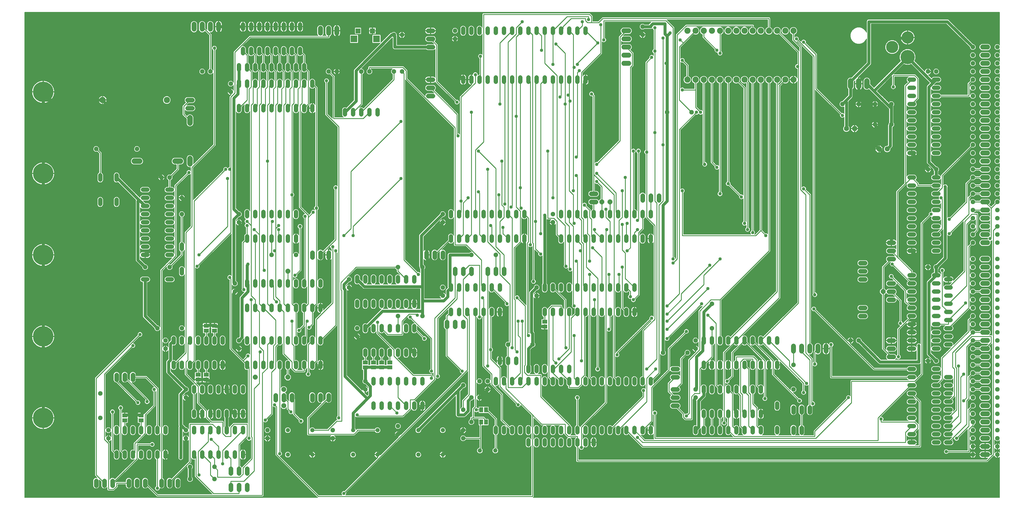
<source format=gbl>
G75*
%MOIN*%
%OFA0B0*%
%FSLAX25Y25*%
%IPPOS*%
%LPD*%
%AMOC8*
5,1,8,0,0,1.08239X$1,22.5*
%
%ADD10C,0.05200*%
%ADD11C,0.05200*%
%ADD12C,0.06000*%
%ADD13R,0.06000X0.06000*%
%ADD14R,0.08250X0.08250*%
%ADD15OC8,0.05200*%
%ADD16C,0.17500*%
%ADD17C,0.15000*%
%ADD18OC8,0.06300*%
%ADD19C,0.06300*%
%ADD20C,0.06600*%
%ADD21OC8,0.05250*%
%ADD22C,0.25000*%
%ADD23C,0.05600*%
%ADD24R,0.04600X0.06300*%
%ADD25OC8,0.06000*%
%ADD26C,0.07500*%
%ADD27R,0.06300X0.04600*%
%ADD28C,0.07677*%
%ADD29C,0.03600*%
%ADD30C,0.04000*%
%ADD31C,0.00600*%
%ADD32C,0.01000*%
D10*
X0141300Y0073700D02*
X0141300Y0078900D01*
X0151300Y0078900D02*
X0151300Y0073700D01*
X0161300Y0073700D02*
X0161300Y0078900D01*
X0171300Y0078900D02*
X0171300Y0073700D01*
X0181300Y0073700D02*
X0181300Y0078900D01*
X0191300Y0078900D02*
X0191300Y0073700D01*
X0201300Y0073700D02*
X0201300Y0078900D01*
X0236300Y0078900D02*
X0236300Y0073700D01*
X0246300Y0073700D02*
X0246300Y0078900D01*
X0256300Y0078900D02*
X0256300Y0073700D01*
X0266300Y0073700D02*
X0266300Y0078900D01*
X0276300Y0078900D02*
X0276300Y0073700D01*
X0286300Y0073700D02*
X0286300Y0078900D01*
X0296300Y0078900D02*
X0296300Y0073700D01*
X0296300Y0103700D02*
X0296300Y0108900D01*
X0286300Y0108900D02*
X0286300Y0103700D01*
X0276300Y0103700D02*
X0276300Y0108900D01*
X0266300Y0108900D02*
X0266300Y0103700D01*
X0256300Y0103700D02*
X0256300Y0108900D01*
X0246300Y0108900D02*
X0246300Y0103700D01*
X0236300Y0103700D02*
X0236300Y0108900D01*
X0236300Y0123700D02*
X0236300Y0128900D01*
X0246300Y0128900D02*
X0246300Y0123700D01*
X0256300Y0123700D02*
X0256300Y0128900D01*
X0266300Y0128900D02*
X0266300Y0123700D01*
X0276300Y0123700D02*
X0276300Y0128900D01*
X0286300Y0128900D02*
X0286300Y0123700D01*
X0296300Y0123700D02*
X0296300Y0128900D01*
X0296300Y0153700D02*
X0296300Y0158900D01*
X0286300Y0158900D02*
X0286300Y0153700D01*
X0276300Y0153700D02*
X0276300Y0158900D01*
X0266300Y0158900D02*
X0266300Y0153700D01*
X0256300Y0153700D02*
X0256300Y0158900D01*
X0246300Y0158900D02*
X0246300Y0153700D01*
X0236300Y0153700D02*
X0236300Y0158900D01*
X0231300Y0183700D02*
X0231300Y0188900D01*
X0221300Y0188900D02*
X0221300Y0183700D01*
X0211300Y0183700D02*
X0211300Y0188900D01*
X0241300Y0188900D02*
X0241300Y0183700D01*
X0251300Y0183700D02*
X0251300Y0188900D01*
X0261300Y0188900D02*
X0261300Y0183700D01*
X0271300Y0183700D02*
X0271300Y0188900D01*
X0271300Y0213700D02*
X0271300Y0218900D01*
X0261300Y0218900D02*
X0261300Y0213700D01*
X0251300Y0213700D02*
X0251300Y0218900D01*
X0241300Y0218900D02*
X0241300Y0213700D01*
X0231300Y0213700D02*
X0231300Y0218900D01*
X0221300Y0218900D02*
X0221300Y0213700D01*
X0211300Y0213700D02*
X0211300Y0218900D01*
X0301300Y0218900D02*
X0301300Y0213700D01*
X0311300Y0213700D02*
X0311300Y0218900D01*
X0321300Y0218900D02*
X0321300Y0213700D01*
X0331300Y0213700D02*
X0331300Y0218900D01*
X0341300Y0218900D02*
X0341300Y0213700D01*
X0351300Y0213700D02*
X0351300Y0218900D01*
X0361300Y0218900D02*
X0361300Y0213700D01*
X0371300Y0213700D02*
X0371300Y0218900D01*
X0381300Y0218900D02*
X0381300Y0213700D01*
X0391300Y0213700D02*
X0391300Y0218900D01*
X0391300Y0188900D02*
X0391300Y0183700D01*
X0381300Y0183700D02*
X0381300Y0188900D01*
X0371300Y0188900D02*
X0371300Y0183700D01*
X0361300Y0183700D02*
X0361300Y0188900D01*
X0351300Y0188900D02*
X0351300Y0183700D01*
X0341300Y0183700D02*
X0341300Y0188900D01*
X0331300Y0188900D02*
X0331300Y0183700D01*
X0321300Y0183700D02*
X0321300Y0188900D01*
X0311300Y0188900D02*
X0311300Y0183700D01*
X0301300Y0183700D02*
X0301300Y0188900D01*
X0301300Y0253700D02*
X0301300Y0258900D01*
X0311300Y0258900D02*
X0311300Y0253700D01*
X0321300Y0253700D02*
X0321300Y0258900D01*
X0331300Y0258900D02*
X0331300Y0253700D01*
X0341300Y0253700D02*
X0341300Y0258900D01*
X0351300Y0258900D02*
X0351300Y0253700D01*
X0361300Y0253700D02*
X0361300Y0258900D01*
X0371300Y0258900D02*
X0371300Y0253700D01*
X0381300Y0253700D02*
X0381300Y0258900D01*
X0391300Y0258900D02*
X0391300Y0253700D01*
X0391300Y0283700D02*
X0391300Y0288900D01*
X0381300Y0288900D02*
X0381300Y0283700D01*
X0371300Y0283700D02*
X0371300Y0288900D01*
X0361300Y0288900D02*
X0361300Y0283700D01*
X0351300Y0283700D02*
X0351300Y0288900D01*
X0341300Y0288900D02*
X0341300Y0283700D01*
X0331300Y0283700D02*
X0331300Y0288900D01*
X0321300Y0288900D02*
X0321300Y0283700D01*
X0311300Y0283700D02*
X0311300Y0288900D01*
X0301300Y0288900D02*
X0301300Y0283700D01*
X0221300Y0298700D02*
X0221300Y0303900D01*
X0208900Y0291300D02*
X0203700Y0291300D01*
X0178900Y0291300D02*
X0173700Y0291300D01*
X0173700Y0321300D02*
X0178900Y0321300D01*
X0178900Y0331300D02*
X0173700Y0331300D01*
X0173700Y0341300D02*
X0178900Y0341300D01*
X0178900Y0351300D02*
X0173700Y0351300D01*
X0173700Y0361300D02*
X0178900Y0361300D01*
X0178900Y0371300D02*
X0173700Y0371300D01*
X0173700Y0381300D02*
X0178900Y0381300D01*
X0178900Y0391300D02*
X0173700Y0391300D01*
X0173700Y0401300D02*
X0178900Y0401300D01*
X0203700Y0401300D02*
X0208900Y0401300D01*
X0208900Y0391300D02*
X0203700Y0391300D01*
X0203700Y0381300D02*
X0208900Y0381300D01*
X0208900Y0371300D02*
X0203700Y0371300D01*
X0203700Y0361300D02*
X0208900Y0361300D01*
X0208900Y0351300D02*
X0203700Y0351300D01*
X0203700Y0341300D02*
X0208900Y0341300D01*
X0208900Y0331300D02*
X0203700Y0331300D01*
X0221300Y0328700D02*
X0221300Y0333900D01*
X0208900Y0321300D02*
X0203700Y0321300D01*
X0301300Y0338700D02*
X0301300Y0343900D01*
X0311300Y0343900D02*
X0311300Y0338700D01*
X0321300Y0338700D02*
X0321300Y0343900D01*
X0331300Y0343900D02*
X0331300Y0338700D01*
X0341300Y0338700D02*
X0341300Y0343900D01*
X0351300Y0343900D02*
X0351300Y0338700D01*
X0361300Y0338700D02*
X0361300Y0343900D01*
X0361300Y0368700D02*
X0361300Y0373900D01*
X0351300Y0373900D02*
X0351300Y0368700D01*
X0341300Y0368700D02*
X0341300Y0373900D01*
X0331300Y0373900D02*
X0331300Y0368700D01*
X0321300Y0368700D02*
X0321300Y0373900D01*
X0311300Y0373900D02*
X0311300Y0368700D01*
X0301300Y0368700D02*
X0301300Y0373900D01*
X0436300Y0293900D02*
X0436300Y0288700D01*
X0446300Y0288700D02*
X0446300Y0293900D01*
X0456300Y0293900D02*
X0456300Y0288700D01*
X0466300Y0288700D02*
X0466300Y0293900D01*
X0476300Y0293900D02*
X0476300Y0288700D01*
X0486300Y0288700D02*
X0486300Y0293900D01*
X0496300Y0293900D02*
X0496300Y0288700D01*
X0506300Y0288700D02*
X0506300Y0293900D01*
X0551300Y0283900D02*
X0551300Y0278700D01*
X0561300Y0278700D02*
X0561300Y0283900D01*
X0571300Y0283900D02*
X0571300Y0278700D01*
X0581300Y0278700D02*
X0581300Y0283900D01*
X0591300Y0283900D02*
X0591300Y0278700D01*
X0601300Y0278700D02*
X0601300Y0283900D01*
X0611300Y0283900D02*
X0611300Y0278700D01*
X0611300Y0253900D02*
X0611300Y0248700D01*
X0601300Y0248700D02*
X0601300Y0253900D01*
X0591300Y0253900D02*
X0591300Y0248700D01*
X0581300Y0248700D02*
X0581300Y0253900D01*
X0571300Y0253900D02*
X0571300Y0248700D01*
X0561300Y0248700D02*
X0561300Y0253900D01*
X0551300Y0253900D02*
X0551300Y0248700D01*
X0506300Y0258700D02*
X0506300Y0263900D01*
X0496300Y0263900D02*
X0496300Y0258700D01*
X0486300Y0258700D02*
X0486300Y0263900D01*
X0476300Y0263900D02*
X0476300Y0258700D01*
X0466300Y0258700D02*
X0466300Y0263900D01*
X0456300Y0263900D02*
X0456300Y0258700D01*
X0446300Y0258700D02*
X0446300Y0263900D01*
X0436300Y0263900D02*
X0436300Y0258700D01*
X0446300Y0233900D02*
X0446300Y0228700D01*
X0456300Y0228700D02*
X0456300Y0233900D01*
X0466300Y0233900D02*
X0466300Y0228700D01*
X0476300Y0228700D02*
X0476300Y0233900D01*
X0486300Y0233900D02*
X0486300Y0228700D01*
X0496300Y0228700D02*
X0496300Y0233900D01*
X0506300Y0233900D02*
X0506300Y0228700D01*
X0506300Y0203900D02*
X0506300Y0198700D01*
X0496300Y0198700D02*
X0496300Y0203900D01*
X0486300Y0203900D02*
X0486300Y0198700D01*
X0476300Y0198700D02*
X0476300Y0203900D01*
X0466300Y0203900D02*
X0466300Y0198700D01*
X0456300Y0198700D02*
X0456300Y0203900D01*
X0446300Y0203900D02*
X0446300Y0198700D01*
X0456300Y0168900D02*
X0456300Y0163700D01*
X0466300Y0163700D02*
X0466300Y0168900D01*
X0476300Y0168900D02*
X0476300Y0163700D01*
X0486300Y0163700D02*
X0486300Y0168900D01*
X0496300Y0168900D02*
X0496300Y0163700D01*
X0506300Y0163700D02*
X0506300Y0168900D01*
X0516300Y0168900D02*
X0516300Y0163700D01*
X0516300Y0138900D02*
X0516300Y0133700D01*
X0506300Y0133700D02*
X0506300Y0138900D01*
X0496300Y0138900D02*
X0496300Y0133700D01*
X0486300Y0133700D02*
X0486300Y0138900D01*
X0476300Y0138900D02*
X0476300Y0133700D01*
X0466300Y0133700D02*
X0466300Y0138900D01*
X0456300Y0138900D02*
X0456300Y0133700D01*
X0606300Y0108900D02*
X0606300Y0103700D01*
X0616300Y0103700D02*
X0616300Y0108900D01*
X0626300Y0108900D02*
X0626300Y0103700D01*
X0636300Y0103700D02*
X0636300Y0108900D01*
X0646300Y0108900D02*
X0646300Y0103700D01*
X0656300Y0103700D02*
X0656300Y0108900D01*
X0666300Y0108900D02*
X0666300Y0103700D01*
X0676300Y0103700D02*
X0676300Y0108900D01*
X0686300Y0108900D02*
X0686300Y0103700D01*
X0696300Y0103700D02*
X0696300Y0108900D01*
X0706300Y0108900D02*
X0706300Y0103700D01*
X0716300Y0103700D02*
X0716300Y0108900D01*
X0726300Y0108900D02*
X0726300Y0103700D01*
X0736300Y0103700D02*
X0736300Y0108900D01*
X0746300Y0108900D02*
X0746300Y0103700D01*
X0756300Y0103700D02*
X0756300Y0108900D01*
X0766300Y0108900D02*
X0766300Y0103700D01*
X0776300Y0103700D02*
X0776300Y0108900D01*
X0786300Y0108900D02*
X0786300Y0103700D01*
X0796300Y0103700D02*
X0796300Y0108900D01*
X0851300Y0108900D02*
X0851300Y0103700D01*
X0861300Y0103700D02*
X0861300Y0108900D01*
X0871300Y0108900D02*
X0871300Y0103700D01*
X0881300Y0103700D02*
X0881300Y0108900D01*
X0891300Y0108900D02*
X0891300Y0103700D01*
X0901300Y0103700D02*
X0901300Y0108900D01*
X0911300Y0108900D02*
X0911300Y0103700D01*
X0921300Y0103700D02*
X0921300Y0108900D01*
X0931300Y0108900D02*
X0931300Y0103700D01*
X0951300Y0103700D02*
X0951300Y0108900D01*
X0931300Y0123700D02*
X0931300Y0128900D01*
X0921300Y0128900D02*
X0921300Y0123700D01*
X0911300Y0123700D02*
X0911300Y0128900D01*
X0901300Y0128900D02*
X0901300Y0123700D01*
X0891300Y0123700D02*
X0891300Y0128900D01*
X0881300Y0128900D02*
X0881300Y0123700D01*
X0871300Y0123700D02*
X0871300Y0128900D01*
X0861300Y0128900D02*
X0861300Y0123700D01*
X0861300Y0153700D02*
X0861300Y0158900D01*
X0871300Y0158900D02*
X0871300Y0153700D01*
X0881300Y0153700D02*
X0881300Y0158900D01*
X0891300Y0158900D02*
X0891300Y0153700D01*
X0901300Y0153700D02*
X0901300Y0158900D01*
X0911300Y0158900D02*
X0911300Y0153700D01*
X0921300Y0153700D02*
X0921300Y0158900D01*
X0931300Y0158900D02*
X0931300Y0153700D01*
X0951300Y0138900D02*
X0951300Y0133700D01*
X0951300Y0183700D02*
X0951300Y0188900D01*
X0941300Y0188900D02*
X0941300Y0183700D01*
X0931300Y0183700D02*
X0931300Y0188900D01*
X0921300Y0188900D02*
X0921300Y0183700D01*
X0911300Y0183700D02*
X0911300Y0188900D01*
X0901300Y0188900D02*
X0901300Y0183700D01*
X0891300Y0183700D02*
X0891300Y0188900D01*
X0881300Y0188900D02*
X0881300Y0183700D01*
X0871300Y0183700D02*
X0871300Y0188900D01*
X0861300Y0188900D02*
X0861300Y0183700D01*
X0861300Y0213700D02*
X0861300Y0218900D01*
X0871300Y0218900D02*
X0871300Y0213700D01*
X0881300Y0213700D02*
X0881300Y0218900D01*
X0891300Y0218900D02*
X0891300Y0213700D01*
X0901300Y0213700D02*
X0901300Y0218900D01*
X0911300Y0218900D02*
X0911300Y0213700D01*
X0921300Y0213700D02*
X0921300Y0218900D01*
X0931300Y0218900D02*
X0931300Y0213700D01*
X0941300Y0213700D02*
X0941300Y0218900D01*
X0951300Y0218900D02*
X0951300Y0213700D01*
X0796300Y0168900D02*
X0796300Y0163700D01*
X0786300Y0163700D02*
X0786300Y0168900D01*
X0776300Y0168900D02*
X0776300Y0163700D01*
X0766300Y0163700D02*
X0766300Y0168900D01*
X0756300Y0168900D02*
X0756300Y0163700D01*
X0746300Y0163700D02*
X0746300Y0168900D01*
X0736300Y0168900D02*
X0736300Y0163700D01*
X0726300Y0163700D02*
X0726300Y0168900D01*
X0716300Y0168900D02*
X0716300Y0163700D01*
X0706300Y0163700D02*
X0706300Y0168900D01*
X0696300Y0168900D02*
X0696300Y0163700D01*
X0686300Y0163700D02*
X0686300Y0168900D01*
X0686300Y0178700D02*
X0686300Y0183900D01*
X0676300Y0183900D02*
X0676300Y0178700D01*
X0676300Y0168900D02*
X0676300Y0163700D01*
X0666300Y0163700D02*
X0666300Y0168900D01*
X0666300Y0178700D02*
X0666300Y0183900D01*
X0656300Y0183900D02*
X0656300Y0178700D01*
X0656300Y0168900D02*
X0656300Y0163700D01*
X0646300Y0163700D02*
X0646300Y0168900D01*
X0646300Y0178700D02*
X0646300Y0183900D01*
X0631300Y0188700D02*
X0631300Y0193900D01*
X0621300Y0193900D02*
X0621300Y0188700D01*
X0611300Y0188700D02*
X0611300Y0193900D01*
X0606300Y0168900D02*
X0606300Y0163700D01*
X0616300Y0163700D02*
X0616300Y0168900D01*
X0626300Y0168900D02*
X0626300Y0163700D01*
X0636300Y0163700D02*
X0636300Y0168900D01*
X0696300Y0178700D02*
X0696300Y0183900D01*
X0696300Y0248700D02*
X0696300Y0253900D01*
X0706300Y0253900D02*
X0706300Y0248700D01*
X0716300Y0248700D02*
X0716300Y0253900D01*
X0726300Y0253900D02*
X0726300Y0248700D01*
X0736300Y0248700D02*
X0736300Y0253900D01*
X0746300Y0253900D02*
X0746300Y0248700D01*
X0756300Y0248700D02*
X0756300Y0253900D01*
X0766300Y0253900D02*
X0766300Y0248700D01*
X0776300Y0248700D02*
X0776300Y0253900D01*
X0776300Y0278700D02*
X0776300Y0283900D01*
X0766300Y0283900D02*
X0766300Y0278700D01*
X0756300Y0278700D02*
X0756300Y0283900D01*
X0746300Y0283900D02*
X0746300Y0278700D01*
X0736300Y0278700D02*
X0736300Y0283900D01*
X0726300Y0283900D02*
X0726300Y0278700D01*
X0716300Y0278700D02*
X0716300Y0283900D01*
X0706300Y0283900D02*
X0706300Y0278700D01*
X0696300Y0278700D02*
X0696300Y0283900D01*
X0686300Y0283900D02*
X0686300Y0278700D01*
X0676300Y0278700D02*
X0676300Y0283900D01*
X0666300Y0283900D02*
X0666300Y0278700D01*
X0666300Y0253900D02*
X0666300Y0248700D01*
X0676300Y0248700D02*
X0676300Y0253900D01*
X0686300Y0253900D02*
X0686300Y0248700D01*
X0686300Y0338700D02*
X0686300Y0343900D01*
X0696300Y0343900D02*
X0696300Y0338700D01*
X0706300Y0338700D02*
X0706300Y0343900D01*
X0716300Y0343900D02*
X0716300Y0338700D01*
X0726300Y0338700D02*
X0726300Y0343900D01*
X0736300Y0343900D02*
X0736300Y0338700D01*
X0746300Y0338700D02*
X0746300Y0343900D01*
X0756300Y0343900D02*
X0756300Y0338700D01*
X0766300Y0338700D02*
X0766300Y0343900D01*
X0776300Y0343900D02*
X0776300Y0338700D01*
X0786300Y0338700D02*
X0786300Y0343900D01*
X0796300Y0343900D02*
X0796300Y0338700D01*
X0796300Y0368700D02*
X0796300Y0373900D01*
X0786300Y0373900D02*
X0786300Y0368700D01*
X0776300Y0368700D02*
X0776300Y0373900D01*
X0766300Y0373900D02*
X0766300Y0368700D01*
X0756300Y0368700D02*
X0756300Y0373900D01*
X0746300Y0373900D02*
X0746300Y0368700D01*
X0736300Y0368700D02*
X0736300Y0373900D01*
X0726300Y0373900D02*
X0726300Y0368700D01*
X0716300Y0368700D02*
X0716300Y0373900D01*
X0706300Y0373900D02*
X0706300Y0368700D01*
X0696300Y0368700D02*
X0696300Y0373900D01*
X0686300Y0373900D02*
X0686300Y0368700D01*
X0641300Y0368700D02*
X0641300Y0373900D01*
X0631300Y0373900D02*
X0631300Y0368700D01*
X0621300Y0368700D02*
X0621300Y0373900D01*
X0611300Y0373900D02*
X0611300Y0368700D01*
X0601300Y0368700D02*
X0601300Y0373900D01*
X0591300Y0373900D02*
X0591300Y0368700D01*
X0581300Y0368700D02*
X0581300Y0373900D01*
X0571300Y0373900D02*
X0571300Y0368700D01*
X0561300Y0368700D02*
X0561300Y0373900D01*
X0551300Y0373900D02*
X0551300Y0368700D01*
X0551300Y0343900D02*
X0551300Y0338700D01*
X0561300Y0338700D02*
X0561300Y0343900D01*
X0571300Y0343900D02*
X0571300Y0338700D01*
X0581300Y0338700D02*
X0581300Y0343900D01*
X0591300Y0343900D02*
X0591300Y0338700D01*
X0601300Y0338700D02*
X0601300Y0343900D01*
X0611300Y0343900D02*
X0611300Y0338700D01*
X0621300Y0338700D02*
X0621300Y0343900D01*
X0631300Y0343900D02*
X0631300Y0338700D01*
X0641300Y0338700D02*
X0641300Y0343900D01*
X0461300Y0493700D02*
X0461300Y0498900D01*
X0451300Y0498900D02*
X0451300Y0493700D01*
X0441300Y0493700D02*
X0441300Y0498900D01*
X0431300Y0498900D02*
X0431300Y0493700D01*
X0421300Y0493700D02*
X0421300Y0498900D01*
X0381300Y0498700D02*
X0381300Y0503900D01*
X0371300Y0503900D02*
X0371300Y0498700D01*
X0361300Y0498700D02*
X0361300Y0503900D01*
X0351300Y0503900D02*
X0351300Y0498700D01*
X0341300Y0498700D02*
X0341300Y0503900D01*
X0331300Y0503900D02*
X0331300Y0498700D01*
X0321300Y0498700D02*
X0321300Y0503900D01*
X0311300Y0503900D02*
X0311300Y0498700D01*
X0301300Y0498700D02*
X0301300Y0503900D01*
X0291300Y0503900D02*
X0291300Y0498700D01*
X0291300Y0528700D02*
X0291300Y0533900D01*
X0301300Y0533900D02*
X0301300Y0528700D01*
X0311300Y0528700D02*
X0311300Y0533900D01*
X0321300Y0533900D02*
X0321300Y0528700D01*
X0331300Y0528700D02*
X0331300Y0533900D01*
X0341300Y0533900D02*
X0341300Y0528700D01*
X0351300Y0528700D02*
X0351300Y0533900D01*
X0361300Y0533900D02*
X0361300Y0528700D01*
X0371300Y0528700D02*
X0371300Y0533900D01*
X0381300Y0533900D02*
X0381300Y0528700D01*
X0371300Y0548700D02*
X0371300Y0553900D01*
X0361300Y0553900D02*
X0361300Y0548700D01*
X0351300Y0548700D02*
X0351300Y0553900D01*
X0341300Y0553900D02*
X0341300Y0548700D01*
X0331300Y0548700D02*
X0331300Y0553900D01*
X0321300Y0553900D02*
X0321300Y0548700D01*
X0311300Y0548700D02*
X0311300Y0553900D01*
X0301300Y0553900D02*
X0301300Y0548700D01*
X0291300Y0548700D02*
X0291300Y0553900D01*
X0296300Y0568700D02*
X0296300Y0573900D01*
X0306300Y0573900D02*
X0306300Y0568700D01*
X0316300Y0568700D02*
X0316300Y0573900D01*
X0326300Y0573900D02*
X0326300Y0568700D01*
X0336300Y0568700D02*
X0336300Y0573900D01*
X0346300Y0573900D02*
X0346300Y0568700D01*
X0356300Y0568700D02*
X0356300Y0573900D01*
X0366300Y0573900D02*
X0366300Y0568700D01*
X0366300Y0598700D02*
X0366300Y0603900D01*
X0356300Y0603900D02*
X0356300Y0598700D01*
X0346300Y0598700D02*
X0346300Y0603900D01*
X0336300Y0603900D02*
X0336300Y0598700D01*
X0326300Y0598700D02*
X0326300Y0603900D01*
X0316300Y0603900D02*
X0316300Y0598700D01*
X0306300Y0598700D02*
X0306300Y0603900D01*
X0296300Y0603900D02*
X0296300Y0598700D01*
X0566300Y0598900D02*
X0566300Y0593700D01*
X0576300Y0593700D02*
X0576300Y0598900D01*
X0586300Y0598900D02*
X0586300Y0593700D01*
X0596300Y0593700D02*
X0596300Y0598900D01*
X0606300Y0598900D02*
X0606300Y0593700D01*
X0616300Y0593700D02*
X0616300Y0598900D01*
X0626300Y0598900D02*
X0626300Y0593700D01*
X0636300Y0593700D02*
X0636300Y0598900D01*
X0646300Y0598900D02*
X0646300Y0593700D01*
X0656300Y0593700D02*
X0656300Y0598900D01*
X0666300Y0598900D02*
X0666300Y0593700D01*
X0676300Y0593700D02*
X0676300Y0598900D01*
X0686300Y0598900D02*
X0686300Y0593700D01*
X0696300Y0593700D02*
X0696300Y0598900D01*
X0706300Y0598900D02*
X0706300Y0593700D01*
X0716300Y0593700D02*
X0716300Y0598900D01*
X0716300Y0538900D02*
X0716300Y0533700D01*
X0706300Y0533700D02*
X0706300Y0538900D01*
X0696300Y0538900D02*
X0696300Y0533700D01*
X0686300Y0533700D02*
X0686300Y0538900D01*
X0676300Y0538900D02*
X0676300Y0533700D01*
X0666300Y0533700D02*
X0666300Y0538900D01*
X0656300Y0538900D02*
X0656300Y0533700D01*
X0646300Y0533700D02*
X0646300Y0538900D01*
X0636300Y0538900D02*
X0636300Y0533700D01*
X0626300Y0533700D02*
X0626300Y0538900D01*
X0616300Y0538900D02*
X0616300Y0533700D01*
X0606300Y0533700D02*
X0606300Y0538900D01*
X0596300Y0538900D02*
X0596300Y0533700D01*
X0586300Y0533700D02*
X0586300Y0538900D01*
X0576300Y0538900D02*
X0576300Y0533700D01*
X0566300Y0533700D02*
X0566300Y0538900D01*
X0141300Y0418900D02*
X0141300Y0413700D01*
X0121300Y0413700D02*
X0121300Y0418900D01*
X0121300Y0388900D02*
X0121300Y0383700D01*
X0141300Y0383700D02*
X0141300Y0388900D01*
X0141300Y0108900D02*
X0141300Y0103700D01*
X0151300Y0103700D02*
X0151300Y0108900D01*
X0161300Y0108900D02*
X0161300Y0103700D01*
X0171300Y0103700D02*
X0171300Y0108900D01*
X0181300Y0108900D02*
X0181300Y0103700D01*
X0191300Y0103700D02*
X0191300Y0108900D01*
X0201300Y0108900D02*
X0201300Y0103700D01*
X0646300Y0093900D02*
X0646300Y0088700D01*
X0656300Y0088700D02*
X0656300Y0093900D01*
X0666300Y0093900D02*
X0666300Y0088700D01*
X0676300Y0088700D02*
X0676300Y0093900D01*
X0686300Y0093900D02*
X0686300Y0088700D01*
X0696300Y0088700D02*
X0696300Y0093900D01*
X0706300Y0093900D02*
X0706300Y0088700D01*
X0716300Y0088700D02*
X0716300Y0093900D01*
X0726300Y0093900D02*
X0726300Y0088700D01*
X1113700Y0091300D02*
X1118900Y0091300D01*
X1118900Y0101300D02*
X1113700Y0101300D01*
X1113700Y0111300D02*
X1118900Y0111300D01*
X1118900Y0121300D02*
X1113700Y0121300D01*
X1113700Y0131300D02*
X1118900Y0131300D01*
X1118900Y0141300D02*
X1113700Y0141300D01*
X1113700Y0151300D02*
X1118900Y0151300D01*
X1118900Y0161300D02*
X1113700Y0161300D01*
X1113700Y0171300D02*
X1118900Y0171300D01*
X1118900Y0181300D02*
X1113700Y0181300D01*
X1143700Y0181300D02*
X1148900Y0181300D01*
X1148900Y0171300D02*
X1143700Y0171300D01*
X1158700Y0171300D02*
X1163900Y0171300D01*
X1163900Y0161300D02*
X1158700Y0161300D01*
X1148900Y0161300D02*
X1143700Y0161300D01*
X1143700Y0151300D02*
X1148900Y0151300D01*
X1158700Y0151300D02*
X1163900Y0151300D01*
X1163900Y0141300D02*
X1158700Y0141300D01*
X1148900Y0141300D02*
X1143700Y0141300D01*
X1143700Y0131300D02*
X1148900Y0131300D01*
X1158700Y0131300D02*
X1163900Y0131300D01*
X1163900Y0121300D02*
X1158700Y0121300D01*
X1148900Y0121300D02*
X1143700Y0121300D01*
X1143700Y0111300D02*
X1148900Y0111300D01*
X1158700Y0111300D02*
X1163900Y0111300D01*
X1163900Y0101300D02*
X1158700Y0101300D01*
X1148900Y0101300D02*
X1143700Y0101300D01*
X1143700Y0091300D02*
X1148900Y0091300D01*
X1158700Y0091300D02*
X1163900Y0091300D01*
X1148900Y0206300D02*
X1143700Y0206300D01*
X1158700Y0211300D02*
X1163900Y0211300D01*
X1148900Y0216300D02*
X1143700Y0216300D01*
X1143700Y0226300D02*
X1148900Y0226300D01*
X1158700Y0231300D02*
X1163900Y0231300D01*
X1163900Y0221300D02*
X1158700Y0221300D01*
X1148900Y0236300D02*
X1143700Y0236300D01*
X1158700Y0241300D02*
X1163900Y0241300D01*
X1163900Y0251300D02*
X1158700Y0251300D01*
X1148900Y0256300D02*
X1143700Y0256300D01*
X1143700Y0246300D02*
X1148900Y0246300D01*
X1158700Y0261300D02*
X1163900Y0261300D01*
X1163900Y0271300D02*
X1158700Y0271300D01*
X1148900Y0276300D02*
X1143700Y0276300D01*
X1143700Y0266300D02*
X1148900Y0266300D01*
X1158700Y0281300D02*
X1163900Y0281300D01*
X1163900Y0291300D02*
X1158700Y0291300D01*
X1148900Y0296300D02*
X1143700Y0296300D01*
X1143700Y0286300D02*
X1148900Y0286300D01*
X1118900Y0286300D02*
X1113700Y0286300D01*
X1113700Y0296300D02*
X1118900Y0296300D01*
X1118900Y0276300D02*
X1113700Y0276300D01*
X1113700Y0266300D02*
X1118900Y0266300D01*
X1118900Y0256300D02*
X1113700Y0256300D01*
X1113700Y0246300D02*
X1118900Y0246300D01*
X1118900Y0236300D02*
X1113700Y0236300D01*
X1113700Y0226300D02*
X1118900Y0226300D01*
X1118900Y0216300D02*
X1113700Y0216300D01*
X1113700Y0206300D02*
X1118900Y0206300D01*
X1118900Y0326300D02*
X1113700Y0326300D01*
X1113700Y0336300D02*
X1118900Y0336300D01*
X1118900Y0346300D02*
X1113700Y0346300D01*
X1113700Y0356300D02*
X1118900Y0356300D01*
X1118900Y0366300D02*
X1113700Y0366300D01*
X1113700Y0376300D02*
X1118900Y0376300D01*
X1118900Y0386300D02*
X1113700Y0386300D01*
X1113700Y0396300D02*
X1118900Y0396300D01*
X1118900Y0406300D02*
X1113700Y0406300D01*
X1113700Y0416300D02*
X1118900Y0416300D01*
X1143700Y0416300D02*
X1148900Y0416300D01*
X1148900Y0406300D02*
X1143700Y0406300D01*
X1143700Y0396300D02*
X1148900Y0396300D01*
X1148900Y0386300D02*
X1143700Y0386300D01*
X1143700Y0376300D02*
X1148900Y0376300D01*
X1148900Y0366300D02*
X1143700Y0366300D01*
X1143700Y0356300D02*
X1148900Y0356300D01*
X1148900Y0346300D02*
X1143700Y0346300D01*
X1143700Y0336300D02*
X1148900Y0336300D01*
X1148900Y0326300D02*
X1143700Y0326300D01*
X1143700Y0446300D02*
X1148900Y0446300D01*
X1148900Y0456300D02*
X1143700Y0456300D01*
X1143700Y0466300D02*
X1148900Y0466300D01*
X1148900Y0476300D02*
X1143700Y0476300D01*
X1143700Y0486300D02*
X1148900Y0486300D01*
X1148900Y0496300D02*
X1143700Y0496300D01*
X1143700Y0506300D02*
X1148900Y0506300D01*
X1148900Y0516300D02*
X1143700Y0516300D01*
X1143700Y0526300D02*
X1148900Y0526300D01*
X1148900Y0536300D02*
X1143700Y0536300D01*
X1118900Y0536300D02*
X1113700Y0536300D01*
X1113700Y0526300D02*
X1118900Y0526300D01*
X1118900Y0516300D02*
X1113700Y0516300D01*
X1113700Y0506300D02*
X1118900Y0506300D01*
X1118900Y0496300D02*
X1113700Y0496300D01*
X1113700Y0486300D02*
X1118900Y0486300D01*
X1118900Y0476300D02*
X1113700Y0476300D01*
X1113700Y0466300D02*
X1118900Y0466300D01*
X1118900Y0456300D02*
X1113700Y0456300D01*
X1113700Y0446300D02*
X1118900Y0446300D01*
D11*
X0541300Y0106300D03*
X0511300Y0106300D03*
X0461300Y0106300D03*
X0431300Y0106300D03*
X0381300Y0106300D03*
X0351300Y0106300D03*
X0351300Y0076300D03*
X0381300Y0076300D03*
X0431300Y0076300D03*
X0461300Y0076300D03*
X0511300Y0076300D03*
X0541300Y0076300D03*
X0586800Y0081300D03*
X0605800Y0081300D03*
D12*
X0971300Y0203300D02*
X0971300Y0209300D01*
X0981300Y0209300D02*
X0981300Y0203300D01*
X0991300Y0203300D02*
X0991300Y0209300D01*
X1001300Y0209300D02*
X1001300Y0203300D01*
X1011300Y0203300D02*
X1011300Y0209300D01*
X1203300Y0206300D02*
X1209300Y0206300D01*
X1209300Y0196300D02*
X1203300Y0196300D01*
X1203300Y0186300D02*
X1209300Y0186300D01*
X1209300Y0176300D02*
X1203300Y0176300D01*
X1203300Y0166300D02*
X1209300Y0166300D01*
X1209300Y0156300D02*
X1203300Y0156300D01*
X1203300Y0146300D02*
X1209300Y0146300D01*
X1209300Y0136300D02*
X1203300Y0136300D01*
X1203300Y0126300D02*
X1209300Y0126300D01*
X1209300Y0116300D02*
X1203300Y0116300D01*
X1203300Y0106300D02*
X1209300Y0106300D01*
X1209300Y0096300D02*
X1203300Y0096300D01*
X1203300Y0086300D02*
X1209300Y0086300D01*
X1209300Y0076300D02*
X1203300Y0076300D01*
X1203300Y0216300D02*
X1209300Y0216300D01*
X1209300Y0226300D02*
X1203300Y0226300D01*
X1203300Y0236300D02*
X1209300Y0236300D01*
X1209300Y0246300D02*
X1203300Y0246300D01*
X1203300Y0256300D02*
X1209300Y0256300D01*
X1209300Y0266300D02*
X1203300Y0266300D01*
X1203300Y0276300D02*
X1209300Y0276300D01*
X1209300Y0286300D02*
X1203300Y0286300D01*
X1203300Y0296300D02*
X1209300Y0296300D01*
X1209300Y0306300D02*
X1203300Y0306300D01*
X1203300Y0316300D02*
X1209300Y0316300D01*
X1209300Y0336300D02*
X1203300Y0336300D01*
X1203300Y0346300D02*
X1209300Y0346300D01*
X1209300Y0356300D02*
X1203300Y0356300D01*
X1203300Y0366300D02*
X1209300Y0366300D01*
X1209300Y0376300D02*
X1203300Y0376300D01*
X1203300Y0386300D02*
X1209300Y0386300D01*
X1209300Y0396300D02*
X1203300Y0396300D01*
X1203300Y0406300D02*
X1209300Y0406300D01*
X1209300Y0416300D02*
X1203300Y0416300D01*
X1203300Y0426300D02*
X1209300Y0426300D01*
X1209300Y0436300D02*
X1203300Y0436300D01*
X1203300Y0446300D02*
X1209300Y0446300D01*
X1209300Y0456300D02*
X1203300Y0456300D01*
X1203300Y0466300D02*
X1209300Y0466300D01*
X1209300Y0476300D02*
X1203300Y0476300D01*
X1203300Y0486300D02*
X1209300Y0486300D01*
X1209300Y0496300D02*
X1203300Y0496300D01*
X1203300Y0506300D02*
X1209300Y0506300D01*
X1209300Y0516300D02*
X1203300Y0516300D01*
X1203300Y0526300D02*
X1209300Y0526300D01*
X1209300Y0536300D02*
X1203300Y0536300D01*
X1203300Y0546300D02*
X1209300Y0546300D01*
X1209300Y0556300D02*
X1203300Y0556300D01*
X1203300Y0566300D02*
X1209300Y0566300D01*
X1209300Y0576300D02*
X1203300Y0576300D01*
X0769300Y0576300D02*
X0763300Y0576300D01*
X0763300Y0566300D02*
X0769300Y0566300D01*
X0769300Y0556300D02*
X0763300Y0556300D01*
X0763300Y0586300D02*
X0769300Y0586300D01*
X0769300Y0596300D02*
X0763300Y0596300D01*
X0411300Y0593300D02*
X0411300Y0599300D01*
X0401300Y0599300D02*
X0401300Y0593300D01*
X0391300Y0593300D02*
X0391300Y0599300D01*
X0266300Y0598300D02*
X0266300Y0604300D01*
X0256300Y0604300D02*
X0256300Y0598300D01*
X0246300Y0598300D02*
X0246300Y0604300D01*
X0236300Y0604300D02*
X0236300Y0598300D01*
D13*
X0437450Y0596200D03*
X0455150Y0596200D03*
D14*
X0460100Y0586400D03*
X0432500Y0586400D03*
D15*
X0481300Y0591300D03*
X0491300Y0591300D03*
X0556300Y0586300D03*
X0556300Y0596300D03*
X0491300Y0546300D03*
X0481300Y0546300D03*
X0451300Y0546300D03*
X0441300Y0546300D03*
X0411300Y0546300D03*
X0401300Y0546300D03*
X0281300Y0531300D03*
X0281300Y0521300D03*
X0256300Y0546300D03*
X0246300Y0546300D03*
X0166300Y0451300D03*
X0116300Y0451300D03*
X0196300Y0416300D03*
X0206300Y0416300D03*
X0221300Y0391300D03*
X0221300Y0371300D03*
X0291300Y0371300D03*
X0291300Y0361300D03*
X0331300Y0321300D03*
X0361300Y0321300D03*
X0426300Y0291300D03*
X0426300Y0281300D03*
X0486300Y0306300D03*
X0516300Y0306300D03*
X0541300Y0281300D03*
X0541300Y0271300D03*
X0516300Y0246300D03*
X0486300Y0246300D03*
X0436300Y0231300D03*
X0436300Y0221300D03*
X0446300Y0166300D03*
X0446300Y0156300D03*
X0486300Y0111300D03*
X0486300Y0101300D03*
X0566300Y0096300D03*
X0566300Y0106300D03*
X0576300Y0116300D03*
X0566300Y0131300D03*
X0576300Y0146300D03*
X0586300Y0146300D03*
X0596300Y0156300D03*
X0596300Y0166300D03*
X0586300Y0166300D03*
X0566300Y0161300D03*
X0621300Y0211300D03*
X0651300Y0211300D03*
X0656300Y0271300D03*
X0656300Y0281300D03*
X0606300Y0321300D03*
X0576300Y0321300D03*
X0541300Y0361300D03*
X0541300Y0371300D03*
X0676300Y0371300D03*
X0676300Y0361300D03*
X0871300Y0261300D03*
X0871300Y0231300D03*
X0851300Y0216300D03*
X0851300Y0206300D03*
X0841300Y0201300D03*
X0811300Y0201300D03*
X0851300Y0156300D03*
X0851300Y0146300D03*
X0971300Y0156300D03*
X0971300Y0186300D03*
X1041300Y0216300D03*
X1051300Y0216300D03*
X1136300Y0191300D03*
X1146300Y0191300D03*
X1146300Y0306300D03*
X1136300Y0306300D03*
X1136300Y0426300D03*
X1146300Y0426300D03*
X1091300Y0481300D03*
X1071300Y0481300D03*
X1071300Y0506300D03*
X1091300Y0506300D03*
X1051300Y0506300D03*
X1031300Y0506300D03*
X1136300Y0546300D03*
X1146300Y0546300D03*
X0846300Y0496300D03*
X0816300Y0496300D03*
X0786300Y0591300D03*
X0786300Y0601300D03*
X0206300Y0306300D03*
X0176300Y0306300D03*
X0286300Y0286300D03*
X0286300Y0276300D03*
X0221300Y0231300D03*
X0201300Y0216300D03*
X0201300Y0206300D03*
X0191300Y0231300D03*
X0291300Y0216300D03*
X0291300Y0206300D03*
X0226300Y0156300D03*
X0226300Y0146300D03*
X0226300Y0106300D03*
X0226300Y0096300D03*
X0231300Y0061300D03*
X0231300Y0046300D03*
X0261300Y0046300D03*
X0261300Y0061300D03*
X0326300Y0096300D03*
X0326300Y0106300D03*
X0406300Y0106300D03*
X0406300Y0096300D03*
X0131300Y0096300D03*
X0131300Y0106300D03*
X0121300Y0121300D03*
X0121300Y0151300D03*
D16*
X1111300Y0564095D03*
D17*
X1092402Y0576300D03*
X1111300Y0588111D03*
D18*
X1046300Y0476300D03*
X1076300Y0451300D03*
D19*
X1086300Y0451300D03*
X1036300Y0476300D03*
D20*
X1041300Y0528000D02*
X1041300Y0534600D01*
X1051300Y0534600D02*
X1051300Y0528000D01*
X1061300Y0528000D02*
X1061300Y0534600D01*
X0231300Y0489600D02*
X0231300Y0483000D01*
X0231300Y0439600D02*
X0231300Y0433000D01*
X0219600Y0436300D02*
X0213000Y0436300D01*
X0169600Y0436300D02*
X0163000Y0436300D01*
D21*
X1191300Y0436300D03*
X1191300Y0446300D03*
X1191300Y0456300D03*
X1191300Y0466300D03*
X1191300Y0476300D03*
X1191300Y0486300D03*
X1191300Y0496300D03*
X1191300Y0506300D03*
X1191300Y0516300D03*
X1191300Y0526300D03*
X1191300Y0536300D03*
X1191300Y0546300D03*
X1191300Y0556300D03*
X1191300Y0566300D03*
X1191300Y0576300D03*
X1221300Y0576300D03*
X1221300Y0566300D03*
X1221300Y0556300D03*
X1221300Y0546300D03*
X1221300Y0536300D03*
X1221300Y0526300D03*
X1221300Y0516300D03*
X1221300Y0506300D03*
X1221300Y0496300D03*
X1221300Y0486300D03*
X1221300Y0476300D03*
X1221300Y0466300D03*
X1221300Y0456300D03*
X1221300Y0446300D03*
X1221300Y0436300D03*
X1221300Y0426300D03*
X1221300Y0416300D03*
X1221300Y0406300D03*
X1221300Y0396300D03*
X1221300Y0386300D03*
X1221300Y0376300D03*
X1221300Y0366300D03*
X1221300Y0356300D03*
X1221300Y0346300D03*
X1221300Y0336300D03*
X1221300Y0316300D03*
X1221300Y0306300D03*
X1221300Y0296300D03*
X1221300Y0286300D03*
X1221300Y0276300D03*
X1221300Y0266300D03*
X1221300Y0256300D03*
X1221300Y0246300D03*
X1221300Y0236300D03*
X1221300Y0226300D03*
X1221300Y0216300D03*
X1221300Y0206300D03*
X1221300Y0196300D03*
X1221300Y0186300D03*
X1221300Y0176300D03*
X1221300Y0166300D03*
X1221300Y0156300D03*
X1221300Y0146300D03*
X1221300Y0136300D03*
X1221300Y0126300D03*
X1221300Y0116300D03*
X1221300Y0106300D03*
X1221300Y0096300D03*
X1221300Y0086300D03*
X1221300Y0076300D03*
X1191300Y0076300D03*
X1191300Y0086300D03*
X1191300Y0096300D03*
X1191300Y0106300D03*
X1191300Y0116300D03*
X1191300Y0126300D03*
X1191300Y0136300D03*
X1191300Y0146300D03*
X1191300Y0156300D03*
X1191300Y0166300D03*
X1191300Y0176300D03*
X1191300Y0186300D03*
X1191300Y0196300D03*
X1191300Y0206300D03*
X1191300Y0216300D03*
X1191300Y0226300D03*
X1191300Y0236300D03*
X1191300Y0246300D03*
X1191300Y0256300D03*
X1191300Y0266300D03*
X1191300Y0276300D03*
X1191300Y0286300D03*
X1191300Y0296300D03*
X1191300Y0306300D03*
X1191300Y0316300D03*
X1191300Y0336300D03*
X1191300Y0346300D03*
X1191300Y0356300D03*
X1191300Y0366300D03*
X1191300Y0376300D03*
X1191300Y0386300D03*
X1191300Y0396300D03*
X1191300Y0406300D03*
X1191300Y0416300D03*
X1191300Y0426300D03*
D22*
X0051300Y0421300D03*
X0051300Y0521300D03*
X0051300Y0321300D03*
X0051300Y0221300D03*
X0051300Y0121300D03*
D23*
X0141300Y0168500D02*
X0141300Y0174100D01*
X0151300Y0174100D02*
X0151300Y0168500D01*
X0161300Y0168500D02*
X0161300Y0174100D01*
X0336300Y0149100D02*
X0336300Y0143500D01*
X0346300Y0143500D02*
X0346300Y0149100D01*
X0356300Y0149100D02*
X0356300Y0143500D01*
X0381300Y0143500D02*
X0381300Y0149100D01*
X0391300Y0149100D02*
X0391300Y0143500D01*
X0401300Y0143500D02*
X0401300Y0149100D01*
X0546300Y0233500D02*
X0546300Y0239100D01*
X0556300Y0239100D02*
X0556300Y0233500D01*
X0566300Y0233500D02*
X0566300Y0239100D01*
X0566300Y0298500D02*
X0566300Y0304100D01*
X0556300Y0304100D02*
X0556300Y0298500D01*
X0576300Y0298500D02*
X0576300Y0304100D01*
X0596300Y0304100D02*
X0596300Y0298500D01*
X0606300Y0298500D02*
X0606300Y0304100D01*
X0616300Y0304100D02*
X0616300Y0298500D01*
X0541300Y0318500D02*
X0541300Y0324100D01*
X0531300Y0324100D02*
X0531300Y0318500D01*
X0521300Y0318500D02*
X0521300Y0324100D01*
X0401300Y0324100D02*
X0401300Y0318500D01*
X0391300Y0318500D02*
X0391300Y0324100D01*
X0381300Y0324100D02*
X0381300Y0318500D01*
X0234100Y0501300D02*
X0228500Y0501300D01*
X0228500Y0511300D02*
X0234100Y0511300D01*
X0523500Y0516300D02*
X0529100Y0516300D01*
X0529100Y0526300D02*
X0523500Y0526300D01*
X0523500Y0536300D02*
X0529100Y0536300D01*
X0529100Y0576300D02*
X0523500Y0576300D01*
X0523500Y0586300D02*
X0529100Y0586300D01*
X0529100Y0596300D02*
X0523500Y0596300D01*
X0723500Y0396300D02*
X0729100Y0396300D01*
X0729100Y0386300D02*
X0723500Y0386300D01*
X0786300Y0388500D02*
X0786300Y0394100D01*
X0796300Y0394100D02*
X0796300Y0388500D01*
X0806300Y0388500D02*
X0806300Y0394100D01*
X1053500Y0311300D02*
X1059100Y0311300D01*
X1059100Y0301300D02*
X1053500Y0301300D01*
X1053500Y0291300D02*
X1059100Y0291300D01*
X1088500Y0286300D02*
X1094100Y0286300D01*
X1094100Y0276300D02*
X1088500Y0276300D01*
X1088500Y0266300D02*
X1094100Y0266300D01*
X1059100Y0256300D02*
X1053500Y0256300D01*
X1053500Y0246300D02*
X1059100Y0246300D01*
X1088500Y0216300D02*
X1094100Y0216300D01*
X1094100Y0206300D02*
X1088500Y0206300D01*
X1088500Y0196300D02*
X1094100Y0196300D01*
X0991300Y0134100D02*
X0991300Y0128500D01*
X0981300Y0128500D02*
X0981300Y0134100D01*
X0971300Y0134100D02*
X0971300Y0128500D01*
X0971300Y0109100D02*
X0971300Y0103500D01*
X0981300Y0103500D02*
X0981300Y0109100D01*
X0829100Y0136300D02*
X0823500Y0136300D01*
X0823500Y0146300D02*
X0829100Y0146300D01*
X0829100Y0156300D02*
X0823500Y0156300D01*
X0823500Y0171300D02*
X0829100Y0171300D01*
X0829100Y0181300D02*
X0823500Y0181300D01*
X1088500Y0316300D02*
X1094100Y0316300D01*
X1094100Y0326300D02*
X1088500Y0326300D01*
X1088500Y0336300D02*
X1094100Y0336300D01*
X0301300Y0059100D02*
X0301300Y0053500D01*
X0291300Y0053500D02*
X0291300Y0059100D01*
X0281300Y0059100D02*
X0281300Y0053500D01*
X0281300Y0039100D02*
X0281300Y0033500D01*
X0291300Y0033500D02*
X0291300Y0039100D01*
X0301300Y0039100D02*
X0301300Y0033500D01*
X0216300Y0038500D02*
X0216300Y0044100D01*
X0206300Y0044100D02*
X0206300Y0038500D01*
X0196300Y0038500D02*
X0196300Y0044100D01*
X0176300Y0044100D02*
X0176300Y0038500D01*
X0166300Y0038500D02*
X0166300Y0044100D01*
X0156300Y0044100D02*
X0156300Y0038500D01*
X0136300Y0038500D02*
X0136300Y0044100D01*
X0126300Y0044100D02*
X0126300Y0038500D01*
X0116300Y0038500D02*
X0116300Y0044100D01*
D24*
X0588300Y0116300D03*
X0594300Y0116300D03*
X0594300Y0131300D03*
X0588300Y0131300D03*
D25*
X0351300Y0171300D03*
X0346300Y0156300D03*
X0311300Y0171300D03*
X0346300Y0136300D03*
X0351300Y0301300D03*
X0736300Y0386300D03*
X0746300Y0386300D03*
X1081300Y0276300D03*
D26*
X0971300Y0536300D03*
X0961300Y0536300D03*
X0951300Y0536300D03*
X0941300Y0536300D03*
X0931300Y0536300D03*
X0921300Y0536300D03*
X0911300Y0536300D03*
X0901300Y0536300D03*
X0891300Y0536300D03*
X0881300Y0536300D03*
X0871300Y0536300D03*
X0861300Y0536300D03*
X0851300Y0536300D03*
X0841300Y0536300D03*
X0841300Y0596300D03*
X0851300Y0596300D03*
X0861300Y0596300D03*
X0871300Y0596300D03*
X0881300Y0596300D03*
X0891300Y0596300D03*
X0901300Y0596300D03*
X0911300Y0596300D03*
X0921300Y0596300D03*
X0931300Y0596300D03*
X0941300Y0596300D03*
X0951300Y0596300D03*
X0961300Y0596300D03*
X0971300Y0596300D03*
D27*
X0666300Y0239300D03*
X0666300Y0233300D03*
X0476300Y0189300D03*
X0476300Y0183300D03*
X0466300Y0183300D03*
X0466300Y0189300D03*
X0456300Y0189300D03*
X0456300Y0183300D03*
X0446300Y0183300D03*
X0446300Y0189300D03*
X0261300Y0228300D03*
X0261300Y0234300D03*
X0251300Y0234300D03*
X0251300Y0228300D03*
X0251300Y0174300D03*
X0251300Y0168300D03*
X0241300Y0168300D03*
X0241300Y0174300D03*
X0171300Y0124300D03*
X0171300Y0118300D03*
X0151300Y0118300D03*
X0151300Y0124300D03*
D28*
X0124213Y0511300D03*
X0202954Y0511300D03*
D29*
X0266300Y0536300D02*
X0266300Y0601300D01*
X0296300Y0601300D01*
X0291300Y0551300D02*
X0291300Y0531300D01*
X0290050Y0530050D01*
X0290050Y0518800D01*
X0285050Y0513800D01*
X0285050Y0377550D01*
X0291300Y0371300D01*
X0285050Y0365050D01*
X0285050Y0287550D01*
X0286300Y0286300D01*
X0292550Y0282550D02*
X0286300Y0276300D01*
X0285050Y0275050D01*
X0285050Y0212550D01*
X0291300Y0206300D01*
X0277550Y0206300D02*
X0276300Y0206300D01*
X0277550Y0206300D02*
X0277550Y0233800D01*
X0262550Y0233800D01*
X0261300Y0234300D01*
X0261300Y0235050D01*
X0251300Y0235050D01*
X0251300Y0234300D01*
X0211300Y0216300D02*
X0207550Y0212550D01*
X0207550Y0192550D01*
X0205050Y0190050D01*
X0205050Y0177550D01*
X0226300Y0156300D01*
X0220050Y0150050D01*
X0220050Y0112550D01*
X0221300Y0111300D01*
X0220050Y0110050D01*
X0220050Y0072550D01*
X0226300Y0071300D02*
X0221300Y0066300D01*
X0221300Y0062550D01*
X0215050Y0062550D01*
X0201300Y0076300D01*
X0226300Y0071300D02*
X0226300Y0096300D01*
X0226300Y0106300D02*
X0221300Y0111300D01*
X0230050Y0122550D02*
X0235050Y0117550D01*
X0246300Y0117550D01*
X0246300Y0126300D01*
X0256300Y0126300D02*
X0256300Y0135050D01*
X0277550Y0135050D01*
X0277550Y0155050D01*
X0276300Y0156300D01*
X0276300Y0167550D01*
X0277550Y0168800D01*
X0277550Y0186300D01*
X0271300Y0186300D01*
X0277550Y0186300D02*
X0277550Y0206300D01*
X0291300Y0216300D02*
X0295050Y0220050D01*
X0295050Y0268800D01*
X0302550Y0276300D01*
X0302550Y0285050D01*
X0301300Y0286300D01*
X0301300Y0308800D01*
X0302550Y0310050D01*
X0292550Y0282550D02*
X0292550Y0360050D01*
X0291300Y0361300D01*
X0230050Y0360050D02*
X0227550Y0362550D01*
X0227550Y0385050D01*
X0221300Y0391300D01*
X0197550Y0407550D02*
X0196300Y0407550D01*
X0196300Y0341300D01*
X0176300Y0321300D01*
X0167550Y0315050D02*
X0167550Y0387550D01*
X0168800Y0388800D01*
X0176300Y0381300D01*
X0168800Y0388800D02*
X0141300Y0416300D01*
X0176300Y0436300D02*
X0176300Y0458800D01*
X0125050Y0510050D01*
X0124213Y0511300D01*
X0051300Y0511300D01*
X0051300Y0521300D01*
X0051300Y0421300D01*
X0051300Y0321300D01*
X0051300Y0221300D01*
X0051300Y0121300D01*
X0151300Y0124300D02*
X0151300Y0125050D01*
X0171300Y0125050D01*
X0171300Y0124300D01*
X0172550Y0126300D01*
X0183800Y0137550D01*
X0183800Y0141300D01*
X0226300Y0146300D02*
X0230050Y0142550D01*
X0230050Y0122550D01*
X0276300Y0126300D02*
X0276300Y0106300D01*
X0286300Y0126300D02*
X0277550Y0135050D01*
X0276300Y0167550D02*
X0252550Y0167550D01*
X0251300Y0168300D01*
X0251300Y0168800D01*
X0241300Y0168800D01*
X0241300Y0168300D01*
X0191300Y0231300D02*
X0176300Y0246300D01*
X0176300Y0291300D01*
X0176300Y0306300D02*
X0167550Y0315050D01*
X0196300Y0407550D02*
X0196300Y0416300D01*
X0176300Y0436300D01*
X0266300Y0536300D02*
X0281300Y0521300D01*
X0411300Y0508800D02*
X0411300Y0546300D01*
X0411300Y0596300D01*
X0435050Y0547550D02*
X0478800Y0591300D01*
X0481300Y0591300D01*
X0482550Y0590050D01*
X0482550Y0576300D01*
X0526300Y0576300D01*
X0556300Y0586300D02*
X0556300Y0546300D01*
X0566300Y0536300D01*
X0435050Y0547550D02*
X0435050Y0510050D01*
X0421300Y0496300D01*
X0541300Y0371300D02*
X0515050Y0345050D01*
X0515050Y0307550D01*
X0516300Y0306300D01*
X0516300Y0282550D01*
X0445050Y0282550D01*
X0436300Y0291300D01*
X0426300Y0291300D02*
X0420050Y0285050D01*
X0420050Y0280050D01*
X0421300Y0278800D01*
X0421300Y0172550D01*
X0448800Y0145050D01*
X0452550Y0148800D01*
X0452550Y0160050D01*
X0446300Y0166300D01*
X0446300Y0183300D01*
X0446300Y0183800D01*
X0456300Y0183800D01*
X0456300Y0183300D01*
X0457550Y0183800D01*
X0466300Y0183800D01*
X0466300Y0183300D01*
X0467550Y0183800D01*
X0476300Y0183800D01*
X0476300Y0183300D01*
X0506300Y0201300D02*
X0487550Y0220050D01*
X0467550Y0252550D02*
X0446300Y0231300D01*
X0436300Y0221300D02*
X0437550Y0220050D01*
X0437550Y0190050D01*
X0437550Y0165050D01*
X0446300Y0156300D01*
X0448800Y0145050D02*
X0431300Y0127550D01*
X0431300Y0106300D01*
X0406300Y0096300D02*
X0372550Y0096300D01*
X0372550Y0148800D01*
X0381300Y0157550D01*
X0381300Y0176300D01*
X0391300Y0186300D01*
X0430050Y0227550D02*
X0436300Y0221300D01*
X0430050Y0227550D02*
X0430050Y0270050D01*
X0506300Y0270050D01*
X0506300Y0261300D01*
X0516300Y0265050D02*
X0542550Y0265050D01*
X0547550Y0270050D01*
X0547550Y0277550D01*
X0551300Y0281300D01*
X0550050Y0282550D01*
X0550050Y0321300D01*
X0576300Y0321300D01*
X0522550Y0320050D02*
X0521300Y0321300D01*
X0521300Y0341300D01*
X0541300Y0361300D01*
X0522550Y0320050D02*
X0522550Y0290050D01*
X0541300Y0271300D01*
X0516300Y0265050D02*
X0516300Y0282550D01*
X0516300Y0265050D02*
X0516300Y0252550D01*
X0467550Y0252550D01*
X0430050Y0270050D02*
X0430050Y0277550D01*
X0426300Y0281300D01*
X0401300Y0266300D02*
X0401300Y0321300D01*
X0401300Y0266300D02*
X0391300Y0256300D01*
X0516300Y0252550D02*
X0516300Y0246300D01*
X0611300Y0251300D02*
X0611300Y0191300D01*
X0646300Y0181300D02*
X0646300Y0206300D01*
X0651300Y0211300D01*
X0651300Y0225050D01*
X0650050Y0226300D01*
X0650050Y0275050D01*
X0656300Y0281300D01*
X0666300Y0281300D02*
X0666300Y0370050D01*
X0676300Y0361300D02*
X0676300Y0347550D01*
X0671300Y0342550D01*
X0672550Y0341300D01*
X0672550Y0333800D01*
X0687550Y0318800D01*
X0641300Y0341300D02*
X0641300Y0285050D01*
X0656300Y0271300D02*
X0656300Y0251300D01*
X0655050Y0251300D01*
X0656300Y0251300D02*
X0656300Y0233800D01*
X0666300Y0233800D01*
X0666300Y0233300D01*
X0776300Y0251300D02*
X0796300Y0271300D01*
X0796300Y0341300D01*
X0811300Y0382550D02*
X0816300Y0387550D01*
X0816300Y0496300D01*
X0816300Y0556300D01*
X0815050Y0556300D01*
X0816300Y0556300D02*
X0816300Y0590050D01*
X0820050Y0593800D01*
X0816300Y0590050D02*
X0813800Y0592550D01*
X0813800Y0605050D01*
X0798800Y0605050D01*
X0796300Y0602550D01*
X0796300Y0601300D01*
X0786300Y0601300D01*
X0780050Y0602550D02*
X0780050Y0597550D01*
X0786300Y0591300D01*
X0780050Y0602550D02*
X0761300Y0602550D01*
X0755050Y0596300D01*
X0755050Y0575050D01*
X0716300Y0536300D01*
X0715050Y0535050D01*
X0715050Y0522550D01*
X0811300Y0382550D02*
X0811300Y0201300D01*
X0845050Y0212550D02*
X0851300Y0206300D01*
X0845050Y0212550D02*
X0845050Y0242550D01*
X0850050Y0247550D01*
X0861300Y0251300D02*
X0861300Y0216300D01*
X0860050Y0215050D01*
X0860050Y0203800D01*
X0852550Y0196300D01*
X0852550Y0157550D01*
X0851300Y0156300D01*
X0861300Y0156300D02*
X0861300Y0148800D01*
X0855050Y0142550D01*
X0855050Y0110050D01*
X0851300Y0106300D01*
X0843800Y0112550D02*
X0850050Y0118800D01*
X0850050Y0145050D01*
X0851300Y0146300D01*
X0900050Y0145050D02*
X0900050Y0127550D01*
X0901300Y0126300D01*
X0931300Y0126300D02*
X0937550Y0132550D01*
X0925050Y0145050D01*
X0937550Y0132550D02*
X0941300Y0136300D01*
X0941300Y0186300D01*
X1051300Y0216300D02*
X1077550Y0190050D01*
X1125050Y0190050D01*
X1125050Y0210050D01*
X1137550Y0200050D02*
X1146300Y0191300D01*
X1136300Y0191300D02*
X1136300Y0075050D01*
X1161300Y0075050D01*
X1162550Y0076300D01*
X1191300Y0076300D01*
X1137550Y0200050D02*
X1137550Y0287550D01*
X1146300Y0296300D01*
X1146300Y0306300D01*
X1157550Y0317550D01*
X1157550Y0405050D01*
X1146300Y0416300D02*
X1146300Y0426300D01*
X1137550Y0435050D01*
X1137550Y0527550D01*
X1142550Y0532550D01*
X1111300Y0563800D01*
X1111300Y0564095D01*
X1110050Y0562550D01*
X1070050Y0522550D01*
X1061300Y0531300D01*
X1052550Y0532550D02*
X1051300Y0531300D01*
X1051300Y0506300D01*
X1071300Y0506300D01*
X1071300Y0481300D01*
X1072550Y0480050D01*
X1072550Y0455050D01*
X1076300Y0451300D01*
X1091300Y0436300D01*
X1091300Y0336300D01*
X1116300Y0326300D02*
X1125050Y0317550D01*
X1125050Y0245050D01*
X1116300Y0236300D01*
X1116300Y0226300D01*
X1161300Y0291300D02*
X1161300Y0311300D01*
X1136300Y0426300D02*
X1116300Y0446300D01*
X1090050Y0455050D02*
X1090050Y0480050D01*
X1091300Y0481300D01*
X1091300Y0502550D01*
X1090050Y0502550D01*
X1070050Y0522550D01*
X1052550Y0532550D02*
X1052550Y0535050D01*
X1068800Y0551300D01*
X1068800Y0587550D01*
X1111300Y0587550D01*
X1111300Y0588111D01*
X1063800Y0607550D02*
X1063800Y0556300D01*
X1042550Y0535050D01*
X1042550Y0532550D01*
X1041300Y0531300D01*
X1041300Y0516300D01*
X1035050Y0510050D01*
X1036300Y0508800D01*
X1036300Y0476300D01*
X1086300Y0451300D02*
X1090050Y0455050D01*
X1091300Y0502550D02*
X1091300Y0506300D01*
X1035050Y0510050D02*
X1031300Y0506300D01*
X1142550Y0532550D02*
X1146300Y0536300D01*
X1191300Y0576300D02*
X1160050Y0607550D01*
X1063800Y0607550D01*
X0871300Y0261300D02*
X0861300Y0251300D01*
X0610050Y0125050D02*
X0610050Y0120050D01*
X0610050Y0125050D02*
X0588800Y0146300D01*
X0586300Y0146300D01*
X0596300Y0156300D01*
X0576300Y0146300D02*
X0572550Y0142550D01*
X0572550Y0130050D01*
X0567550Y0125050D01*
X0560050Y0125050D01*
X0560050Y0153800D01*
X0558800Y0153800D01*
X0511300Y0106300D01*
X0492550Y0107550D02*
X0486300Y0101300D01*
X0461300Y0076300D01*
X0492550Y0107550D02*
X0492550Y0112550D01*
X0516300Y0136300D01*
X0560050Y0153800D02*
X0560050Y0155050D01*
X0566300Y0161300D01*
X0566300Y0106300D02*
X0560050Y0100050D01*
X0560050Y0095050D01*
X0541300Y0076300D01*
X0381300Y0076300D02*
X0372550Y0085050D01*
X0372550Y0096300D01*
X0231300Y0061300D02*
X0231300Y0046300D01*
D30*
X0242550Y0051300D03*
X0271300Y0065050D03*
X0257550Y0095050D03*
X0220050Y0072550D03*
X0185050Y0088800D03*
X0136300Y0128800D03*
X0146300Y0133800D03*
X0167550Y0140050D03*
X0178800Y0141300D03*
X0183800Y0141300D03*
X0187550Y0156300D03*
X0276300Y0206300D03*
X0302550Y0197550D03*
X0317550Y0202550D03*
X0365050Y0228800D03*
X0377550Y0232550D03*
X0375050Y0240050D03*
X0356300Y0240050D03*
X0337550Y0263800D03*
X0306300Y0266300D03*
X0297550Y0278800D03*
X0280050Y0293800D03*
X0302550Y0310050D03*
X0322550Y0302550D03*
X0360050Y0296300D03*
X0335050Y0326300D03*
X0340050Y0352550D03*
X0340050Y0357550D03*
X0332550Y0362550D03*
X0310050Y0352550D03*
X0301300Y0357550D03*
X0301300Y0362550D03*
X0366300Y0356300D03*
X0372550Y0368800D03*
X0382550Y0373800D03*
X0386300Y0378800D03*
X0356300Y0395050D03*
X0410050Y0403800D03*
X0326300Y0436300D03*
X0280050Y0426300D03*
X0275050Y0426300D03*
X0277550Y0415050D03*
X0230050Y0422550D03*
X0197550Y0407550D03*
X0230050Y0360050D03*
X0242550Y0321300D03*
X0240050Y0307550D03*
X0170050Y0223800D03*
X0161300Y0210050D03*
X0323800Y0118800D03*
X0355050Y0128800D03*
X0367550Y0117550D03*
X0335050Y0137550D03*
X0376300Y0175050D03*
X0437550Y0190050D03*
X0487550Y0220050D03*
X0518800Y0218800D03*
X0501300Y0245050D03*
X0510050Y0247550D03*
X0461300Y0238800D03*
X0511300Y0297550D03*
X0590050Y0268800D03*
X0620050Y0261300D03*
X0632550Y0268800D03*
X0641300Y0285050D03*
X0652550Y0288800D03*
X0692550Y0307550D03*
X0697550Y0303800D03*
X0705050Y0313800D03*
X0687550Y0318800D03*
X0710050Y0326300D03*
X0725050Y0330050D03*
X0721300Y0313800D03*
X0721300Y0297550D03*
X0745050Y0297550D03*
X0757550Y0297550D03*
X0761300Y0306300D03*
X0767550Y0326300D03*
X0780050Y0352550D03*
X0767550Y0360050D03*
X0761300Y0358800D03*
X0780050Y0363800D03*
X0742550Y0352550D03*
X0727550Y0352550D03*
X0702550Y0360050D03*
X0671300Y0342550D03*
X0661300Y0347550D03*
X0655050Y0362550D03*
X0666300Y0370050D03*
X0637550Y0378800D03*
X0625050Y0380050D03*
X0617550Y0383800D03*
X0610050Y0395050D03*
X0585050Y0398800D03*
X0572550Y0391300D03*
X0563800Y0387550D03*
X0600050Y0357550D03*
X0615050Y0355050D03*
X0648800Y0333800D03*
X0661300Y0322550D03*
X0727550Y0266300D03*
X0702550Y0258800D03*
X0655050Y0251300D03*
X0638800Y0240050D03*
X0633800Y0240050D03*
X0646300Y0222550D03*
X0626300Y0207550D03*
X0632550Y0202550D03*
X0600050Y0205050D03*
X0596300Y0185050D03*
X0565050Y0178800D03*
X0535050Y0172550D03*
X0527550Y0170050D03*
X0527550Y0178800D03*
X0582550Y0131300D03*
X0610050Y0120050D03*
X0633800Y0137550D03*
X0706300Y0146300D03*
X0731300Y0181300D03*
X0711300Y0191300D03*
X0683800Y0193800D03*
X0680050Y0188800D03*
X0692550Y0207550D03*
X0702550Y0222550D03*
X0745050Y0230050D03*
X0755050Y0198800D03*
X0791300Y0181300D03*
X0802550Y0181300D03*
X0787550Y0155050D03*
X0801300Y0127550D03*
X0840050Y0123800D03*
X0843800Y0112550D03*
X0886300Y0115050D03*
X0900050Y0145050D03*
X0925050Y0145050D03*
X0936300Y0145050D03*
X0978800Y0142550D03*
X0983800Y0152550D03*
X0987550Y0163800D03*
X0997550Y0187550D03*
X1017550Y0211300D03*
X0996300Y0255050D03*
X0997550Y0272550D03*
X1091300Y0295050D03*
X1092550Y0310050D03*
X1153800Y0302550D03*
X1161300Y0311300D03*
X1212550Y0341300D03*
X1162550Y0347550D03*
X1162550Y0365050D03*
X1140050Y0371300D03*
X1152550Y0391300D03*
X1157550Y0405050D03*
X1031300Y0492550D03*
X1093800Y0527550D03*
X0983800Y0582550D03*
X0975050Y0586300D03*
X0976300Y0552550D03*
X0881300Y0568800D03*
X0877550Y0572550D03*
X0835050Y0560050D03*
X0815050Y0556300D03*
X0797550Y0563800D03*
X0801300Y0571300D03*
X0811300Y0587550D03*
X0820050Y0593800D03*
X0801300Y0600050D03*
X0832550Y0585050D03*
X0738800Y0585050D03*
X0731300Y0581300D03*
X0735050Y0603800D03*
X0720050Y0610050D03*
X0712550Y0607550D03*
X0680050Y0580050D03*
X0662550Y0572550D03*
X0676300Y0555050D03*
X0702550Y0551300D03*
X0706300Y0555050D03*
X0708800Y0547550D03*
X0715050Y0522550D03*
X0723800Y0518800D03*
X0697550Y0510050D03*
X0691300Y0506300D03*
X0685050Y0515050D03*
X0695050Y0517550D03*
X0631300Y0491300D03*
X0611300Y0506300D03*
X0576300Y0496300D03*
X0558800Y0508800D03*
X0581300Y0542550D03*
X0587550Y0565050D03*
X0638800Y0607550D03*
X0835050Y0523800D03*
X0852550Y0496300D03*
X0857550Y0496300D03*
X0801300Y0471300D03*
X0811300Y0456300D03*
X0791300Y0447550D03*
X0781300Y0448800D03*
X0775050Y0448800D03*
X0730050Y0432550D03*
X0730050Y0421300D03*
X0730050Y0411300D03*
X0705050Y0418800D03*
X0701300Y0400050D03*
X0715050Y0382550D03*
X0741300Y0377550D03*
X0761300Y0400050D03*
X0765050Y0416300D03*
X0705050Y0441300D03*
X0670050Y0448800D03*
X0613800Y0436300D03*
X0596300Y0426300D03*
X0585050Y0448800D03*
X0560050Y0467550D03*
X0490050Y0485050D03*
X0411300Y0508800D03*
X0398800Y0535050D03*
X0261300Y0575050D03*
X0490050Y0415050D03*
X0431300Y0345050D03*
X0420050Y0345050D03*
X0406300Y0331300D03*
X0410050Y0326300D03*
X0586300Y0245050D03*
X0771300Y0270050D03*
X0775050Y0266300D03*
X0816300Y0258800D03*
X0816300Y0248800D03*
X0816300Y0240050D03*
X0797550Y0243800D03*
X0816300Y0230050D03*
X0816300Y0218800D03*
X0840050Y0227550D03*
X0850050Y0247550D03*
X0866300Y0247550D03*
X0858800Y0261300D03*
X0866300Y0280050D03*
X0868800Y0308800D03*
X0881300Y0316300D03*
X0823800Y0316300D03*
X0823800Y0311300D03*
X0915050Y0352550D03*
X0921300Y0348800D03*
X0937550Y0345050D03*
X0911300Y0360050D03*
X0907550Y0392550D03*
X0891300Y0408800D03*
X0881300Y0396300D03*
X0835050Y0400050D03*
X0862550Y0432550D03*
X0877550Y0428800D03*
X0983800Y0402550D03*
X1182550Y0262550D03*
X1102550Y0237550D03*
X1125050Y0210050D03*
X1100050Y0196300D03*
X1173800Y0185050D03*
X1180050Y0175050D03*
X1180050Y0142550D03*
X1171300Y0096300D03*
X1158800Y0080050D03*
X1078800Y0120050D03*
X1038800Y0146300D03*
X0995050Y0138800D03*
X0890050Y0166300D03*
X0780050Y0097550D03*
X0711300Y0085050D03*
X0485050Y0127550D03*
X0436300Y0125050D03*
X0413800Y0121300D03*
X0341300Y0077550D03*
X0303800Y0096300D03*
X0191300Y0035050D03*
X0420050Y0028800D03*
X0676300Y0391300D03*
X0636300Y0403800D03*
D31*
X0028600Y0619000D02*
X0028600Y0023600D01*
X0387987Y0023600D01*
X0387200Y0024387D01*
X0335950Y0075637D01*
X0335950Y0134387D01*
X0335823Y0134515D01*
X0335667Y0134450D01*
X0334433Y0134450D01*
X0333294Y0134922D01*
X0332900Y0135316D01*
X0332900Y0125637D01*
X0326835Y0119573D01*
X0326900Y0119417D01*
X0326900Y0118183D01*
X0326428Y0117044D01*
X0325556Y0116172D01*
X0324417Y0115700D01*
X0323183Y0115700D01*
X0322044Y0116172D01*
X0321650Y0116566D01*
X0321650Y0025637D01*
X0320713Y0024700D01*
X0190637Y0024700D01*
X0189700Y0025637D01*
X0179326Y0036011D01*
X0178509Y0035194D01*
X0177076Y0034600D01*
X0175524Y0034600D01*
X0174091Y0035194D01*
X0172994Y0036291D01*
X0172400Y0037724D01*
X0172400Y0044876D01*
X0172994Y0046309D01*
X0174091Y0047406D01*
X0175524Y0048000D01*
X0177076Y0048000D01*
X0178509Y0047406D01*
X0179606Y0046309D01*
X0180200Y0044876D01*
X0180200Y0039663D01*
X0191963Y0027900D01*
X0258687Y0027900D01*
X0258450Y0028137D01*
X0237200Y0049387D01*
X0237200Y0070068D01*
X0237036Y0070000D01*
X0235564Y0070000D01*
X0234204Y0070563D01*
X0233163Y0071604D01*
X0232900Y0072240D01*
X0232900Y0066887D01*
X0231013Y0065000D01*
X0232833Y0065000D01*
X0235000Y0062833D01*
X0235000Y0059767D01*
X0234200Y0058967D01*
X0234200Y0048633D01*
X0235000Y0047833D01*
X0235000Y0044767D01*
X0232833Y0042600D01*
X0229767Y0042600D01*
X0227600Y0044767D01*
X0227600Y0047833D01*
X0228400Y0048633D01*
X0228400Y0058967D01*
X0227600Y0059767D01*
X0227600Y0061587D01*
X0210200Y0044187D01*
X0210200Y0037724D01*
X0209606Y0036291D01*
X0208509Y0035194D01*
X0207076Y0034600D01*
X0205524Y0034600D01*
X0204091Y0035194D01*
X0202994Y0036291D01*
X0202400Y0037724D01*
X0202400Y0044876D01*
X0202994Y0046309D01*
X0204091Y0047406D01*
X0205524Y0048000D01*
X0207076Y0048000D01*
X0208509Y0047406D01*
X0208701Y0047214D01*
X0229700Y0068213D01*
X0229700Y0094185D01*
X0227915Y0092400D01*
X0226600Y0092400D01*
X0226600Y0096000D01*
X0226000Y0096000D01*
X0226000Y0092400D01*
X0224685Y0092400D01*
X0222950Y0094135D01*
X0222950Y0073649D01*
X0223150Y0073167D01*
X0223150Y0071933D01*
X0222678Y0070794D01*
X0221806Y0069922D01*
X0220667Y0069450D01*
X0219433Y0069450D01*
X0218294Y0069922D01*
X0217422Y0070794D01*
X0216950Y0071933D01*
X0216950Y0073167D01*
X0217150Y0073649D01*
X0217150Y0110627D01*
X0217429Y0111300D01*
X0217150Y0111973D01*
X0217150Y0150627D01*
X0217591Y0151693D01*
X0218407Y0152508D01*
X0222199Y0156300D01*
X0202591Y0175907D01*
X0202150Y0176973D01*
X0202150Y0190627D01*
X0202591Y0191693D01*
X0203407Y0192508D01*
X0204650Y0193751D01*
X0204650Y0204135D01*
X0202915Y0202400D01*
X0201600Y0202400D01*
X0201600Y0206000D01*
X0201000Y0206000D01*
X0201000Y0202400D01*
X0199685Y0202400D01*
X0197900Y0204185D01*
X0197900Y0110360D01*
X0198163Y0110996D01*
X0199204Y0112037D01*
X0200564Y0112600D01*
X0202036Y0112600D01*
X0203396Y0112037D01*
X0204437Y0110996D01*
X0205000Y0109636D01*
X0205000Y0102964D01*
X0204437Y0101604D01*
X0203396Y0100563D01*
X0202036Y0100000D01*
X0200564Y0100000D01*
X0199204Y0100563D01*
X0198163Y0101604D01*
X0197900Y0102240D01*
X0197900Y0080831D01*
X0198271Y0081386D01*
X0198814Y0081929D01*
X0199453Y0082356D01*
X0200162Y0082650D01*
X0200916Y0082800D01*
X0201000Y0082800D01*
X0201000Y0076600D01*
X0201600Y0076600D01*
X0201600Y0082800D01*
X0201684Y0082800D01*
X0202438Y0082650D01*
X0203147Y0082356D01*
X0203786Y0081929D01*
X0204329Y0081386D01*
X0204756Y0080747D01*
X0205050Y0080038D01*
X0205200Y0079284D01*
X0205200Y0076600D01*
X0201600Y0076600D01*
X0201600Y0076000D01*
X0205200Y0076000D01*
X0205200Y0073316D01*
X0205050Y0072562D01*
X0204756Y0071853D01*
X0204329Y0071214D01*
X0203786Y0070671D01*
X0203147Y0070244D01*
X0202438Y0069950D01*
X0201684Y0069800D01*
X0201600Y0069800D01*
X0201600Y0076000D01*
X0201000Y0076000D01*
X0201000Y0069800D01*
X0200916Y0069800D01*
X0200162Y0069950D01*
X0199453Y0070244D01*
X0198814Y0070671D01*
X0198271Y0071214D01*
X0197900Y0071769D01*
X0197900Y0047659D01*
X0198509Y0047406D01*
X0199606Y0046309D01*
X0200200Y0044876D01*
X0200200Y0037724D01*
X0199606Y0036291D01*
X0198509Y0035194D01*
X0197076Y0034600D01*
X0195524Y0034600D01*
X0194400Y0035066D01*
X0194400Y0034433D01*
X0193928Y0033294D01*
X0193056Y0032422D01*
X0191917Y0031950D01*
X0190683Y0031950D01*
X0189544Y0032422D01*
X0188672Y0033294D01*
X0188200Y0034433D01*
X0188200Y0035667D01*
X0188672Y0036806D01*
X0189544Y0037678D01*
X0189700Y0037743D01*
X0189700Y0070358D01*
X0189204Y0070563D01*
X0188163Y0071604D01*
X0187600Y0072964D01*
X0187600Y0079636D01*
X0188163Y0080996D01*
X0189204Y0082037D01*
X0190564Y0082600D01*
X0192036Y0082600D01*
X0193396Y0082037D01*
X0194437Y0080996D01*
X0194700Y0080360D01*
X0194700Y0102240D01*
X0194437Y0101604D01*
X0193396Y0100563D01*
X0192036Y0100000D01*
X0190564Y0100000D01*
X0189204Y0100563D01*
X0188163Y0101604D01*
X0187600Y0102964D01*
X0187600Y0109636D01*
X0188163Y0110996D01*
X0189204Y0112037D01*
X0189700Y0112242D01*
X0189700Y0154066D01*
X0189306Y0153672D01*
X0189150Y0153607D01*
X0189150Y0135637D01*
X0188213Y0134700D01*
X0177900Y0124387D01*
X0177900Y0110360D01*
X0178163Y0110996D01*
X0179204Y0112037D01*
X0180564Y0112600D01*
X0182036Y0112600D01*
X0183396Y0112037D01*
X0184437Y0110996D01*
X0185000Y0109636D01*
X0185000Y0102964D01*
X0184437Y0101604D01*
X0183396Y0100563D01*
X0182036Y0100000D01*
X0180564Y0100000D01*
X0179204Y0100563D01*
X0178163Y0101604D01*
X0177900Y0102240D01*
X0177900Y0101887D01*
X0176963Y0100950D01*
X0166413Y0090400D01*
X0182357Y0090400D01*
X0182422Y0090556D01*
X0183294Y0091428D01*
X0184433Y0091900D01*
X0185667Y0091900D01*
X0186806Y0091428D01*
X0187678Y0090556D01*
X0188150Y0089417D01*
X0188150Y0088183D01*
X0187678Y0087044D01*
X0186806Y0086172D01*
X0185667Y0085700D01*
X0184433Y0085700D01*
X0183294Y0086172D01*
X0182422Y0087044D01*
X0182357Y0087200D01*
X0167900Y0087200D01*
X0167900Y0080360D01*
X0168163Y0080996D01*
X0169204Y0082037D01*
X0170564Y0082600D01*
X0172036Y0082600D01*
X0173396Y0082037D01*
X0174437Y0080996D01*
X0175000Y0079636D01*
X0175000Y0072964D01*
X0174437Y0071604D01*
X0173396Y0070563D01*
X0172036Y0070000D01*
X0170564Y0070000D01*
X0169204Y0070563D01*
X0168163Y0071604D01*
X0167900Y0072240D01*
X0167900Y0070637D01*
X0140200Y0042937D01*
X0140200Y0042463D01*
X0140637Y0042900D01*
X0152400Y0042900D01*
X0152400Y0044876D01*
X0152994Y0046309D01*
X0154091Y0047406D01*
X0155524Y0048000D01*
X0157076Y0048000D01*
X0158509Y0047406D01*
X0159606Y0046309D01*
X0160200Y0044876D01*
X0160200Y0037724D01*
X0159606Y0036291D01*
X0158509Y0035194D01*
X0157076Y0034600D01*
X0155524Y0034600D01*
X0154091Y0035194D01*
X0152994Y0036291D01*
X0152400Y0037724D01*
X0152400Y0039700D01*
X0142900Y0039700D01*
X0142900Y0036887D01*
X0139150Y0033137D01*
X0138213Y0032200D01*
X0130637Y0032200D01*
X0129700Y0033137D01*
X0129700Y0036517D01*
X0129606Y0036291D01*
X0128509Y0035194D01*
X0127076Y0034600D01*
X0125524Y0034600D01*
X0124091Y0035194D01*
X0122994Y0036291D01*
X0122400Y0037724D01*
X0122400Y0042937D01*
X0120015Y0045322D01*
X0120200Y0044876D01*
X0120200Y0037724D01*
X0119606Y0036291D01*
X0118509Y0035194D01*
X0117076Y0034600D01*
X0115524Y0034600D01*
X0114091Y0035194D01*
X0112994Y0036291D01*
X0112400Y0037724D01*
X0112400Y0044876D01*
X0112994Y0046309D01*
X0114091Y0047406D01*
X0115524Y0048000D01*
X0117076Y0048000D01*
X0117522Y0047815D01*
X0115637Y0049700D01*
X0114700Y0050637D01*
X0114700Y0170713D01*
X0167015Y0223027D01*
X0166950Y0223183D01*
X0166950Y0224417D01*
X0167422Y0225556D01*
X0168294Y0226428D01*
X0169433Y0226900D01*
X0170667Y0226900D01*
X0171806Y0226428D01*
X0172678Y0225556D01*
X0173150Y0224417D01*
X0173150Y0223183D01*
X0172678Y0222044D01*
X0171806Y0221172D01*
X0170667Y0220700D01*
X0169433Y0220700D01*
X0169277Y0220765D01*
X0161663Y0213150D01*
X0161917Y0213150D01*
X0163056Y0212678D01*
X0163928Y0211806D01*
X0164400Y0210667D01*
X0164400Y0209433D01*
X0163928Y0208294D01*
X0163056Y0207422D01*
X0161917Y0206950D01*
X0160683Y0206950D01*
X0160527Y0207015D01*
X0127900Y0174387D01*
X0127900Y0108133D01*
X0129767Y0110000D01*
X0132833Y0110000D01*
X0134700Y0108133D01*
X0134700Y0126107D01*
X0134544Y0126172D01*
X0133672Y0127044D01*
X0133200Y0128183D01*
X0133200Y0129417D01*
X0133672Y0130556D01*
X0134544Y0131428D01*
X0135683Y0131900D01*
X0136917Y0131900D01*
X0138056Y0131428D01*
X0138928Y0130556D01*
X0139400Y0129417D01*
X0139400Y0128183D01*
X0138928Y0127044D01*
X0138056Y0126172D01*
X0137900Y0126107D01*
X0137900Y0110360D01*
X0138163Y0110996D01*
X0139204Y0112037D01*
X0140564Y0112600D01*
X0142036Y0112600D01*
X0143396Y0112037D01*
X0144437Y0110996D01*
X0144700Y0110360D01*
X0144700Y0131107D01*
X0144544Y0131172D01*
X0143672Y0132044D01*
X0143200Y0133183D01*
X0143200Y0134417D01*
X0143672Y0135556D01*
X0144544Y0136428D01*
X0145683Y0136900D01*
X0146917Y0136900D01*
X0148056Y0136428D01*
X0148928Y0135556D01*
X0149400Y0134417D01*
X0149400Y0133183D01*
X0148928Y0132044D01*
X0148056Y0131172D01*
X0147900Y0131107D01*
X0147900Y0127879D01*
X0147979Y0127900D01*
X0151000Y0127900D01*
X0151000Y0124600D01*
X0151600Y0124600D01*
X0151600Y0127900D01*
X0154621Y0127900D01*
X0154952Y0127811D01*
X0155248Y0127640D01*
X0155490Y0127398D01*
X0155661Y0127102D01*
X0155750Y0126771D01*
X0155750Y0124600D01*
X0151600Y0124600D01*
X0151600Y0124000D01*
X0155750Y0124000D01*
X0155750Y0121829D01*
X0155661Y0121498D01*
X0155490Y0121202D01*
X0155447Y0121159D01*
X0155550Y0121056D01*
X0155550Y0115544D01*
X0154906Y0114900D01*
X0152900Y0114900D01*
X0152900Y0112242D01*
X0153396Y0112037D01*
X0154437Y0110996D01*
X0155000Y0109636D01*
X0155000Y0102964D01*
X0154437Y0101604D01*
X0153396Y0100563D01*
X0152036Y0100000D01*
X0150564Y0100000D01*
X0149204Y0100563D01*
X0148163Y0101604D01*
X0147900Y0102240D01*
X0147900Y0081963D01*
X0148515Y0081348D01*
X0149204Y0082037D01*
X0150564Y0082600D01*
X0152036Y0082600D01*
X0153396Y0082037D01*
X0154437Y0080996D01*
X0155000Y0079636D01*
X0155000Y0072964D01*
X0154437Y0071604D01*
X0153396Y0070563D01*
X0152036Y0070000D01*
X0150564Y0070000D01*
X0149204Y0070563D01*
X0148163Y0071604D01*
X0147600Y0072964D01*
X0147600Y0077737D01*
X0145637Y0079700D01*
X0144700Y0080637D01*
X0144700Y0102240D01*
X0144437Y0101604D01*
X0143396Y0100563D01*
X0142036Y0100000D01*
X0140564Y0100000D01*
X0139204Y0100563D01*
X0138163Y0101604D01*
X0137900Y0102240D01*
X0137900Y0081963D01*
X0138515Y0081348D01*
X0139204Y0082037D01*
X0140564Y0082600D01*
X0142036Y0082600D01*
X0143396Y0082037D01*
X0144437Y0080996D01*
X0145000Y0079636D01*
X0145000Y0072964D01*
X0144437Y0071604D01*
X0143396Y0070563D01*
X0142036Y0070000D01*
X0140564Y0070000D01*
X0139204Y0070563D01*
X0138163Y0071604D01*
X0137600Y0072964D01*
X0137600Y0077737D01*
X0135637Y0079700D01*
X0134700Y0080637D01*
X0134700Y0094185D01*
X0132915Y0092400D01*
X0131600Y0092400D01*
X0131600Y0096000D01*
X0131000Y0096000D01*
X0131000Y0092613D01*
X0132900Y0090713D01*
X0132900Y0046083D01*
X0132994Y0046309D01*
X0134091Y0047406D01*
X0135524Y0048000D01*
X0137076Y0048000D01*
X0138509Y0047406D01*
X0139326Y0046589D01*
X0163233Y0070496D01*
X0162036Y0070000D01*
X0160564Y0070000D01*
X0159204Y0070563D01*
X0158163Y0071604D01*
X0157600Y0072964D01*
X0157600Y0079636D01*
X0158163Y0080996D01*
X0159204Y0082037D01*
X0160564Y0082600D01*
X0162036Y0082600D01*
X0162200Y0082532D01*
X0162200Y0090713D01*
X0171487Y0100000D01*
X0170564Y0100000D01*
X0169204Y0100563D01*
X0168163Y0101604D01*
X0167600Y0102964D01*
X0167600Y0109636D01*
X0168163Y0110996D01*
X0169204Y0112037D01*
X0169700Y0112242D01*
X0169700Y0114900D01*
X0167694Y0114900D01*
X0167050Y0115544D01*
X0167050Y0121056D01*
X0167153Y0121159D01*
X0167110Y0121202D01*
X0166939Y0121498D01*
X0166850Y0121829D01*
X0166850Y0124000D01*
X0171000Y0124000D01*
X0171000Y0124600D01*
X0171000Y0127900D01*
X0167979Y0127900D01*
X0167648Y0127811D01*
X0167352Y0127640D01*
X0167110Y0127398D01*
X0166939Y0127102D01*
X0166850Y0126771D01*
X0166850Y0124600D01*
X0171000Y0124600D01*
X0171600Y0124600D01*
X0171600Y0127900D01*
X0174621Y0127900D01*
X0174952Y0127811D01*
X0175248Y0127640D01*
X0175490Y0127398D01*
X0175661Y0127102D01*
X0175750Y0126771D01*
X0175750Y0126763D01*
X0185950Y0136963D01*
X0185950Y0153607D01*
X0185794Y0153672D01*
X0184922Y0154544D01*
X0184450Y0155683D01*
X0184450Y0156917D01*
X0184922Y0158056D01*
X0185794Y0158928D01*
X0186933Y0159400D01*
X0187187Y0159400D01*
X0176887Y0169700D01*
X0165200Y0169700D01*
X0165200Y0167724D01*
X0164606Y0166291D01*
X0163509Y0165194D01*
X0162076Y0164600D01*
X0160524Y0164600D01*
X0160078Y0164785D01*
X0179463Y0145400D01*
X0180400Y0144463D01*
X0180400Y0143993D01*
X0180556Y0143928D01*
X0181428Y0143056D01*
X0181900Y0141917D01*
X0181900Y0140683D01*
X0181428Y0139544D01*
X0180556Y0138672D01*
X0179417Y0138200D01*
X0178183Y0138200D01*
X0177044Y0138672D01*
X0176172Y0139544D01*
X0175700Y0140683D01*
X0175700Y0141917D01*
X0176172Y0143056D01*
X0176727Y0143611D01*
X0154326Y0166011D01*
X0153509Y0165194D01*
X0152076Y0164600D01*
X0150524Y0164600D01*
X0149091Y0165194D01*
X0147994Y0166291D01*
X0147400Y0167724D01*
X0147400Y0174876D01*
X0147994Y0176309D01*
X0149091Y0177406D01*
X0150524Y0178000D01*
X0152076Y0178000D01*
X0153509Y0177406D01*
X0154606Y0176309D01*
X0155200Y0174876D01*
X0155200Y0169663D01*
X0157585Y0167278D01*
X0157400Y0167724D01*
X0157400Y0174876D01*
X0157994Y0176309D01*
X0159091Y0177406D01*
X0160524Y0178000D01*
X0162076Y0178000D01*
X0163509Y0177406D01*
X0164606Y0176309D01*
X0165200Y0174876D01*
X0165200Y0172900D01*
X0178213Y0172900D01*
X0179150Y0171963D01*
X0192900Y0158213D01*
X0192900Y0112242D01*
X0193396Y0112037D01*
X0194437Y0110996D01*
X0194700Y0110360D01*
X0194700Y0229467D01*
X0192833Y0227600D01*
X0189767Y0227600D01*
X0187600Y0229767D01*
X0187600Y0230899D01*
X0174657Y0243841D01*
X0173841Y0244657D01*
X0173400Y0245723D01*
X0173400Y0287600D01*
X0172964Y0287600D01*
X0171604Y0288163D01*
X0170563Y0289204D01*
X0170000Y0290564D01*
X0170000Y0292036D01*
X0170563Y0293396D01*
X0171604Y0294437D01*
X0172964Y0295000D01*
X0179636Y0295000D01*
X0180996Y0294437D01*
X0182037Y0293396D01*
X0182600Y0292036D01*
X0182600Y0290564D01*
X0182037Y0289204D01*
X0180996Y0288163D01*
X0179636Y0287600D01*
X0179200Y0287600D01*
X0179200Y0247501D01*
X0191701Y0235000D01*
X0192833Y0235000D01*
X0194700Y0233133D01*
X0194700Y0303213D01*
X0195637Y0304150D01*
X0209087Y0317600D01*
X0202964Y0317600D01*
X0201604Y0318163D01*
X0200563Y0319204D01*
X0200000Y0320564D01*
X0200000Y0322036D01*
X0200563Y0323396D01*
X0201604Y0324437D01*
X0202964Y0325000D01*
X0209636Y0325000D01*
X0210996Y0324437D01*
X0212037Y0323396D01*
X0212200Y0323002D01*
X0212200Y0329598D01*
X0212037Y0329204D01*
X0210996Y0328163D01*
X0209636Y0327600D01*
X0202964Y0327600D01*
X0201604Y0328163D01*
X0200563Y0329204D01*
X0200000Y0330564D01*
X0200000Y0332036D01*
X0200563Y0333396D01*
X0201604Y0334437D01*
X0202964Y0335000D01*
X0209636Y0335000D01*
X0210996Y0334437D01*
X0212037Y0333396D01*
X0212200Y0333002D01*
X0212200Y0339598D01*
X0212037Y0339204D01*
X0210996Y0338163D01*
X0209636Y0337600D01*
X0202964Y0337600D01*
X0201604Y0338163D01*
X0200563Y0339204D01*
X0200000Y0340564D01*
X0200000Y0342036D01*
X0200563Y0343396D01*
X0201604Y0344437D01*
X0202964Y0345000D01*
X0209636Y0345000D01*
X0210996Y0344437D01*
X0212037Y0343396D01*
X0212200Y0343002D01*
X0212200Y0349598D01*
X0212037Y0349204D01*
X0210996Y0348163D01*
X0209636Y0347600D01*
X0202964Y0347600D01*
X0201604Y0348163D01*
X0200563Y0349204D01*
X0200000Y0350564D01*
X0200000Y0352036D01*
X0200563Y0353396D01*
X0201604Y0354437D01*
X0202964Y0355000D01*
X0209636Y0355000D01*
X0210996Y0354437D01*
X0212037Y0353396D01*
X0212200Y0353002D01*
X0212200Y0359598D01*
X0212037Y0359204D01*
X0210996Y0358163D01*
X0209636Y0357600D01*
X0202964Y0357600D01*
X0201604Y0358163D01*
X0200563Y0359204D01*
X0200000Y0360564D01*
X0200000Y0362036D01*
X0200563Y0363396D01*
X0201604Y0364437D01*
X0202964Y0365000D01*
X0209636Y0365000D01*
X0210996Y0364437D01*
X0212037Y0363396D01*
X0212200Y0363002D01*
X0212200Y0369598D01*
X0212037Y0369204D01*
X0210996Y0368163D01*
X0209636Y0367600D01*
X0202964Y0367600D01*
X0201604Y0368163D01*
X0200563Y0369204D01*
X0200000Y0370564D01*
X0200000Y0372036D01*
X0200563Y0373396D01*
X0201604Y0374437D01*
X0202964Y0375000D01*
X0209636Y0375000D01*
X0210996Y0374437D01*
X0212037Y0373396D01*
X0212200Y0373002D01*
X0212200Y0379598D01*
X0212037Y0379204D01*
X0210996Y0378163D01*
X0209636Y0377600D01*
X0202964Y0377600D01*
X0201604Y0378163D01*
X0200563Y0379204D01*
X0200000Y0380564D01*
X0200000Y0382036D01*
X0200563Y0383396D01*
X0201604Y0384437D01*
X0202964Y0385000D01*
X0209636Y0385000D01*
X0210996Y0384437D01*
X0212037Y0383396D01*
X0212200Y0383002D01*
X0212200Y0389598D01*
X0212037Y0389204D01*
X0210996Y0388163D01*
X0209636Y0387600D01*
X0202964Y0387600D01*
X0201604Y0388163D01*
X0200563Y0389204D01*
X0200000Y0390564D01*
X0200000Y0392036D01*
X0200563Y0393396D01*
X0201604Y0394437D01*
X0202964Y0395000D01*
X0209636Y0395000D01*
X0210996Y0394437D01*
X0212037Y0393396D01*
X0212200Y0393002D01*
X0212200Y0399598D01*
X0212037Y0399204D01*
X0210996Y0398163D01*
X0209636Y0397600D01*
X0202964Y0397600D01*
X0201604Y0398163D01*
X0200563Y0399204D01*
X0200000Y0400564D01*
X0200000Y0402036D01*
X0200563Y0403396D01*
X0201604Y0404437D01*
X0202964Y0405000D01*
X0204700Y0405000D01*
X0204700Y0412667D01*
X0202600Y0414767D01*
X0202600Y0417833D01*
X0204767Y0420000D01*
X0207737Y0420000D01*
X0214700Y0426963D01*
X0214700Y0431900D01*
X0212125Y0431900D01*
X0210508Y0432570D01*
X0209270Y0433808D01*
X0208600Y0435425D01*
X0208600Y0437175D01*
X0209270Y0438792D01*
X0210508Y0440030D01*
X0212125Y0440700D01*
X0220475Y0440700D01*
X0222092Y0440030D01*
X0223330Y0438792D01*
X0224000Y0437175D01*
X0224000Y0435425D01*
X0223330Y0433808D01*
X0222092Y0432570D01*
X0220475Y0431900D01*
X0217900Y0431900D01*
X0217900Y0425637D01*
X0216963Y0424700D01*
X0210000Y0417737D01*
X0210000Y0414767D01*
X0207900Y0412667D01*
X0207900Y0405000D01*
X0209636Y0405000D01*
X0210996Y0404437D01*
X0212037Y0403396D01*
X0212200Y0403002D01*
X0212200Y0406963D01*
X0213137Y0407900D01*
X0227015Y0421777D01*
X0226950Y0421933D01*
X0226950Y0423167D01*
X0227422Y0424306D01*
X0228294Y0425178D01*
X0229433Y0425650D01*
X0230667Y0425650D01*
X0231806Y0425178D01*
X0232200Y0424784D01*
X0232200Y0428610D01*
X0232175Y0428600D01*
X0230425Y0428600D01*
X0228808Y0429270D01*
X0227570Y0430508D01*
X0226900Y0432125D01*
X0226900Y0440475D01*
X0227570Y0442092D01*
X0228808Y0443330D01*
X0230425Y0444000D01*
X0232175Y0444000D01*
X0233792Y0443330D01*
X0235030Y0442092D01*
X0235700Y0440475D01*
X0235700Y0432963D01*
X0259700Y0456963D01*
X0259700Y0544467D01*
X0257833Y0542600D01*
X0254767Y0542600D01*
X0252600Y0544767D01*
X0252600Y0547833D01*
X0254700Y0549933D01*
X0254700Y0590637D01*
X0249568Y0595770D01*
X0248622Y0594824D01*
X0247116Y0594200D01*
X0245484Y0594200D01*
X0243978Y0594824D01*
X0242824Y0595978D01*
X0242200Y0597484D01*
X0242200Y0605116D01*
X0242824Y0606622D01*
X0243978Y0607776D01*
X0245484Y0608400D01*
X0247116Y0608400D01*
X0248622Y0607776D01*
X0249776Y0606622D01*
X0250400Y0605116D01*
X0250400Y0599463D01*
X0252200Y0597663D01*
X0252200Y0605116D01*
X0252824Y0606622D01*
X0253978Y0607776D01*
X0255484Y0608400D01*
X0257116Y0608400D01*
X0258622Y0607776D01*
X0259776Y0606622D01*
X0260400Y0605116D01*
X0260400Y0597484D01*
X0259776Y0595978D01*
X0258622Y0594824D01*
X0257116Y0594200D01*
X0255663Y0594200D01*
X0256963Y0592900D01*
X0257900Y0591963D01*
X0257900Y0549933D01*
X0259700Y0548133D01*
X0259700Y0572357D01*
X0259544Y0572422D01*
X0258672Y0573294D01*
X0258200Y0574433D01*
X0258200Y0575667D01*
X0258672Y0576806D01*
X0259544Y0577678D01*
X0260683Y0578150D01*
X0261917Y0578150D01*
X0263056Y0577678D01*
X0263928Y0576806D01*
X0264400Y0575667D01*
X0264400Y0574433D01*
X0263928Y0573294D01*
X0263056Y0572422D01*
X0262900Y0572357D01*
X0262900Y0455637D01*
X0261963Y0454700D01*
X0261963Y0454700D01*
X0235400Y0428137D01*
X0235400Y0388913D01*
X0272015Y0425527D01*
X0271950Y0425683D01*
X0271950Y0426917D01*
X0272422Y0428056D01*
X0273294Y0428928D01*
X0274433Y0429400D01*
X0275667Y0429400D01*
X0276806Y0428928D01*
X0277550Y0428184D01*
X0278294Y0428928D01*
X0279433Y0429400D01*
X0279700Y0429400D01*
X0279700Y0515713D01*
X0281600Y0517613D01*
X0281600Y0521000D01*
X0281000Y0521000D01*
X0281000Y0517400D01*
X0279685Y0517400D01*
X0277400Y0519685D01*
X0277400Y0521000D01*
X0281000Y0521000D01*
X0281000Y0521600D01*
X0281000Y0525200D01*
X0279685Y0525200D01*
X0277400Y0522915D01*
X0277400Y0521600D01*
X0281000Y0521600D01*
X0281600Y0521600D01*
X0281600Y0525200D01*
X0282915Y0525200D01*
X0284700Y0523415D01*
X0284700Y0529467D01*
X0282833Y0527600D01*
X0279767Y0527600D01*
X0277600Y0529767D01*
X0277600Y0532833D01*
X0279767Y0535000D01*
X0282833Y0535000D01*
X0284700Y0533133D01*
X0284700Y0570713D01*
X0303450Y0589463D01*
X0304387Y0590400D01*
X0388402Y0590400D01*
X0387824Y0590978D01*
X0387200Y0592484D01*
X0387200Y0600116D01*
X0387824Y0601622D01*
X0388978Y0602776D01*
X0390484Y0603400D01*
X0392116Y0603400D01*
X0393622Y0602776D01*
X0394776Y0601622D01*
X0395400Y0600116D01*
X0395400Y0592484D01*
X0394776Y0590978D01*
X0394198Y0590400D01*
X0398402Y0590400D01*
X0397824Y0590978D01*
X0397200Y0592484D01*
X0397200Y0600116D01*
X0397824Y0601622D01*
X0398978Y0602776D01*
X0400484Y0603400D01*
X0402116Y0603400D01*
X0403622Y0602776D01*
X0404776Y0601622D01*
X0405400Y0600116D01*
X0405400Y0592484D01*
X0404776Y0590978D01*
X0403622Y0589824D01*
X0402900Y0589525D01*
X0402900Y0588137D01*
X0401963Y0587200D01*
X0305713Y0587200D01*
X0296113Y0577600D01*
X0297036Y0577600D01*
X0298396Y0577037D01*
X0299437Y0575996D01*
X0300000Y0574636D01*
X0300000Y0569863D01*
X0301963Y0567900D01*
X0302900Y0566963D01*
X0302900Y0557242D01*
X0303396Y0557037D01*
X0304437Y0555996D01*
X0305000Y0554636D01*
X0305000Y0549863D01*
X0307900Y0546963D01*
X0307900Y0535360D01*
X0308163Y0535996D01*
X0309204Y0537037D01*
X0310564Y0537600D01*
X0312036Y0537600D01*
X0313396Y0537037D01*
X0314437Y0535996D01*
X0314700Y0535360D01*
X0314700Y0545637D01*
X0314085Y0546252D01*
X0313396Y0545563D01*
X0312036Y0545000D01*
X0310564Y0545000D01*
X0309204Y0545563D01*
X0308163Y0546604D01*
X0307600Y0547964D01*
X0307600Y0554636D01*
X0308163Y0555996D01*
X0309204Y0557037D01*
X0309700Y0557242D01*
X0309700Y0565637D01*
X0309085Y0566252D01*
X0308396Y0565563D01*
X0307036Y0565000D01*
X0305564Y0565000D01*
X0304204Y0565563D01*
X0303163Y0566604D01*
X0302600Y0567964D01*
X0302600Y0574636D01*
X0303163Y0575996D01*
X0304204Y0577037D01*
X0305564Y0577600D01*
X0307036Y0577600D01*
X0308396Y0577037D01*
X0309437Y0575996D01*
X0310000Y0574636D01*
X0310000Y0569863D01*
X0311963Y0567900D01*
X0312900Y0566963D01*
X0312900Y0557242D01*
X0313396Y0557037D01*
X0314437Y0555996D01*
X0315000Y0554636D01*
X0315000Y0549863D01*
X0317900Y0546963D01*
X0317900Y0535360D01*
X0318163Y0535996D01*
X0319204Y0537037D01*
X0320564Y0537600D01*
X0322036Y0537600D01*
X0323396Y0537037D01*
X0324437Y0535996D01*
X0324700Y0535360D01*
X0324700Y0545637D01*
X0324085Y0546252D01*
X0323396Y0545563D01*
X0322036Y0545000D01*
X0320564Y0545000D01*
X0319204Y0545563D01*
X0318163Y0546604D01*
X0317600Y0547964D01*
X0317600Y0554636D01*
X0318163Y0555996D01*
X0319204Y0557037D01*
X0319700Y0557242D01*
X0319700Y0565637D01*
X0319085Y0566252D01*
X0318396Y0565563D01*
X0317036Y0565000D01*
X0315564Y0565000D01*
X0314204Y0565563D01*
X0313163Y0566604D01*
X0312600Y0567964D01*
X0312600Y0574636D01*
X0313163Y0575996D01*
X0314204Y0577037D01*
X0315564Y0577600D01*
X0317036Y0577600D01*
X0318396Y0577037D01*
X0319437Y0575996D01*
X0320000Y0574636D01*
X0320000Y0569863D01*
X0321963Y0567900D01*
X0321963Y0567900D01*
X0322900Y0566963D01*
X0322900Y0557242D01*
X0323396Y0557037D01*
X0324437Y0555996D01*
X0325000Y0554636D01*
X0325000Y0549863D01*
X0327900Y0546963D01*
X0327900Y0535360D01*
X0328163Y0535996D01*
X0329204Y0537037D01*
X0330564Y0537600D01*
X0332036Y0537600D01*
X0333396Y0537037D01*
X0334437Y0535996D01*
X0334700Y0535360D01*
X0334700Y0545637D01*
X0334085Y0546252D01*
X0333396Y0545563D01*
X0332036Y0545000D01*
X0330564Y0545000D01*
X0329204Y0545563D01*
X0328163Y0546604D01*
X0327600Y0547964D01*
X0327600Y0554636D01*
X0328163Y0555996D01*
X0329204Y0557037D01*
X0329700Y0557242D01*
X0329700Y0565637D01*
X0329085Y0566252D01*
X0328396Y0565563D01*
X0327036Y0565000D01*
X0325564Y0565000D01*
X0324204Y0565563D01*
X0323163Y0566604D01*
X0322600Y0567964D01*
X0322600Y0574636D01*
X0323163Y0575996D01*
X0324204Y0577037D01*
X0325564Y0577600D01*
X0327036Y0577600D01*
X0328396Y0577037D01*
X0329437Y0575996D01*
X0330000Y0574636D01*
X0330000Y0569863D01*
X0331963Y0567900D01*
X0332900Y0566963D01*
X0332900Y0557242D01*
X0333396Y0557037D01*
X0334437Y0555996D01*
X0335000Y0554636D01*
X0335000Y0549863D01*
X0337900Y0546963D01*
X0337900Y0535360D01*
X0338163Y0535996D01*
X0339204Y0537037D01*
X0340564Y0537600D01*
X0342036Y0537600D01*
X0343396Y0537037D01*
X0344437Y0535996D01*
X0344700Y0535360D01*
X0344700Y0545637D01*
X0344085Y0546252D01*
X0343396Y0545563D01*
X0342036Y0545000D01*
X0340564Y0545000D01*
X0339204Y0545563D01*
X0338163Y0546604D01*
X0337600Y0547964D01*
X0337600Y0554636D01*
X0338163Y0555996D01*
X0339204Y0557037D01*
X0339700Y0557242D01*
X0339700Y0565637D01*
X0339085Y0566252D01*
X0338396Y0565563D01*
X0337036Y0565000D01*
X0335564Y0565000D01*
X0334204Y0565563D01*
X0333163Y0566604D01*
X0332600Y0567964D01*
X0332600Y0574636D01*
X0333163Y0575996D01*
X0334204Y0577037D01*
X0335564Y0577600D01*
X0337036Y0577600D01*
X0338396Y0577037D01*
X0339437Y0575996D01*
X0340000Y0574636D01*
X0340000Y0569863D01*
X0341963Y0567900D01*
X0342900Y0566963D01*
X0342900Y0557242D01*
X0343396Y0557037D01*
X0344437Y0555996D01*
X0345000Y0554636D01*
X0345000Y0549863D01*
X0347900Y0546963D01*
X0347900Y0535360D01*
X0348163Y0535996D01*
X0349204Y0537037D01*
X0350564Y0537600D01*
X0352036Y0537600D01*
X0353396Y0537037D01*
X0354437Y0535996D01*
X0354700Y0535360D01*
X0354700Y0545637D01*
X0354085Y0546252D01*
X0353396Y0545563D01*
X0352036Y0545000D01*
X0350564Y0545000D01*
X0349204Y0545563D01*
X0348163Y0546604D01*
X0347600Y0547964D01*
X0347600Y0554636D01*
X0348163Y0555996D01*
X0349204Y0557037D01*
X0349700Y0557242D01*
X0349700Y0565637D01*
X0349085Y0566252D01*
X0348396Y0565563D01*
X0347036Y0565000D01*
X0345564Y0565000D01*
X0344204Y0565563D01*
X0343163Y0566604D01*
X0342600Y0567964D01*
X0342600Y0574636D01*
X0343163Y0575996D01*
X0344204Y0577037D01*
X0345564Y0577600D01*
X0347036Y0577600D01*
X0348396Y0577037D01*
X0349437Y0575996D01*
X0350000Y0574636D01*
X0350000Y0569863D01*
X0351963Y0567900D01*
X0352900Y0566963D01*
X0352900Y0557242D01*
X0353396Y0557037D01*
X0354437Y0555996D01*
X0355000Y0554636D01*
X0355000Y0549863D01*
X0357900Y0546963D01*
X0357900Y0535360D01*
X0358163Y0535996D01*
X0359204Y0537037D01*
X0360564Y0537600D01*
X0362036Y0537600D01*
X0363396Y0537037D01*
X0364437Y0535996D01*
X0364700Y0535360D01*
X0364700Y0545637D01*
X0364085Y0546252D01*
X0363396Y0545563D01*
X0362036Y0545000D01*
X0360564Y0545000D01*
X0359204Y0545563D01*
X0358163Y0546604D01*
X0357600Y0547964D01*
X0357600Y0554636D01*
X0358163Y0555996D01*
X0359204Y0557037D01*
X0359700Y0557242D01*
X0359700Y0565637D01*
X0359085Y0566252D01*
X0358396Y0565563D01*
X0357036Y0565000D01*
X0355564Y0565000D01*
X0354204Y0565563D01*
X0353163Y0566604D01*
X0352600Y0567964D01*
X0352600Y0574636D01*
X0353163Y0575996D01*
X0354204Y0577037D01*
X0355564Y0577600D01*
X0357036Y0577600D01*
X0358396Y0577037D01*
X0359437Y0575996D01*
X0360000Y0574636D01*
X0360000Y0569863D01*
X0361963Y0567900D01*
X0362900Y0566963D01*
X0362900Y0557242D01*
X0363396Y0557037D01*
X0364437Y0555996D01*
X0365000Y0554636D01*
X0365000Y0549863D01*
X0367900Y0546963D01*
X0367900Y0535360D01*
X0368163Y0535996D01*
X0369204Y0537037D01*
X0370564Y0537600D01*
X0372036Y0537600D01*
X0373396Y0537037D01*
X0374437Y0535996D01*
X0374700Y0535360D01*
X0374700Y0545637D01*
X0374085Y0546252D01*
X0373396Y0545563D01*
X0372036Y0545000D01*
X0370564Y0545000D01*
X0369204Y0545563D01*
X0368163Y0546604D01*
X0367600Y0547964D01*
X0367600Y0554636D01*
X0368163Y0555996D01*
X0369204Y0557037D01*
X0369700Y0557242D01*
X0369700Y0565637D01*
X0369085Y0566252D01*
X0368396Y0565563D01*
X0367036Y0565000D01*
X0365564Y0565000D01*
X0364204Y0565563D01*
X0363163Y0566604D01*
X0362600Y0567964D01*
X0362600Y0574636D01*
X0363163Y0575996D01*
X0364204Y0577037D01*
X0365564Y0577600D01*
X0367036Y0577600D01*
X0368396Y0577037D01*
X0369437Y0575996D01*
X0370000Y0574636D01*
X0370000Y0569863D01*
X0371963Y0567900D01*
X0372900Y0566963D01*
X0372900Y0557242D01*
X0373396Y0557037D01*
X0374437Y0555996D01*
X0375000Y0554636D01*
X0375000Y0549863D01*
X0377900Y0546963D01*
X0377900Y0535360D01*
X0378163Y0535996D01*
X0379204Y0537037D01*
X0380564Y0537600D01*
X0382036Y0537600D01*
X0383396Y0537037D01*
X0384437Y0535996D01*
X0385000Y0534636D01*
X0385000Y0529863D01*
X0386963Y0527900D01*
X0387900Y0526963D01*
X0387900Y0381493D01*
X0388056Y0381428D01*
X0388928Y0380556D01*
X0389400Y0379417D01*
X0389400Y0378183D01*
X0388928Y0377044D01*
X0388056Y0376172D01*
X0387900Y0376107D01*
X0387900Y0326083D01*
X0387994Y0326309D01*
X0389091Y0327406D01*
X0390524Y0328000D01*
X0392076Y0328000D01*
X0393509Y0327406D01*
X0394326Y0326589D01*
X0408450Y0340713D01*
X0408450Y0401107D01*
X0408294Y0401172D01*
X0407422Y0402044D01*
X0406950Y0403183D01*
X0406950Y0404417D01*
X0407422Y0405556D01*
X0408294Y0406428D01*
X0409433Y0406900D01*
X0410667Y0406900D01*
X0411806Y0406428D01*
X0412200Y0406034D01*
X0412200Y0478137D01*
X0398137Y0492200D01*
X0397200Y0493137D01*
X0397200Y0532357D01*
X0397044Y0532422D01*
X0396172Y0533294D01*
X0395700Y0534433D01*
X0395700Y0535667D01*
X0396172Y0536806D01*
X0397044Y0537678D01*
X0398183Y0538150D01*
X0399417Y0538150D01*
X0400556Y0537678D01*
X0401428Y0536806D01*
X0401900Y0535667D01*
X0401900Y0534433D01*
X0401428Y0533294D01*
X0400556Y0532422D01*
X0400400Y0532357D01*
X0400400Y0494463D01*
X0405950Y0488913D01*
X0405950Y0539387D01*
X0402737Y0542600D01*
X0399767Y0542600D01*
X0397600Y0544767D01*
X0397600Y0547833D01*
X0399767Y0550000D01*
X0402833Y0550000D01*
X0405000Y0547833D01*
X0405000Y0544863D01*
X0409150Y0540713D01*
X0409150Y0490400D01*
X0419598Y0490400D01*
X0419204Y0490563D01*
X0418163Y0491604D01*
X0417600Y0492964D01*
X0417600Y0499636D01*
X0418163Y0500996D01*
X0419204Y0502037D01*
X0420564Y0502600D01*
X0422036Y0502600D01*
X0423070Y0502172D01*
X0432150Y0511251D01*
X0432150Y0548127D01*
X0432591Y0549193D01*
X0464574Y0581175D01*
X0455519Y0581175D01*
X0454875Y0581819D01*
X0454875Y0590981D01*
X0455519Y0591625D01*
X0464681Y0591625D01*
X0465325Y0590981D01*
X0465325Y0581926D01*
X0476341Y0592943D01*
X0477157Y0593758D01*
X0478223Y0594200D01*
X0478967Y0594200D01*
X0479767Y0595000D01*
X0482833Y0595000D01*
X0485000Y0592833D01*
X0485000Y0591701D01*
X0485008Y0591693D01*
X0485450Y0590627D01*
X0485450Y0579200D01*
X0520885Y0579200D01*
X0521291Y0579606D01*
X0522724Y0580200D01*
X0529876Y0580200D01*
X0530322Y0580015D01*
X0527937Y0582400D01*
X0522724Y0582400D01*
X0521291Y0582994D01*
X0520194Y0584091D01*
X0519600Y0585524D01*
X0519600Y0587076D01*
X0520194Y0588509D01*
X0521291Y0589606D01*
X0522724Y0590200D01*
X0529876Y0590200D01*
X0531309Y0589606D01*
X0532406Y0588509D01*
X0533000Y0587076D01*
X0533000Y0585524D01*
X0532406Y0584091D01*
X0531589Y0583274D01*
X0535400Y0579463D01*
X0535400Y0534463D01*
X0558027Y0511835D01*
X0558183Y0511900D01*
X0559417Y0511900D01*
X0560556Y0511428D01*
X0561428Y0510556D01*
X0561900Y0509417D01*
X0561900Y0508183D01*
X0561428Y0507044D01*
X0560556Y0506172D01*
X0559417Y0505700D01*
X0558183Y0505700D01*
X0557044Y0506172D01*
X0556172Y0507044D01*
X0555700Y0508183D01*
X0555700Y0509417D01*
X0555765Y0509573D01*
X0533137Y0532200D01*
X0532200Y0533137D01*
X0532200Y0533602D01*
X0531771Y0533173D01*
X0531249Y0532793D01*
X0530674Y0532500D01*
X0530060Y0532301D01*
X0529423Y0532200D01*
X0526600Y0532200D01*
X0526600Y0536000D01*
X0526000Y0536000D01*
X0526000Y0532200D01*
X0523177Y0532200D01*
X0522540Y0532301D01*
X0521926Y0532500D01*
X0521351Y0532793D01*
X0520829Y0533173D01*
X0520373Y0533629D01*
X0519993Y0534151D01*
X0519700Y0534726D01*
X0519501Y0535340D01*
X0519400Y0535977D01*
X0519400Y0536000D01*
X0526000Y0536000D01*
X0526000Y0536600D01*
X0526000Y0540400D01*
X0523177Y0540400D01*
X0522540Y0540299D01*
X0521926Y0540100D01*
X0521351Y0539807D01*
X0520829Y0539427D01*
X0520373Y0538971D01*
X0519993Y0538449D01*
X0519700Y0537874D01*
X0519501Y0537260D01*
X0519400Y0536623D01*
X0519400Y0536600D01*
X0526000Y0536600D01*
X0526600Y0536600D01*
X0526600Y0540400D01*
X0529423Y0540400D01*
X0530060Y0540299D01*
X0530674Y0540100D01*
X0531249Y0539807D01*
X0531771Y0539427D01*
X0532200Y0538998D01*
X0532200Y0573885D01*
X0531309Y0572994D01*
X0529876Y0572400D01*
X0522724Y0572400D01*
X0521291Y0572994D01*
X0520885Y0573400D01*
X0481973Y0573400D01*
X0480907Y0573841D01*
X0480091Y0574657D01*
X0479650Y0575723D01*
X0479650Y0587717D01*
X0479484Y0587883D01*
X0441601Y0550000D01*
X0442833Y0550000D01*
X0445000Y0547833D01*
X0445000Y0544767D01*
X0442900Y0542667D01*
X0442900Y0505637D01*
X0441963Y0504700D01*
X0439367Y0502104D01*
X0440564Y0502600D01*
X0442036Y0502600D01*
X0443396Y0502037D01*
X0444085Y0501348D01*
X0479700Y0536963D01*
X0479700Y0542667D01*
X0477600Y0544767D01*
X0477600Y0547833D01*
X0479467Y0549700D01*
X0453133Y0549700D01*
X0455000Y0547833D01*
X0455000Y0544767D01*
X0452833Y0542600D01*
X0449767Y0542600D01*
X0447600Y0544767D01*
X0447600Y0547833D01*
X0449700Y0549933D01*
X0449700Y0551963D01*
X0450637Y0552900D01*
X0493213Y0552900D01*
X0497900Y0548213D01*
X0497900Y0538213D01*
X0519600Y0516513D01*
X0519600Y0517076D01*
X0520194Y0518509D01*
X0521291Y0519606D01*
X0522724Y0520200D01*
X0529876Y0520200D01*
X0530322Y0520015D01*
X0527937Y0522400D01*
X0522724Y0522400D01*
X0521291Y0522994D01*
X0520194Y0524091D01*
X0519600Y0525524D01*
X0519600Y0527076D01*
X0520194Y0528509D01*
X0521291Y0529606D01*
X0522724Y0530200D01*
X0529876Y0530200D01*
X0531309Y0529606D01*
X0532406Y0528509D01*
X0533000Y0527076D01*
X0533000Y0525524D01*
X0532406Y0524091D01*
X0531589Y0523274D01*
X0560400Y0494463D01*
X0560400Y0470650D01*
X0560667Y0470650D01*
X0561806Y0470178D01*
X0562200Y0469784D01*
X0562200Y0515713D01*
X0576600Y0530113D01*
X0576600Y0536000D01*
X0576000Y0536000D01*
X0576000Y0529800D01*
X0575916Y0529800D01*
X0575162Y0529950D01*
X0574453Y0530244D01*
X0573814Y0530671D01*
X0573271Y0531214D01*
X0572844Y0531853D01*
X0572550Y0532562D01*
X0572400Y0533316D01*
X0572400Y0536000D01*
X0576000Y0536000D01*
X0576000Y0536600D01*
X0576000Y0542800D01*
X0575916Y0542800D01*
X0575162Y0542650D01*
X0574453Y0542356D01*
X0573814Y0541929D01*
X0573271Y0541386D01*
X0572844Y0540747D01*
X0572550Y0540038D01*
X0572400Y0539284D01*
X0572400Y0536600D01*
X0576000Y0536600D01*
X0576600Y0536600D01*
X0576600Y0542800D01*
X0576684Y0542800D01*
X0577438Y0542650D01*
X0578147Y0542356D01*
X0578200Y0542321D01*
X0578200Y0543167D01*
X0578672Y0544306D01*
X0579544Y0545178D01*
X0580683Y0545650D01*
X0581917Y0545650D01*
X0583056Y0545178D01*
X0583928Y0544306D01*
X0584400Y0543167D01*
X0584400Y0542118D01*
X0585564Y0542600D01*
X0585950Y0542600D01*
X0585950Y0562357D01*
X0585794Y0562422D01*
X0584922Y0563294D01*
X0584450Y0564433D01*
X0584450Y0565667D01*
X0584922Y0566806D01*
X0585794Y0567678D01*
X0586933Y0568150D01*
X0588167Y0568150D01*
X0589306Y0567678D01*
X0589700Y0567284D01*
X0589700Y0592240D01*
X0589437Y0591604D01*
X0588396Y0590563D01*
X0587036Y0590000D01*
X0585564Y0590000D01*
X0584204Y0590563D01*
X0583163Y0591604D01*
X0582600Y0592964D01*
X0582600Y0599636D01*
X0583163Y0600996D01*
X0584204Y0602037D01*
X0585564Y0602600D01*
X0587036Y0602600D01*
X0588396Y0602037D01*
X0589437Y0600996D01*
X0589700Y0600360D01*
X0589700Y0616963D01*
X0590637Y0617900D01*
X0721963Y0617900D01*
X0722900Y0616963D01*
X0725400Y0614463D01*
X0725400Y0607900D01*
X0731887Y0607900D01*
X0735950Y0611963D01*
X0736887Y0612900D01*
X0941963Y0612900D01*
X0942900Y0611963D01*
X0942900Y0600887D01*
X0944047Y0600412D01*
X0945412Y0599047D01*
X0946150Y0597265D01*
X0946150Y0595335D01*
X0945412Y0593553D01*
X0944047Y0592188D01*
X0942265Y0591450D01*
X0940335Y0591450D01*
X0938553Y0592188D01*
X0937188Y0593553D01*
X0936450Y0595335D01*
X0936450Y0597265D01*
X0937188Y0599047D01*
X0938553Y0600412D01*
X0939700Y0600887D01*
X0939700Y0609700D01*
X0816413Y0609700D01*
X0816650Y0609463D01*
X0825400Y0600713D01*
X0825400Y0318993D01*
X0825556Y0318928D01*
X0826428Y0318056D01*
X0826900Y0316917D01*
X0826900Y0316663D01*
X0827200Y0316963D01*
X0827200Y0591963D01*
X0838450Y0603213D01*
X0839387Y0604150D01*
X0921963Y0604150D01*
X0922900Y0603213D01*
X0922900Y0600887D01*
X0924047Y0600412D01*
X0925412Y0599047D01*
X0926150Y0597265D01*
X0926150Y0595335D01*
X0925412Y0593553D01*
X0924047Y0592188D01*
X0922265Y0591450D01*
X0920335Y0591450D01*
X0918553Y0592188D01*
X0917188Y0593553D01*
X0916450Y0595335D01*
X0916450Y0597265D01*
X0917188Y0599047D01*
X0918553Y0600412D01*
X0919700Y0600887D01*
X0919700Y0600950D01*
X0912748Y0600950D01*
X0914047Y0600412D01*
X0915412Y0599047D01*
X0916150Y0597265D01*
X0916150Y0595335D01*
X0915412Y0593553D01*
X0914047Y0592188D01*
X0912265Y0591450D01*
X0910335Y0591450D01*
X0908553Y0592188D01*
X0907188Y0593553D01*
X0906450Y0595335D01*
X0906450Y0597265D01*
X0907188Y0599047D01*
X0908553Y0600412D01*
X0909852Y0600950D01*
X0902748Y0600950D01*
X0904047Y0600412D01*
X0905412Y0599047D01*
X0906150Y0597265D01*
X0906150Y0595335D01*
X0905412Y0593553D01*
X0904047Y0592188D01*
X0902265Y0591450D01*
X0900335Y0591450D01*
X0898553Y0592188D01*
X0897188Y0593553D01*
X0896450Y0595335D01*
X0896450Y0597265D01*
X0897188Y0599047D01*
X0898553Y0600412D01*
X0899852Y0600950D01*
X0892748Y0600950D01*
X0894047Y0600412D01*
X0895412Y0599047D01*
X0896150Y0597265D01*
X0896150Y0595335D01*
X0895412Y0593553D01*
X0894047Y0592188D01*
X0892265Y0591450D01*
X0890335Y0591450D01*
X0888553Y0592188D01*
X0887188Y0593553D01*
X0886450Y0595335D01*
X0886450Y0597265D01*
X0887188Y0599047D01*
X0888553Y0600412D01*
X0889852Y0600950D01*
X0882748Y0600950D01*
X0884047Y0600412D01*
X0885412Y0599047D01*
X0886150Y0597265D01*
X0886150Y0595335D01*
X0885412Y0593553D01*
X0884047Y0592188D01*
X0882900Y0591713D01*
X0882900Y0571493D01*
X0883056Y0571428D01*
X0883928Y0570556D01*
X0884400Y0569417D01*
X0884400Y0568183D01*
X0883928Y0567044D01*
X0883056Y0566172D01*
X0881917Y0565700D01*
X0880683Y0565700D01*
X0879544Y0566172D01*
X0878672Y0567044D01*
X0878200Y0568183D01*
X0878200Y0569417D01*
X0878224Y0569474D01*
X0878167Y0569450D01*
X0876933Y0569450D01*
X0875794Y0569922D01*
X0874922Y0570794D01*
X0874450Y0571933D01*
X0874450Y0573167D01*
X0874515Y0573323D01*
X0860637Y0587200D01*
X0859700Y0588137D01*
X0859700Y0591713D01*
X0858553Y0592188D01*
X0857188Y0593553D01*
X0856450Y0595335D01*
X0856450Y0597265D01*
X0857188Y0599047D01*
X0858553Y0600412D01*
X0859852Y0600950D01*
X0852748Y0600950D01*
X0854047Y0600412D01*
X0855412Y0599047D01*
X0856150Y0597265D01*
X0856150Y0595335D01*
X0855412Y0593553D01*
X0854047Y0592188D01*
X0852265Y0591450D01*
X0850335Y0591450D01*
X0849188Y0591925D01*
X0837900Y0580637D01*
X0837900Y0580637D01*
X0836963Y0579700D01*
X0836963Y0579700D01*
X0832900Y0575637D01*
X0832900Y0562284D01*
X0833294Y0562678D01*
X0834433Y0563150D01*
X0835667Y0563150D01*
X0836806Y0562678D01*
X0837678Y0561806D01*
X0838150Y0560667D01*
X0838150Y0559433D01*
X0838085Y0559277D01*
X0841963Y0555400D01*
X0842900Y0554463D01*
X0842900Y0540887D01*
X0844047Y0540412D01*
X0845412Y0539047D01*
X0846150Y0537265D01*
X0846150Y0535335D01*
X0845412Y0533553D01*
X0844047Y0532188D01*
X0842265Y0531450D01*
X0840335Y0531450D01*
X0838553Y0532188D01*
X0837188Y0533553D01*
X0836450Y0535335D01*
X0836450Y0537265D01*
X0837188Y0539047D01*
X0838553Y0540412D01*
X0839700Y0540887D01*
X0839700Y0553137D01*
X0835823Y0557015D01*
X0835667Y0556950D01*
X0834433Y0556950D01*
X0833294Y0557422D01*
X0832900Y0557816D01*
X0832900Y0526034D01*
X0833294Y0526428D01*
X0834433Y0526900D01*
X0835667Y0526900D01*
X0836806Y0526428D01*
X0837678Y0525556D01*
X0837743Y0525400D01*
X0849700Y0525400D01*
X0849700Y0531713D01*
X0848553Y0532188D01*
X0847188Y0533553D01*
X0846450Y0535335D01*
X0846450Y0537265D01*
X0847188Y0539047D01*
X0848553Y0540412D01*
X0850335Y0541150D01*
X0852265Y0541150D01*
X0854047Y0540412D01*
X0855412Y0539047D01*
X0856150Y0537265D01*
X0856150Y0535335D01*
X0855412Y0533553D01*
X0854047Y0532188D01*
X0852900Y0531713D01*
X0852900Y0503213D01*
X0856777Y0499335D01*
X0856933Y0499400D01*
X0858167Y0499400D01*
X0859306Y0498928D01*
X0859700Y0498534D01*
X0859700Y0531713D01*
X0858553Y0532188D01*
X0857188Y0533553D01*
X0856450Y0535335D01*
X0856450Y0537265D01*
X0857188Y0539047D01*
X0858553Y0540412D01*
X0860335Y0541150D01*
X0862265Y0541150D01*
X0864047Y0540412D01*
X0865412Y0539047D01*
X0866150Y0537265D01*
X0866150Y0535335D01*
X0865412Y0533553D01*
X0864047Y0532188D01*
X0862900Y0531713D01*
X0862900Y0435650D01*
X0863167Y0435650D01*
X0864306Y0435178D01*
X0865178Y0434306D01*
X0865650Y0433167D01*
X0865650Y0431933D01*
X0865178Y0430794D01*
X0864306Y0429922D01*
X0863167Y0429450D01*
X0861933Y0429450D01*
X0860794Y0429922D01*
X0859922Y0430794D01*
X0859450Y0431933D01*
X0859450Y0433167D01*
X0859700Y0433770D01*
X0859700Y0494066D01*
X0859306Y0493672D01*
X0858167Y0493200D01*
X0856933Y0493200D01*
X0855794Y0493672D01*
X0855050Y0494416D01*
X0854306Y0493672D01*
X0853167Y0493200D01*
X0851933Y0493200D01*
X0851777Y0493265D01*
X0832900Y0474387D01*
X0832900Y0402284D01*
X0833294Y0402678D01*
X0834433Y0403150D01*
X0835667Y0403150D01*
X0836806Y0402678D01*
X0837678Y0401806D01*
X0838150Y0400667D01*
X0838150Y0399433D01*
X0837678Y0398294D01*
X0836806Y0397422D01*
X0836650Y0397357D01*
X0836650Y0346650D01*
X0919066Y0346650D01*
X0918672Y0347044D01*
X0918200Y0348183D01*
X0918200Y0349417D01*
X0918672Y0350556D01*
X0919544Y0351428D01*
X0919700Y0351493D01*
X0919700Y0531713D01*
X0918553Y0532188D01*
X0917188Y0533553D01*
X0916450Y0535335D01*
X0916450Y0537265D01*
X0917188Y0539047D01*
X0918553Y0540412D01*
X0920335Y0541150D01*
X0922265Y0541150D01*
X0924047Y0540412D01*
X0925412Y0539047D01*
X0926150Y0537265D01*
X0926150Y0535335D01*
X0925412Y0533553D01*
X0924047Y0532188D01*
X0922900Y0531713D01*
X0922900Y0351493D01*
X0923056Y0351428D01*
X0923928Y0350556D01*
X0924400Y0349417D01*
X0924400Y0348183D01*
X0923928Y0347044D01*
X0923534Y0346650D01*
X0924387Y0346650D01*
X0929700Y0351963D01*
X0929700Y0531713D01*
X0928553Y0532188D01*
X0927188Y0533553D01*
X0926450Y0535335D01*
X0926450Y0537265D01*
X0927188Y0539047D01*
X0928553Y0540412D01*
X0930335Y0541150D01*
X0932265Y0541150D01*
X0934047Y0540412D01*
X0935412Y0539047D01*
X0936150Y0537265D01*
X0936150Y0535335D01*
X0935412Y0533553D01*
X0934047Y0532188D01*
X0932900Y0531713D01*
X0932900Y0351963D01*
X0936777Y0348085D01*
X0936933Y0348150D01*
X0938167Y0348150D01*
X0939306Y0347678D01*
X0939700Y0347284D01*
X0939700Y0531713D01*
X0938553Y0532188D01*
X0937188Y0533553D01*
X0936450Y0535335D01*
X0936450Y0537265D01*
X0937188Y0539047D01*
X0938553Y0540412D01*
X0940335Y0541150D01*
X0942265Y0541150D01*
X0944047Y0540412D01*
X0945412Y0539047D01*
X0946150Y0537265D01*
X0946150Y0535335D01*
X0945412Y0533553D01*
X0944047Y0532188D01*
X0942900Y0531713D01*
X0942900Y0325637D01*
X0941963Y0324700D01*
X0882900Y0265637D01*
X0882900Y0222242D01*
X0883396Y0222037D01*
X0884437Y0220996D01*
X0885000Y0219636D01*
X0885000Y0212964D01*
X0884437Y0211604D01*
X0883396Y0210563D01*
X0882036Y0210000D01*
X0880564Y0210000D01*
X0879204Y0210563D01*
X0878163Y0211604D01*
X0877900Y0212240D01*
X0877900Y0190831D01*
X0878271Y0191386D01*
X0878814Y0191929D01*
X0879453Y0192356D01*
X0880162Y0192650D01*
X0880916Y0192800D01*
X0881000Y0192800D01*
X0881000Y0186600D01*
X0881600Y0186600D01*
X0881600Y0192800D01*
X0881684Y0192800D01*
X0882438Y0192650D01*
X0883147Y0192356D01*
X0883786Y0191929D01*
X0884329Y0191386D01*
X0884700Y0190831D01*
X0884700Y0201963D01*
X0885637Y0202900D01*
X0893233Y0210496D01*
X0892036Y0210000D01*
X0890564Y0210000D01*
X0889204Y0210563D01*
X0888163Y0211604D01*
X0887600Y0212964D01*
X0887600Y0219636D01*
X0888163Y0220996D01*
X0889204Y0222037D01*
X0890564Y0222600D01*
X0892036Y0222600D01*
X0893396Y0222037D01*
X0894085Y0221348D01*
X0949700Y0276963D01*
X0949700Y0531713D01*
X0948553Y0532188D01*
X0947188Y0533553D01*
X0946450Y0535335D01*
X0946450Y0537265D01*
X0947188Y0539047D01*
X0948553Y0540412D01*
X0950335Y0541150D01*
X0952265Y0541150D01*
X0954047Y0540412D01*
X0955412Y0539047D01*
X0956150Y0537265D01*
X0956150Y0535335D01*
X0955412Y0533553D01*
X0954047Y0532188D01*
X0952900Y0531713D01*
X0952900Y0530163D01*
X0956925Y0534188D01*
X0956450Y0535335D01*
X0956450Y0537265D01*
X0957188Y0539047D01*
X0958553Y0540412D01*
X0960335Y0541150D01*
X0962265Y0541150D01*
X0964047Y0540412D01*
X0965412Y0539047D01*
X0966150Y0537265D01*
X0966150Y0535335D01*
X0965412Y0533553D01*
X0964047Y0532188D01*
X0962265Y0531450D01*
X0960335Y0531450D01*
X0959188Y0531925D01*
X0955400Y0528137D01*
X0955400Y0268137D01*
X0909367Y0222104D01*
X0910564Y0222600D01*
X0912036Y0222600D01*
X0913396Y0222037D01*
X0914437Y0220996D01*
X0915000Y0219636D01*
X0915000Y0214863D01*
X0918096Y0211767D01*
X0917600Y0212964D01*
X0917600Y0219636D01*
X0918163Y0220996D01*
X0919204Y0222037D01*
X0920564Y0222600D01*
X0922036Y0222600D01*
X0923396Y0222037D01*
X0924437Y0220996D01*
X0925000Y0219636D01*
X0925000Y0214863D01*
X0928096Y0211767D01*
X0927600Y0212964D01*
X0927600Y0219636D01*
X0928163Y0220996D01*
X0929204Y0222037D01*
X0930564Y0222600D01*
X0932036Y0222600D01*
X0933396Y0222037D01*
X0934085Y0221348D01*
X0975950Y0263213D01*
X0975950Y0534303D01*
X0975619Y0533653D01*
X0975152Y0533010D01*
X0974590Y0532448D01*
X0973947Y0531981D01*
X0973239Y0531620D01*
X0972483Y0531374D01*
X0971697Y0531250D01*
X0971600Y0531250D01*
X0971600Y0536000D01*
X0971000Y0536000D01*
X0971000Y0531250D01*
X0970903Y0531250D01*
X0970117Y0531374D01*
X0969361Y0531620D01*
X0968653Y0531981D01*
X0968010Y0532448D01*
X0967448Y0533010D01*
X0966981Y0533653D01*
X0966620Y0534361D01*
X0966374Y0535117D01*
X0966250Y0535903D01*
X0966250Y0536000D01*
X0971000Y0536000D01*
X0971000Y0536600D01*
X0971000Y0541350D01*
X0970903Y0541350D01*
X0970117Y0541226D01*
X0969361Y0540980D01*
X0968653Y0540619D01*
X0968010Y0540152D01*
X0967448Y0539590D01*
X0966981Y0538947D01*
X0966620Y0538239D01*
X0966374Y0537483D01*
X0966250Y0536697D01*
X0966250Y0536600D01*
X0971000Y0536600D01*
X0971600Y0536600D01*
X0971600Y0541350D01*
X0971697Y0541350D01*
X0972483Y0541226D01*
X0973239Y0540980D01*
X0973947Y0540619D01*
X0974590Y0540152D01*
X0975152Y0539590D01*
X0975619Y0538947D01*
X0975950Y0538297D01*
X0975950Y0549450D01*
X0975683Y0549450D01*
X0974544Y0549922D01*
X0973672Y0550794D01*
X0973200Y0551933D01*
X0973200Y0553167D01*
X0973672Y0554306D01*
X0974544Y0555178D01*
X0975683Y0555650D01*
X0975950Y0555650D01*
X0975950Y0569387D01*
X0953412Y0591925D01*
X0952265Y0591450D01*
X0950335Y0591450D01*
X0948553Y0592188D01*
X0947188Y0593553D01*
X0946450Y0595335D01*
X0946450Y0597265D01*
X0947188Y0599047D01*
X0948553Y0600412D01*
X0950335Y0601150D01*
X0952265Y0601150D01*
X0954047Y0600412D01*
X0955412Y0599047D01*
X0956150Y0597265D01*
X0956150Y0595335D01*
X0955675Y0594188D01*
X0978213Y0571650D01*
X0978450Y0571413D01*
X0978450Y0575637D01*
X0970637Y0583450D01*
X0969700Y0584387D01*
X0969700Y0591713D01*
X0968553Y0592188D01*
X0967188Y0593553D01*
X0966450Y0595335D01*
X0966450Y0597265D01*
X0967188Y0599047D01*
X0968553Y0600412D01*
X0970335Y0601150D01*
X0972265Y0601150D01*
X0974047Y0600412D01*
X0975412Y0599047D01*
X0976150Y0597265D01*
X0976150Y0595335D01*
X0975412Y0593553D01*
X0974047Y0592188D01*
X0972900Y0591713D01*
X0972900Y0588534D01*
X0973294Y0588928D01*
X0974433Y0589400D01*
X0975667Y0589400D01*
X0976806Y0588928D01*
X0977678Y0588056D01*
X0978150Y0586917D01*
X0978150Y0585683D01*
X0978085Y0585527D01*
X0980700Y0582913D01*
X0980700Y0583167D01*
X0981172Y0584306D01*
X0982044Y0585178D01*
X0983183Y0585650D01*
X0984417Y0585650D01*
X0985556Y0585178D01*
X0986428Y0584306D01*
X0986900Y0583167D01*
X0986900Y0581933D01*
X0986835Y0581777D01*
X1000400Y0568213D01*
X1000400Y0525713D01*
X1030527Y0495585D01*
X1030683Y0495650D01*
X1031917Y0495650D01*
X1033056Y0495178D01*
X1033400Y0494834D01*
X1033400Y0503167D01*
X1032833Y0502600D01*
X1029767Y0502600D01*
X1027600Y0504767D01*
X1027600Y0507833D01*
X1029767Y0510000D01*
X1030899Y0510000D01*
X1032591Y0511693D01*
X1032591Y0511693D01*
X1033407Y0512508D01*
X1033407Y0512508D01*
X1038400Y0517501D01*
X1038400Y0524677D01*
X1037570Y0525508D01*
X1036900Y0527125D01*
X1036900Y0535475D01*
X1037570Y0537092D01*
X1038808Y0538330D01*
X1040425Y0539000D01*
X1042175Y0539000D01*
X1042333Y0538934D01*
X1060900Y0557501D01*
X1060900Y0586332D01*
X1060898Y0586324D01*
X1059542Y0583976D01*
X1057624Y0582058D01*
X1055276Y0580702D01*
X1052656Y0580000D01*
X1049944Y0580000D01*
X1047324Y0580702D01*
X1044976Y0582058D01*
X1043058Y0583976D01*
X1041702Y0586324D01*
X1041000Y0588944D01*
X1041000Y0591656D01*
X1041702Y0594276D01*
X1043058Y0596624D01*
X1044976Y0598542D01*
X1047324Y0599898D01*
X1049944Y0600600D01*
X1052656Y0600600D01*
X1055276Y0599898D01*
X1057624Y0598542D01*
X1059542Y0596624D01*
X1060898Y0594276D01*
X1060900Y0594268D01*
X1060900Y0608127D01*
X1061341Y0609193D01*
X1062157Y0610008D01*
X1063223Y0610450D01*
X1160627Y0610450D01*
X1161693Y0610008D01*
X1162508Y0609193D01*
X1191676Y0580025D01*
X1192843Y0580025D01*
X1195025Y0577843D01*
X1195025Y0574757D01*
X1192843Y0572575D01*
X1189757Y0572575D01*
X1187575Y0574757D01*
X1187575Y0575924D01*
X1158849Y0604650D01*
X1066700Y0604650D01*
X1066700Y0555723D01*
X1066258Y0554657D01*
X1050775Y0539174D01*
X1050938Y0539200D01*
X1051000Y0539200D01*
X1051000Y0531600D01*
X1051600Y0531600D01*
X1051600Y0539200D01*
X1051662Y0539200D01*
X1052377Y0539087D01*
X1053066Y0538863D01*
X1053711Y0538534D01*
X1054297Y0538109D01*
X1054809Y0537597D01*
X1055234Y0537011D01*
X1055563Y0536366D01*
X1055787Y0535677D01*
X1055900Y0534962D01*
X1055900Y0531600D01*
X1051600Y0531600D01*
X1051600Y0531000D01*
X1055900Y0531000D01*
X1055900Y0527638D01*
X1055787Y0526923D01*
X1055563Y0526234D01*
X1055234Y0525589D01*
X1054809Y0525003D01*
X1054297Y0524491D01*
X1053711Y0524066D01*
X1053066Y0523737D01*
X1052377Y0523513D01*
X1051662Y0523400D01*
X1051600Y0523400D01*
X1051600Y0531000D01*
X1051000Y0531000D01*
X1051000Y0523400D01*
X1050938Y0523400D01*
X1050223Y0523513D01*
X1049534Y0523737D01*
X1048889Y0524066D01*
X1048303Y0524491D01*
X1047791Y0525003D01*
X1047366Y0525589D01*
X1047037Y0526234D01*
X1046813Y0526923D01*
X1046700Y0527638D01*
X1046700Y0531000D01*
X1051000Y0531000D01*
X1051000Y0531600D01*
X1046700Y0531600D01*
X1046700Y0534962D01*
X1046726Y0535125D01*
X1045700Y0534099D01*
X1045700Y0527125D01*
X1045030Y0525508D01*
X1044200Y0524677D01*
X1044200Y0515723D01*
X1043758Y0514657D01*
X1042943Y0513841D01*
X1042943Y0513841D01*
X1038989Y0509887D01*
X1039200Y0509377D01*
X1039200Y0479410D01*
X1039903Y0478707D01*
X1040550Y0477145D01*
X1040550Y0475455D01*
X1039903Y0473893D01*
X1038707Y0472697D01*
X1037145Y0472050D01*
X1035455Y0472050D01*
X1033893Y0472697D01*
X1032697Y0473893D01*
X1032050Y0475455D01*
X1032050Y0477145D01*
X1032697Y0478707D01*
X1033400Y0479410D01*
X1033400Y0490266D01*
X1033056Y0489922D01*
X1031917Y0489450D01*
X1030683Y0489450D01*
X1029544Y0489922D01*
X1028672Y0490794D01*
X1028200Y0491933D01*
X1028200Y0493167D01*
X1028265Y0493323D01*
X0998137Y0523450D01*
X0997900Y0523687D01*
X0997900Y0275650D01*
X0998167Y0275650D01*
X0999306Y0275178D01*
X1000178Y0274306D01*
X1000650Y0273167D01*
X1000650Y0271933D01*
X1000178Y0270794D01*
X0999306Y0269922D01*
X0998167Y0269450D01*
X0996933Y0269450D01*
X0995794Y0269922D01*
X0994922Y0270794D01*
X0994450Y0271933D01*
X0994450Y0273167D01*
X0994700Y0273770D01*
X0994700Y0564387D01*
X0975823Y0583265D01*
X0975667Y0583200D01*
X0975413Y0583200D01*
X0981650Y0576963D01*
X0981650Y0404784D01*
X0982044Y0405178D01*
X0983183Y0405650D01*
X0984417Y0405650D01*
X0985556Y0405178D01*
X0986428Y0404306D01*
X0986900Y0403167D01*
X0986900Y0401933D01*
X0986835Y0401777D01*
X0991963Y0396650D01*
X0992900Y0395713D01*
X0992900Y0213075D01*
X0993622Y0212776D01*
X0994776Y0211622D01*
X0995400Y0210116D01*
X0995400Y0202484D01*
X0994776Y0200978D01*
X0993622Y0199824D01*
X0992116Y0199200D01*
X0990663Y0199200D01*
X0995400Y0194463D01*
X0995400Y0189784D01*
X0995794Y0190178D01*
X0995950Y0190243D01*
X0995950Y0203213D01*
X0996887Y0204150D01*
X0997200Y0204463D01*
X0997200Y0210116D01*
X0997824Y0211622D01*
X0998978Y0212776D01*
X1000484Y0213400D01*
X1002116Y0213400D01*
X1003622Y0212776D01*
X1004776Y0211622D01*
X1005400Y0210116D01*
X1005400Y0202484D01*
X1004776Y0200978D01*
X1003622Y0199824D01*
X1002116Y0199200D01*
X1000484Y0199200D01*
X0999150Y0199753D01*
X0999150Y0190243D01*
X0999306Y0190178D01*
X1000178Y0189306D01*
X1000650Y0188167D01*
X1000650Y0186933D01*
X1000178Y0185794D01*
X0999306Y0184922D01*
X0998167Y0184450D01*
X0996933Y0184450D01*
X0995794Y0184922D01*
X0995400Y0185316D01*
X0995400Y0141900D01*
X0995667Y0141900D01*
X0996806Y0141428D01*
X0997678Y0140556D01*
X0998150Y0139417D01*
X0998150Y0138183D01*
X0997678Y0137044D01*
X0996806Y0136172D01*
X0995667Y0135700D01*
X0994859Y0135700D01*
X0995200Y0134876D01*
X0995200Y0127724D01*
X0994606Y0126291D01*
X0993509Y0125194D01*
X0992076Y0124600D01*
X0990524Y0124600D01*
X0989091Y0125194D01*
X0987994Y0126291D01*
X0987400Y0127724D01*
X0987400Y0134876D01*
X0987994Y0136309D01*
X0989091Y0137406D01*
X0989700Y0137659D01*
X0989700Y0161566D01*
X0989306Y0161172D01*
X0988167Y0160700D01*
X0986933Y0160700D01*
X0985794Y0161172D01*
X0985400Y0161566D01*
X0985400Y0155243D01*
X0985556Y0155178D01*
X0986428Y0154306D01*
X0986900Y0153167D01*
X0986900Y0151933D01*
X0986428Y0150794D01*
X0985556Y0149922D01*
X0984417Y0149450D01*
X0983183Y0149450D01*
X0982044Y0149922D01*
X0981172Y0150794D01*
X0980700Y0151933D01*
X0980700Y0153167D01*
X0981172Y0154306D01*
X0982044Y0155178D01*
X0982200Y0155243D01*
X0982200Y0163137D01*
X0954874Y0190464D01*
X0955050Y0190038D01*
X0955200Y0189284D01*
X0955200Y0186600D01*
X0951600Y0186600D01*
X0951000Y0186600D01*
X0951000Y0192800D01*
X0950916Y0192800D01*
X0950162Y0192650D01*
X0949453Y0192356D01*
X0948814Y0191929D01*
X0948271Y0191386D01*
X0947900Y0190831D01*
X0947900Y0191963D01*
X0929367Y0210496D01*
X0930564Y0210000D01*
X0932036Y0210000D01*
X0933396Y0210563D01*
X0934085Y0211252D01*
X0952864Y0192474D01*
X0952438Y0192650D01*
X0951684Y0192800D01*
X0951600Y0192800D01*
X0951600Y0186600D01*
X0951600Y0186000D01*
X0955200Y0186000D01*
X0955200Y0183316D01*
X0955050Y0182562D01*
X0954756Y0181853D01*
X0954329Y0181214D01*
X0953786Y0180671D01*
X0953147Y0180244D01*
X0952438Y0179950D01*
X0951684Y0179800D01*
X0951600Y0179800D01*
X0951600Y0186000D01*
X0951000Y0186000D01*
X0951000Y0179800D01*
X0950916Y0179800D01*
X0950162Y0179950D01*
X0949453Y0180244D01*
X0948814Y0180671D01*
X0948271Y0181214D01*
X0947900Y0181769D01*
X0947900Y0175713D01*
X0967600Y0156013D01*
X0967600Y0157833D01*
X0969767Y0160000D01*
X0972833Y0160000D01*
X0975000Y0157833D01*
X0975000Y0154767D01*
X0972833Y0152600D01*
X0971013Y0152600D01*
X0978027Y0145585D01*
X0978183Y0145650D01*
X0979417Y0145650D01*
X0980556Y0145178D01*
X0981428Y0144306D01*
X0981900Y0143167D01*
X0981900Y0141933D01*
X0981428Y0140794D01*
X0980556Y0139922D01*
X0979417Y0139450D01*
X0978183Y0139450D01*
X0977044Y0139922D01*
X0976172Y0140794D01*
X0975700Y0141933D01*
X0975700Y0143167D01*
X0975765Y0143323D01*
X0945637Y0173450D01*
X0944700Y0174387D01*
X0944700Y0181769D01*
X0944329Y0181214D01*
X0943786Y0180671D01*
X0943147Y0180244D01*
X0942438Y0179950D01*
X0941684Y0179800D01*
X0941600Y0179800D01*
X0941600Y0186000D01*
X0941000Y0186000D01*
X0941000Y0179800D01*
X0940916Y0179800D01*
X0940162Y0179950D01*
X0939453Y0180244D01*
X0938814Y0180671D01*
X0938271Y0181214D01*
X0937900Y0181769D01*
X0937900Y0147743D01*
X0938056Y0147678D01*
X0938928Y0146806D01*
X0939400Y0145667D01*
X0939400Y0144433D01*
X0938928Y0143294D01*
X0938056Y0142422D01*
X0936917Y0141950D01*
X0935683Y0141950D01*
X0934544Y0142422D01*
X0933672Y0143294D01*
X0933200Y0144433D01*
X0933200Y0145667D01*
X0933672Y0146806D01*
X0934544Y0147678D01*
X0934700Y0147743D01*
X0934700Y0152240D01*
X0934437Y0151604D01*
X0933396Y0150563D01*
X0932036Y0150000D01*
X0930564Y0150000D01*
X0929204Y0150563D01*
X0928163Y0151604D01*
X0927600Y0152964D01*
X0927600Y0157737D01*
X0924700Y0160637D01*
X0924700Y0182240D01*
X0924437Y0181604D01*
X0923396Y0180563D01*
X0922036Y0180000D01*
X0920564Y0180000D01*
X0919204Y0180563D01*
X0918163Y0181604D01*
X0917600Y0182964D01*
X0917600Y0189636D01*
X0918163Y0190996D01*
X0919204Y0192037D01*
X0919598Y0192200D01*
X0913002Y0192200D01*
X0913396Y0192037D01*
X0914437Y0190996D01*
X0915000Y0189636D01*
X0915000Y0184863D01*
X0916963Y0182900D01*
X0916963Y0182900D01*
X0917900Y0181963D01*
X0917900Y0160360D01*
X0918163Y0160996D01*
X0919204Y0162037D01*
X0920564Y0162600D01*
X0922036Y0162600D01*
X0923396Y0162037D01*
X0924437Y0160996D01*
X0925000Y0159636D01*
X0925000Y0152964D01*
X0924437Y0151604D01*
X0923396Y0150563D01*
X0922900Y0150358D01*
X0922900Y0139463D01*
X0927900Y0134463D01*
X0927900Y0130831D01*
X0928271Y0131386D01*
X0928814Y0131929D01*
X0929453Y0132356D01*
X0930162Y0132650D01*
X0930916Y0132800D01*
X0931000Y0132800D01*
X0931000Y0126600D01*
X0931600Y0126600D01*
X0931600Y0132800D01*
X0931684Y0132800D01*
X0932438Y0132650D01*
X0933147Y0132356D01*
X0933786Y0131929D01*
X0934329Y0131386D01*
X0934756Y0130747D01*
X0935050Y0130038D01*
X0935200Y0129284D01*
X0935200Y0126600D01*
X0931600Y0126600D01*
X0931600Y0126000D01*
X0935200Y0126000D01*
X0935200Y0123316D01*
X0935050Y0122562D01*
X0934756Y0121853D01*
X0934329Y0121214D01*
X0933786Y0120671D01*
X0933147Y0120244D01*
X0932438Y0119950D01*
X0931684Y0119800D01*
X0931600Y0119800D01*
X0931600Y0126000D01*
X0931000Y0126000D01*
X0931000Y0119800D01*
X0930916Y0119800D01*
X0930162Y0119950D01*
X0929453Y0120244D01*
X0928814Y0120671D01*
X0928271Y0121214D01*
X0927900Y0121769D01*
X0927900Y0111963D01*
X0928515Y0111348D01*
X0929204Y0112037D01*
X0930564Y0112600D01*
X0932036Y0112600D01*
X0933396Y0112037D01*
X0934437Y0110996D01*
X0935000Y0109636D01*
X0935000Y0102964D01*
X0934437Y0101604D01*
X0933396Y0100563D01*
X0933002Y0100400D01*
X0949598Y0100400D01*
X0949204Y0100563D01*
X0948163Y0101604D01*
X0947600Y0102964D01*
X0947600Y0109636D01*
X0948163Y0110996D01*
X0949204Y0112037D01*
X0950564Y0112600D01*
X0952036Y0112600D01*
X0953396Y0112037D01*
X0954437Y0110996D01*
X0955000Y0109636D01*
X0955000Y0102964D01*
X0954437Y0101604D01*
X0953396Y0100563D01*
X0953002Y0100400D01*
X0968885Y0100400D01*
X0967994Y0101291D01*
X0967400Y0102724D01*
X0967400Y0109876D01*
X0967994Y0111309D01*
X0969091Y0112406D01*
X0970524Y0113000D01*
X0972076Y0113000D01*
X0973509Y0112406D01*
X0974606Y0111309D01*
X0975200Y0109876D01*
X0975200Y0102724D01*
X0974606Y0101291D01*
X0973715Y0100400D01*
X0978885Y0100400D01*
X0977994Y0101291D01*
X0977400Y0102724D01*
X0977400Y0109876D01*
X0977994Y0111309D01*
X0979091Y0112406D01*
X0979700Y0112659D01*
X0979700Y0124941D01*
X0979091Y0125194D01*
X0977994Y0126291D01*
X0977400Y0127724D01*
X0977400Y0134876D01*
X0977994Y0136309D01*
X0979091Y0137406D01*
X0980524Y0138000D01*
X0982076Y0138000D01*
X0983509Y0137406D01*
X0984606Y0136309D01*
X0985200Y0134876D01*
X0985200Y0127724D01*
X0984606Y0126291D01*
X0983509Y0125194D01*
X0982900Y0124941D01*
X0982900Y0112659D01*
X0983509Y0112406D01*
X0984606Y0111309D01*
X0985200Y0109876D01*
X0985200Y0102724D01*
X0984606Y0101291D01*
X0983715Y0100400D01*
X0995950Y0100400D01*
X0995950Y0105713D01*
X1035765Y0145527D01*
X1035700Y0145683D01*
X1035700Y0146917D01*
X1036172Y0148056D01*
X1037044Y0148928D01*
X1038183Y0149400D01*
X1039417Y0149400D01*
X1040556Y0148928D01*
X1040950Y0148534D01*
X1040950Y0166963D01*
X1041887Y0167900D01*
X1112240Y0167900D01*
X1111604Y0168163D01*
X1110563Y0169204D01*
X1110358Y0169700D01*
X1016887Y0169700D01*
X1015950Y0170637D01*
X1015950Y0208607D01*
X1015794Y0208672D01*
X1015600Y0208866D01*
X1015600Y0206600D01*
X1011600Y0206600D01*
X1011600Y0206000D01*
X1015600Y0206000D01*
X1015600Y0202962D01*
X1015494Y0202293D01*
X1015285Y0201649D01*
X1014978Y0201046D01*
X1014580Y0200499D01*
X1014101Y0200020D01*
X1013554Y0199622D01*
X1012951Y0199315D01*
X1012307Y0199106D01*
X1011638Y0199000D01*
X1011600Y0199000D01*
X1011600Y0206000D01*
X1011000Y0206000D01*
X1011000Y0199000D01*
X1010962Y0199000D01*
X1010293Y0199106D01*
X1009649Y0199315D01*
X1009046Y0199622D01*
X1008499Y0200020D01*
X1008020Y0200499D01*
X1007622Y0201046D01*
X1007315Y0201649D01*
X1007106Y0202293D01*
X1007000Y0202962D01*
X1007000Y0206000D01*
X1011000Y0206000D01*
X1011000Y0206600D01*
X1011000Y0213600D01*
X1010962Y0213600D01*
X1010293Y0213494D01*
X1009649Y0213285D01*
X1009046Y0212978D01*
X1008499Y0212580D01*
X1008020Y0212101D01*
X1007622Y0211554D01*
X1007315Y0210951D01*
X1007106Y0210307D01*
X1007000Y0209638D01*
X1007000Y0206600D01*
X1011000Y0206600D01*
X1011600Y0206600D01*
X1011600Y0213600D01*
X1011638Y0213600D01*
X1012307Y0213494D01*
X1012951Y0213285D01*
X1013554Y0212978D01*
X1014101Y0212580D01*
X1014542Y0212139D01*
X1014922Y0213056D01*
X1015794Y0213928D01*
X1016933Y0214400D01*
X1018167Y0214400D01*
X1019306Y0213928D01*
X1020178Y0213056D01*
X1020650Y0211917D01*
X1020650Y0210683D01*
X1020178Y0209544D01*
X1019306Y0208672D01*
X1019150Y0208607D01*
X1019150Y0172900D01*
X1110358Y0172900D01*
X1110563Y0173396D01*
X1111604Y0174437D01*
X1112964Y0175000D01*
X1119636Y0175000D01*
X1120996Y0174437D01*
X1122037Y0173396D01*
X1122600Y0172036D01*
X1122600Y0171113D01*
X1127200Y0175713D01*
X1127200Y0188099D01*
X1126693Y0187591D01*
X1125627Y0187150D01*
X1076973Y0187150D01*
X1075907Y0187591D01*
X1075091Y0188407D01*
X1050899Y0212600D01*
X1049767Y0212600D01*
X1047600Y0214767D01*
X1047600Y0217833D01*
X1049767Y0220000D01*
X1052833Y0220000D01*
X1055000Y0217833D01*
X1055000Y0216701D01*
X1078751Y0192950D01*
X1086396Y0192950D01*
X1086291Y0192994D01*
X1085194Y0194091D01*
X1084600Y0195524D01*
X1084600Y0197076D01*
X1085194Y0198509D01*
X1086011Y0199326D01*
X1080637Y0204700D01*
X1079700Y0205637D01*
X1079700Y0272200D01*
X1079602Y0272200D01*
X1077200Y0274602D01*
X1077200Y0277998D01*
X1079602Y0280400D01*
X1079700Y0280400D01*
X1079700Y0306963D01*
X1080637Y0307900D01*
X1086011Y0313274D01*
X1085194Y0314091D01*
X1084600Y0315524D01*
X1084600Y0317076D01*
X1085194Y0318509D01*
X1086291Y0319606D01*
X1087724Y0320200D01*
X1094876Y0320200D01*
X1095322Y0320015D01*
X1092937Y0322400D01*
X1087724Y0322400D01*
X1086291Y0322994D01*
X1085194Y0324091D01*
X1084600Y0325524D01*
X1084600Y0327076D01*
X1085194Y0328509D01*
X1086291Y0329606D01*
X1087724Y0330200D01*
X1094876Y0330200D01*
X1096309Y0329606D01*
X1097200Y0328715D01*
X1097200Y0333602D01*
X1096771Y0333173D01*
X1096249Y0332793D01*
X1095674Y0332500D01*
X1095060Y0332301D01*
X1094423Y0332200D01*
X1091600Y0332200D01*
X1091600Y0336000D01*
X1091000Y0336000D01*
X1091000Y0332200D01*
X1088177Y0332200D01*
X1087540Y0332301D01*
X1086926Y0332500D01*
X1086351Y0332793D01*
X1085829Y0333173D01*
X1085373Y0333629D01*
X1084993Y0334151D01*
X1084700Y0334726D01*
X1084501Y0335340D01*
X1084400Y0335977D01*
X1084400Y0336000D01*
X1091000Y0336000D01*
X1091000Y0336600D01*
X1091000Y0340400D01*
X1088177Y0340400D01*
X1087540Y0340299D01*
X1086926Y0340100D01*
X1086351Y0339807D01*
X1085829Y0339427D01*
X1085373Y0338971D01*
X1084993Y0338449D01*
X1084700Y0337874D01*
X1084501Y0337260D01*
X1084400Y0336623D01*
X1084400Y0336600D01*
X1091000Y0336600D01*
X1091600Y0336600D01*
X1091600Y0340400D01*
X1094423Y0340400D01*
X1095060Y0340299D01*
X1095674Y0340100D01*
X1096249Y0339807D01*
X1096771Y0339427D01*
X1097200Y0338998D01*
X1097200Y0399463D01*
X1098137Y0400400D01*
X1098137Y0400400D01*
X1107200Y0409463D01*
X1107200Y0529463D01*
X1108137Y0530400D01*
X1111252Y0533515D01*
X1110563Y0534204D01*
X1110000Y0535564D01*
X1110000Y0537036D01*
X1110563Y0538396D01*
X1111604Y0539437D01*
X1112240Y0539700D01*
X1095400Y0539700D01*
X1095400Y0530243D01*
X1095556Y0530178D01*
X1096428Y0529306D01*
X1096900Y0528167D01*
X1096900Y0526933D01*
X1096428Y0525794D01*
X1095556Y0524922D01*
X1094417Y0524450D01*
X1093183Y0524450D01*
X1092044Y0524922D01*
X1091172Y0525794D01*
X1090700Y0526933D01*
X1090700Y0528167D01*
X1091172Y0529306D01*
X1092044Y0530178D01*
X1092200Y0530243D01*
X1092200Y0540599D01*
X1074151Y0522550D01*
X1088234Y0508467D01*
X1089767Y0510000D01*
X1092833Y0510000D01*
X1095000Y0507833D01*
X1095000Y0504767D01*
X1094200Y0503967D01*
X1094200Y0483633D01*
X1095000Y0482833D01*
X1095000Y0479767D01*
X1092950Y0477717D01*
X1092950Y0454473D01*
X1092508Y0453407D01*
X1091693Y0452591D01*
X1090550Y0451449D01*
X1090550Y0450455D01*
X1089903Y0448893D01*
X1088707Y0447697D01*
X1087145Y0447050D01*
X1085455Y0447050D01*
X1083893Y0447697D01*
X1082697Y0448893D01*
X1082050Y0450455D01*
X1082050Y0452145D01*
X1082697Y0453707D01*
X1083893Y0454903D01*
X1085455Y0455550D01*
X1086449Y0455550D01*
X1087150Y0456251D01*
X1087150Y0480627D01*
X1087591Y0481693D01*
X1087600Y0481701D01*
X1087600Y0482833D01*
X1088400Y0483633D01*
X1088400Y0500099D01*
X1087591Y0500907D01*
X1068407Y0520091D01*
X1064011Y0524488D01*
X1063792Y0524270D01*
X1062175Y0523600D01*
X1060425Y0523600D01*
X1058808Y0524270D01*
X1057570Y0525508D01*
X1056900Y0527125D01*
X1056900Y0535475D01*
X1057570Y0537092D01*
X1058808Y0538330D01*
X1060425Y0539000D01*
X1062175Y0539000D01*
X1063792Y0538330D01*
X1065030Y0537092D01*
X1065700Y0535475D01*
X1065700Y0531001D01*
X1070050Y0526651D01*
X1102646Y0559248D01*
X1101450Y0562136D01*
X1101450Y0566055D01*
X1102950Y0569675D01*
X1105720Y0572446D01*
X1109341Y0573945D01*
X1113259Y0573945D01*
X1116880Y0572446D01*
X1119650Y0569675D01*
X1121150Y0566055D01*
X1121150Y0562136D01*
X1119954Y0559248D01*
X1132400Y0546801D01*
X1132400Y0547915D01*
X1134685Y0550200D01*
X1136000Y0550200D01*
X1136000Y0546600D01*
X1136600Y0546600D01*
X1136600Y0550200D01*
X1137915Y0550200D01*
X1140200Y0547915D01*
X1140200Y0546600D01*
X1136600Y0546600D01*
X1136600Y0546000D01*
X1140200Y0546000D01*
X1140200Y0544685D01*
X1137915Y0542400D01*
X1136801Y0542400D01*
X1140684Y0538517D01*
X1141604Y0539437D01*
X1142964Y0540000D01*
X1149636Y0540000D01*
X1150996Y0539437D01*
X1152037Y0538396D01*
X1152600Y0537036D01*
X1152600Y0535564D01*
X1152037Y0534204D01*
X1150996Y0533163D01*
X1149636Y0532600D01*
X1146701Y0532600D01*
X1145008Y0530907D01*
X1144193Y0530091D01*
X1144101Y0530000D01*
X1149636Y0530000D01*
X1150996Y0529437D01*
X1152037Y0528396D01*
X1152600Y0527036D01*
X1152600Y0525564D01*
X1152037Y0524204D01*
X1150996Y0523163D01*
X1149636Y0522600D01*
X1142964Y0522600D01*
X1141604Y0523163D01*
X1140563Y0524204D01*
X1140450Y0524478D01*
X1140450Y0518122D01*
X1140563Y0518396D01*
X1141604Y0519437D01*
X1142964Y0520000D01*
X1149636Y0520000D01*
X1150996Y0519437D01*
X1152037Y0518396D01*
X1152242Y0517900D01*
X1184700Y0517900D01*
X1184700Y0531963D01*
X1187575Y0534838D01*
X1187575Y0537843D01*
X1189757Y0540025D01*
X1192843Y0540025D01*
X1195025Y0537843D01*
X1195025Y0534757D01*
X1192843Y0532575D01*
X1189838Y0532575D01*
X1187900Y0530637D01*
X1187900Y0528168D01*
X1189757Y0530025D01*
X1192843Y0530025D01*
X1195025Y0527843D01*
X1195025Y0524757D01*
X1192843Y0522575D01*
X1189757Y0522575D01*
X1187900Y0524432D01*
X1187900Y0518168D01*
X1189757Y0520025D01*
X1192843Y0520025D01*
X1195025Y0517843D01*
X1195025Y0514757D01*
X1192843Y0512575D01*
X1189757Y0512575D01*
X1187575Y0514757D01*
X1187575Y0515312D01*
X1186963Y0514700D01*
X1152242Y0514700D01*
X1152037Y0514204D01*
X1150996Y0513163D01*
X1149636Y0512600D01*
X1142964Y0512600D01*
X1141604Y0513163D01*
X1140563Y0514204D01*
X1140450Y0514478D01*
X1140450Y0508122D01*
X1140563Y0508396D01*
X1141604Y0509437D01*
X1142964Y0510000D01*
X1149636Y0510000D01*
X1150996Y0509437D01*
X1152037Y0508396D01*
X1152600Y0507036D01*
X1152600Y0505564D01*
X1152037Y0504204D01*
X1150996Y0503163D01*
X1149636Y0502600D01*
X1142964Y0502600D01*
X1141604Y0503163D01*
X1140563Y0504204D01*
X1140450Y0504478D01*
X1140450Y0498122D01*
X1140563Y0498396D01*
X1141604Y0499437D01*
X1142964Y0500000D01*
X1149636Y0500000D01*
X1150996Y0499437D01*
X1152037Y0498396D01*
X1152600Y0497036D01*
X1152600Y0495564D01*
X1152037Y0494204D01*
X1150996Y0493163D01*
X1149636Y0492600D01*
X1142964Y0492600D01*
X1141604Y0493163D01*
X1140563Y0494204D01*
X1140450Y0494478D01*
X1140450Y0488122D01*
X1140563Y0488396D01*
X1141604Y0489437D01*
X1142964Y0490000D01*
X1149636Y0490000D01*
X1150996Y0489437D01*
X1152037Y0488396D01*
X1152600Y0487036D01*
X1152600Y0485564D01*
X1152037Y0484204D01*
X1150996Y0483163D01*
X1149636Y0482600D01*
X1142964Y0482600D01*
X1141604Y0483163D01*
X1140563Y0484204D01*
X1140450Y0484478D01*
X1140450Y0478122D01*
X1140563Y0478396D01*
X1141604Y0479437D01*
X1142964Y0480000D01*
X1149636Y0480000D01*
X1150996Y0479437D01*
X1152037Y0478396D01*
X1152600Y0477036D01*
X1152600Y0475564D01*
X1152037Y0474204D01*
X1150996Y0473163D01*
X1149636Y0472600D01*
X1142964Y0472600D01*
X1141604Y0473163D01*
X1140563Y0474204D01*
X1140450Y0474478D01*
X1140450Y0468122D01*
X1140563Y0468396D01*
X1141604Y0469437D01*
X1142964Y0470000D01*
X1149636Y0470000D01*
X1150996Y0469437D01*
X1152037Y0468396D01*
X1152600Y0467036D01*
X1152600Y0465564D01*
X1152037Y0464204D01*
X1150996Y0463163D01*
X1149636Y0462600D01*
X1142964Y0462600D01*
X1141604Y0463163D01*
X1140563Y0464204D01*
X1140450Y0464478D01*
X1140450Y0458122D01*
X1140563Y0458396D01*
X1141604Y0459437D01*
X1142964Y0460000D01*
X1149636Y0460000D01*
X1150996Y0459437D01*
X1152037Y0458396D01*
X1152600Y0457036D01*
X1152600Y0455564D01*
X1152037Y0454204D01*
X1150996Y0453163D01*
X1149636Y0452600D01*
X1142964Y0452600D01*
X1141604Y0453163D01*
X1140563Y0454204D01*
X1140450Y0454478D01*
X1140450Y0448122D01*
X1140563Y0448396D01*
X1141604Y0449437D01*
X1142964Y0450000D01*
X1149636Y0450000D01*
X1150996Y0449437D01*
X1152037Y0448396D01*
X1152600Y0447036D01*
X1152600Y0445564D01*
X1152037Y0444204D01*
X1150996Y0443163D01*
X1149636Y0442600D01*
X1142964Y0442600D01*
X1141604Y0443163D01*
X1140563Y0444204D01*
X1140450Y0444478D01*
X1140450Y0436251D01*
X1146701Y0430000D01*
X1147833Y0430000D01*
X1150000Y0427833D01*
X1150000Y0424767D01*
X1149200Y0423967D01*
X1149200Y0420000D01*
X1149636Y0420000D01*
X1150996Y0419437D01*
X1152037Y0418396D01*
X1152200Y0418002D01*
X1152200Y0419463D01*
X1187575Y0454838D01*
X1187575Y0457843D01*
X1189757Y0460025D01*
X1192843Y0460025D01*
X1195025Y0457843D01*
X1195025Y0454757D01*
X1192843Y0452575D01*
X1189838Y0452575D01*
X1155400Y0418137D01*
X1155400Y0407284D01*
X1155794Y0407678D01*
X1156933Y0408150D01*
X1158167Y0408150D01*
X1159306Y0407678D01*
X1160178Y0406806D01*
X1160650Y0405667D01*
X1160650Y0404433D01*
X1160450Y0403951D01*
X1160450Y0367334D01*
X1160794Y0367678D01*
X1161933Y0368150D01*
X1163167Y0368150D01*
X1163323Y0368085D01*
X1182200Y0386963D01*
X1182200Y0409463D01*
X1187575Y0414838D01*
X1187575Y0417843D01*
X1189757Y0420025D01*
X1192843Y0420025D01*
X1194968Y0417900D01*
X1199525Y0417900D01*
X1199824Y0418622D01*
X1200978Y0419776D01*
X1202484Y0420400D01*
X1210116Y0420400D01*
X1211622Y0419776D01*
X1212776Y0418622D01*
X1213400Y0417116D01*
X1213400Y0415484D01*
X1212776Y0413978D01*
X1211622Y0412824D01*
X1210116Y0412200D01*
X1202484Y0412200D01*
X1200978Y0412824D01*
X1199824Y0413978D01*
X1199525Y0414700D01*
X1194968Y0414700D01*
X1192843Y0412575D01*
X1189838Y0412575D01*
X1185400Y0408137D01*
X1185400Y0392663D01*
X1187575Y0394838D01*
X1187575Y0397843D01*
X1189757Y0400025D01*
X1192843Y0400025D01*
X1194968Y0397900D01*
X1199525Y0397900D01*
X1199824Y0398622D01*
X1200978Y0399776D01*
X1202484Y0400400D01*
X1210116Y0400400D01*
X1211622Y0399776D01*
X1212776Y0398622D01*
X1213400Y0397116D01*
X1213400Y0395484D01*
X1212776Y0393978D01*
X1211622Y0392824D01*
X1210116Y0392200D01*
X1202484Y0392200D01*
X1200978Y0392824D01*
X1199824Y0393978D01*
X1199525Y0394700D01*
X1194968Y0394700D01*
X1192843Y0392575D01*
X1189838Y0392575D01*
X1187900Y0390637D01*
X1187900Y0388168D01*
X1189757Y0390025D01*
X1192843Y0390025D01*
X1194968Y0387900D01*
X1199525Y0387900D01*
X1199824Y0388622D01*
X1200978Y0389776D01*
X1202484Y0390400D01*
X1210116Y0390400D01*
X1211622Y0389776D01*
X1212776Y0388622D01*
X1213400Y0387116D01*
X1213400Y0385484D01*
X1212776Y0383978D01*
X1211830Y0383032D01*
X1213800Y0381063D01*
X1217575Y0384838D01*
X1217575Y0387843D01*
X1219757Y0390025D01*
X1222843Y0390025D01*
X1224000Y0388868D01*
X1224000Y0393732D01*
X1222843Y0392575D01*
X1219757Y0392575D01*
X1217575Y0394757D01*
X1217575Y0397843D01*
X1219757Y0400025D01*
X1222843Y0400025D01*
X1224000Y0398868D01*
X1224000Y0403732D01*
X1222843Y0402575D01*
X1219757Y0402575D01*
X1217575Y0404757D01*
X1217575Y0407843D01*
X1219757Y0410025D01*
X1222843Y0410025D01*
X1224000Y0408868D01*
X1224000Y0413732D01*
X1222843Y0412575D01*
X1219757Y0412575D01*
X1217575Y0414757D01*
X1217575Y0417843D01*
X1219757Y0420025D01*
X1222843Y0420025D01*
X1224000Y0418868D01*
X1224000Y0423732D01*
X1222843Y0422575D01*
X1219757Y0422575D01*
X1217575Y0424757D01*
X1217575Y0427843D01*
X1219757Y0430025D01*
X1222843Y0430025D01*
X1224000Y0428868D01*
X1224000Y0433732D01*
X1222843Y0432575D01*
X1219757Y0432575D01*
X1217575Y0434757D01*
X1217575Y0437843D01*
X1219757Y0440025D01*
X1222843Y0440025D01*
X1224000Y0438868D01*
X1224000Y0443732D01*
X1222843Y0442575D01*
X1219757Y0442575D01*
X1217575Y0444757D01*
X1217575Y0447843D01*
X1219757Y0450025D01*
X1222843Y0450025D01*
X1224000Y0448868D01*
X1224000Y0453732D01*
X1222843Y0452575D01*
X1219757Y0452575D01*
X1217575Y0454757D01*
X1217575Y0457843D01*
X1219757Y0460025D01*
X1222843Y0460025D01*
X1224000Y0458868D01*
X1224000Y0463732D01*
X1222843Y0462575D01*
X1219757Y0462575D01*
X1217575Y0464757D01*
X1217575Y0467843D01*
X1219757Y0470025D01*
X1222843Y0470025D01*
X1224000Y0468868D01*
X1224000Y0473732D01*
X1222843Y0472575D01*
X1219757Y0472575D01*
X1217575Y0474757D01*
X1217575Y0477843D01*
X1219757Y0480025D01*
X1222843Y0480025D01*
X1224000Y0478868D01*
X1224000Y0483732D01*
X1222843Y0482575D01*
X1219757Y0482575D01*
X1217575Y0484757D01*
X1217575Y0487843D01*
X1219757Y0490025D01*
X1222843Y0490025D01*
X1224000Y0488868D01*
X1224000Y0493732D01*
X1222843Y0492575D01*
X1219757Y0492575D01*
X1217575Y0494757D01*
X1217575Y0497843D01*
X1219757Y0500025D01*
X1222843Y0500025D01*
X1224000Y0498868D01*
X1224000Y0503732D01*
X1222843Y0502575D01*
X1219757Y0502575D01*
X1217575Y0504757D01*
X1217575Y0507843D01*
X1219757Y0510025D01*
X1222843Y0510025D01*
X1224000Y0508868D01*
X1224000Y0513732D01*
X1222843Y0512575D01*
X1219757Y0512575D01*
X1217575Y0514757D01*
X1217575Y0517843D01*
X1219757Y0520025D01*
X1222843Y0520025D01*
X1224000Y0518868D01*
X1224000Y0523732D01*
X1222843Y0522575D01*
X1219757Y0522575D01*
X1217575Y0524757D01*
X1217575Y0527843D01*
X1219757Y0530025D01*
X1222843Y0530025D01*
X1224000Y0528868D01*
X1224000Y0533732D01*
X1222843Y0532575D01*
X1219757Y0532575D01*
X1217575Y0534757D01*
X1217575Y0537843D01*
X1219757Y0540025D01*
X1222843Y0540025D01*
X1224000Y0538868D01*
X1224000Y0543732D01*
X1222843Y0542575D01*
X1219757Y0542575D01*
X1217575Y0544757D01*
X1217575Y0547843D01*
X1219757Y0550025D01*
X1222843Y0550025D01*
X1224000Y0548868D01*
X1224000Y0553732D01*
X1222843Y0552575D01*
X1219757Y0552575D01*
X1217575Y0554757D01*
X1217575Y0557843D01*
X1219757Y0560025D01*
X1222843Y0560025D01*
X1224000Y0558868D01*
X1224000Y0563732D01*
X1222843Y0562575D01*
X1219757Y0562575D01*
X1217575Y0564757D01*
X1217575Y0567843D01*
X1219757Y0570025D01*
X1222843Y0570025D01*
X1224000Y0568868D01*
X1224000Y0573732D01*
X1222843Y0572575D01*
X1219757Y0572575D01*
X1217575Y0574757D01*
X1217575Y0577843D01*
X1219757Y0580025D01*
X1222843Y0580025D01*
X1224000Y0578868D01*
X1224000Y0619000D01*
X0028600Y0619000D01*
X0028600Y0618614D02*
X1224000Y0618614D01*
X1224000Y0618016D02*
X0028600Y0618016D01*
X0028600Y0617417D02*
X0590155Y0617417D01*
X0589700Y0616819D02*
X0028600Y0616819D01*
X0028600Y0616220D02*
X0589700Y0616220D01*
X0589700Y0615622D02*
X0028600Y0615622D01*
X0028600Y0615023D02*
X0589700Y0615023D01*
X0589700Y0614425D02*
X0028600Y0614425D01*
X0028600Y0613826D02*
X0589700Y0613826D01*
X0589700Y0613228D02*
X0028600Y0613228D01*
X0028600Y0612629D02*
X0589700Y0612629D01*
X0589700Y0612031D02*
X0028600Y0612031D01*
X0028600Y0611432D02*
X0589700Y0611432D01*
X0589700Y0610834D02*
X0028600Y0610834D01*
X0028600Y0610235D02*
X0589700Y0610235D01*
X0589700Y0609637D02*
X0028600Y0609637D01*
X0028600Y0609038D02*
X0589700Y0609038D01*
X0589700Y0608440D02*
X0267475Y0608440D01*
X0267307Y0608494D02*
X0266638Y0608600D01*
X0266600Y0608600D01*
X0266600Y0601600D01*
X0270600Y0601600D01*
X0270600Y0604638D01*
X0270494Y0605307D01*
X0270285Y0605951D01*
X0269978Y0606554D01*
X0269580Y0607101D01*
X0269101Y0607580D01*
X0268554Y0607978D01*
X0267951Y0608285D01*
X0267307Y0608494D01*
X0266600Y0608440D02*
X0266000Y0608440D01*
X0266000Y0608600D02*
X0265962Y0608600D01*
X0265293Y0608494D01*
X0264649Y0608285D01*
X0264046Y0607978D01*
X0263499Y0607580D01*
X0263020Y0607101D01*
X0262622Y0606554D01*
X0262315Y0605951D01*
X0262106Y0605307D01*
X0262000Y0604638D01*
X0262000Y0601600D01*
X0266000Y0601600D01*
X0266000Y0608600D01*
X0266000Y0607841D02*
X0266600Y0607841D01*
X0266600Y0607243D02*
X0266000Y0607243D01*
X0266000Y0606644D02*
X0266600Y0606644D01*
X0266600Y0606046D02*
X0266000Y0606046D01*
X0266000Y0605447D02*
X0266600Y0605447D01*
X0266600Y0604849D02*
X0266000Y0604849D01*
X0266000Y0604250D02*
X0266600Y0604250D01*
X0266600Y0603652D02*
X0266000Y0603652D01*
X0266000Y0603053D02*
X0266600Y0603053D01*
X0266600Y0602454D02*
X0266000Y0602454D01*
X0266000Y0601856D02*
X0266600Y0601856D01*
X0266600Y0601600D02*
X0266000Y0601600D01*
X0266000Y0601000D01*
X0266600Y0601000D01*
X0266600Y0601600D01*
X0266600Y0601257D02*
X0296000Y0601257D01*
X0296000Y0601000D02*
X0292400Y0601000D01*
X0292400Y0598316D01*
X0292550Y0597562D01*
X0292844Y0596853D01*
X0293271Y0596214D01*
X0293814Y0595671D01*
X0294453Y0595244D01*
X0295162Y0594950D01*
X0295916Y0594800D01*
X0296000Y0594800D01*
X0296000Y0601000D01*
X0296600Y0601000D01*
X0296600Y0601600D01*
X0300200Y0601600D01*
X0300200Y0604284D01*
X0300050Y0605038D01*
X0299756Y0605747D01*
X0299329Y0606386D01*
X0298786Y0606929D01*
X0298147Y0607356D01*
X0297438Y0607650D01*
X0296684Y0607800D01*
X0296600Y0607800D01*
X0296600Y0601600D01*
X0296000Y0601600D01*
X0296000Y0607800D01*
X0295916Y0607800D01*
X0295162Y0607650D01*
X0294453Y0607356D01*
X0293814Y0606929D01*
X0293271Y0606386D01*
X0292844Y0605747D01*
X0292550Y0605038D01*
X0292400Y0604284D01*
X0292400Y0601600D01*
X0296000Y0601600D01*
X0296000Y0601000D01*
X0296000Y0600659D02*
X0296600Y0600659D01*
X0296600Y0601000D02*
X0296600Y0594800D01*
X0296684Y0594800D01*
X0297438Y0594950D01*
X0298147Y0595244D01*
X0298786Y0595671D01*
X0299329Y0596214D01*
X0299756Y0596853D01*
X0300050Y0597562D01*
X0300200Y0598316D01*
X0300200Y0601000D01*
X0296600Y0601000D01*
X0296600Y0601257D02*
X0306000Y0601257D01*
X0306000Y0601000D02*
X0302400Y0601000D01*
X0302400Y0598316D01*
X0302550Y0597562D01*
X0302844Y0596853D01*
X0303271Y0596214D01*
X0303814Y0595671D01*
X0304453Y0595244D01*
X0305162Y0594950D01*
X0305916Y0594800D01*
X0306000Y0594800D01*
X0306000Y0601000D01*
X0306600Y0601000D01*
X0306600Y0601600D01*
X0310200Y0601600D01*
X0310200Y0604284D01*
X0310050Y0605038D01*
X0309756Y0605747D01*
X0309329Y0606386D01*
X0308786Y0606929D01*
X0308147Y0607356D01*
X0307438Y0607650D01*
X0306684Y0607800D01*
X0306600Y0607800D01*
X0306600Y0601600D01*
X0306000Y0601600D01*
X0306000Y0607800D01*
X0305916Y0607800D01*
X0305162Y0607650D01*
X0304453Y0607356D01*
X0303814Y0606929D01*
X0303271Y0606386D01*
X0302844Y0605747D01*
X0302550Y0605038D01*
X0302400Y0604284D01*
X0302400Y0601600D01*
X0306000Y0601600D01*
X0306000Y0601000D01*
X0306000Y0600659D02*
X0306600Y0600659D01*
X0306600Y0601000D02*
X0306600Y0594800D01*
X0306684Y0594800D01*
X0307438Y0594950D01*
X0308147Y0595244D01*
X0308786Y0595671D01*
X0309329Y0596214D01*
X0309756Y0596853D01*
X0310050Y0597562D01*
X0310200Y0598316D01*
X0310200Y0601000D01*
X0306600Y0601000D01*
X0306600Y0601257D02*
X0316000Y0601257D01*
X0316000Y0601000D02*
X0312400Y0601000D01*
X0312400Y0598316D01*
X0312550Y0597562D01*
X0312844Y0596853D01*
X0313271Y0596214D01*
X0313814Y0595671D01*
X0314453Y0595244D01*
X0315162Y0594950D01*
X0315916Y0594800D01*
X0316000Y0594800D01*
X0316000Y0601000D01*
X0316600Y0601000D01*
X0316600Y0601600D01*
X0320200Y0601600D01*
X0320200Y0604284D01*
X0320050Y0605038D01*
X0319756Y0605747D01*
X0319329Y0606386D01*
X0318786Y0606929D01*
X0318147Y0607356D01*
X0317438Y0607650D01*
X0316684Y0607800D01*
X0316600Y0607800D01*
X0316600Y0601600D01*
X0316000Y0601600D01*
X0316000Y0607800D01*
X0315916Y0607800D01*
X0315162Y0607650D01*
X0314453Y0607356D01*
X0313814Y0606929D01*
X0313271Y0606386D01*
X0312844Y0605747D01*
X0312550Y0605038D01*
X0312400Y0604284D01*
X0312400Y0601600D01*
X0316000Y0601600D01*
X0316000Y0601000D01*
X0316000Y0600659D02*
X0316600Y0600659D01*
X0316600Y0601000D02*
X0316600Y0594800D01*
X0316684Y0594800D01*
X0317438Y0594950D01*
X0318147Y0595244D01*
X0318786Y0595671D01*
X0319329Y0596214D01*
X0319756Y0596853D01*
X0320050Y0597562D01*
X0320200Y0598316D01*
X0320200Y0601000D01*
X0316600Y0601000D01*
X0316600Y0601257D02*
X0326000Y0601257D01*
X0326000Y0601000D02*
X0322400Y0601000D01*
X0322400Y0598316D01*
X0322550Y0597562D01*
X0322844Y0596853D01*
X0323271Y0596214D01*
X0323814Y0595671D01*
X0324453Y0595244D01*
X0325162Y0594950D01*
X0325916Y0594800D01*
X0326000Y0594800D01*
X0326000Y0601000D01*
X0326600Y0601000D01*
X0326600Y0601600D01*
X0330200Y0601600D01*
X0330200Y0604284D01*
X0330050Y0605038D01*
X0329756Y0605747D01*
X0329329Y0606386D01*
X0328786Y0606929D01*
X0328147Y0607356D01*
X0327438Y0607650D01*
X0326684Y0607800D01*
X0326600Y0607800D01*
X0326600Y0601600D01*
X0326000Y0601600D01*
X0326000Y0607800D01*
X0325916Y0607800D01*
X0325162Y0607650D01*
X0324453Y0607356D01*
X0323814Y0606929D01*
X0323271Y0606386D01*
X0322844Y0605747D01*
X0322550Y0605038D01*
X0322400Y0604284D01*
X0322400Y0601600D01*
X0326000Y0601600D01*
X0326000Y0601000D01*
X0326000Y0600659D02*
X0326600Y0600659D01*
X0326600Y0601000D02*
X0326600Y0594800D01*
X0326684Y0594800D01*
X0327438Y0594950D01*
X0328147Y0595244D01*
X0328786Y0595671D01*
X0329329Y0596214D01*
X0329756Y0596853D01*
X0330050Y0597562D01*
X0330200Y0598316D01*
X0330200Y0601000D01*
X0326600Y0601000D01*
X0326600Y0601257D02*
X0336000Y0601257D01*
X0336000Y0601000D02*
X0332400Y0601000D01*
X0332400Y0598316D01*
X0332550Y0597562D01*
X0332844Y0596853D01*
X0333271Y0596214D01*
X0333814Y0595671D01*
X0334453Y0595244D01*
X0335162Y0594950D01*
X0335916Y0594800D01*
X0336000Y0594800D01*
X0336000Y0601000D01*
X0336600Y0601000D01*
X0336600Y0601600D01*
X0340200Y0601600D01*
X0340200Y0604284D01*
X0340050Y0605038D01*
X0339756Y0605747D01*
X0339329Y0606386D01*
X0338786Y0606929D01*
X0338147Y0607356D01*
X0337438Y0607650D01*
X0336684Y0607800D01*
X0336600Y0607800D01*
X0336600Y0601600D01*
X0336000Y0601600D01*
X0336000Y0607800D01*
X0335916Y0607800D01*
X0335162Y0607650D01*
X0334453Y0607356D01*
X0333814Y0606929D01*
X0333271Y0606386D01*
X0332844Y0605747D01*
X0332550Y0605038D01*
X0332400Y0604284D01*
X0332400Y0601600D01*
X0336000Y0601600D01*
X0336000Y0601000D01*
X0336000Y0600659D02*
X0336600Y0600659D01*
X0336600Y0601000D02*
X0336600Y0594800D01*
X0336684Y0594800D01*
X0337438Y0594950D01*
X0338147Y0595244D01*
X0338786Y0595671D01*
X0339329Y0596214D01*
X0339756Y0596853D01*
X0340050Y0597562D01*
X0340200Y0598316D01*
X0340200Y0601000D01*
X0336600Y0601000D01*
X0336600Y0601257D02*
X0346000Y0601257D01*
X0346000Y0601000D02*
X0342400Y0601000D01*
X0342400Y0598316D01*
X0342550Y0597562D01*
X0342844Y0596853D01*
X0343271Y0596214D01*
X0343814Y0595671D01*
X0344453Y0595244D01*
X0345162Y0594950D01*
X0345916Y0594800D01*
X0346000Y0594800D01*
X0346000Y0601000D01*
X0346600Y0601000D01*
X0346600Y0601600D01*
X0350200Y0601600D01*
X0350200Y0604284D01*
X0350050Y0605038D01*
X0349756Y0605747D01*
X0349329Y0606386D01*
X0348786Y0606929D01*
X0348147Y0607356D01*
X0347438Y0607650D01*
X0346684Y0607800D01*
X0346600Y0607800D01*
X0346600Y0601600D01*
X0346000Y0601600D01*
X0346000Y0607800D01*
X0345916Y0607800D01*
X0345162Y0607650D01*
X0344453Y0607356D01*
X0343814Y0606929D01*
X0343271Y0606386D01*
X0342844Y0605747D01*
X0342550Y0605038D01*
X0342400Y0604284D01*
X0342400Y0601600D01*
X0346000Y0601600D01*
X0346000Y0601000D01*
X0346000Y0600659D02*
X0346600Y0600659D01*
X0346600Y0601000D02*
X0346600Y0594800D01*
X0346684Y0594800D01*
X0347438Y0594950D01*
X0348147Y0595244D01*
X0348786Y0595671D01*
X0349329Y0596214D01*
X0349756Y0596853D01*
X0350050Y0597562D01*
X0350200Y0598316D01*
X0350200Y0601000D01*
X0346600Y0601000D01*
X0346600Y0601257D02*
X0356000Y0601257D01*
X0356000Y0601000D02*
X0352400Y0601000D01*
X0352400Y0598316D01*
X0352550Y0597562D01*
X0352844Y0596853D01*
X0353271Y0596214D01*
X0353814Y0595671D01*
X0354453Y0595244D01*
X0355162Y0594950D01*
X0355916Y0594800D01*
X0356000Y0594800D01*
X0356000Y0601000D01*
X0356600Y0601000D01*
X0356600Y0601600D01*
X0360200Y0601600D01*
X0360200Y0604284D01*
X0360050Y0605038D01*
X0359756Y0605747D01*
X0359329Y0606386D01*
X0358786Y0606929D01*
X0358147Y0607356D01*
X0357438Y0607650D01*
X0356684Y0607800D01*
X0356600Y0607800D01*
X0356600Y0601600D01*
X0356000Y0601600D01*
X0356000Y0607800D01*
X0355916Y0607800D01*
X0355162Y0607650D01*
X0354453Y0607356D01*
X0353814Y0606929D01*
X0353271Y0606386D01*
X0352844Y0605747D01*
X0352550Y0605038D01*
X0352400Y0604284D01*
X0352400Y0601600D01*
X0356000Y0601600D01*
X0356000Y0601000D01*
X0356000Y0600659D02*
X0356600Y0600659D01*
X0356600Y0601000D02*
X0356600Y0594800D01*
X0356684Y0594800D01*
X0357438Y0594950D01*
X0358147Y0595244D01*
X0358786Y0595671D01*
X0359329Y0596214D01*
X0359756Y0596853D01*
X0360050Y0597562D01*
X0360200Y0598316D01*
X0360200Y0601000D01*
X0356600Y0601000D01*
X0356600Y0601257D02*
X0366000Y0601257D01*
X0366000Y0601000D02*
X0362400Y0601000D01*
X0362400Y0598316D01*
X0362550Y0597562D01*
X0362844Y0596853D01*
X0363271Y0596214D01*
X0363814Y0595671D01*
X0364453Y0595244D01*
X0365162Y0594950D01*
X0365916Y0594800D01*
X0366000Y0594800D01*
X0366000Y0601000D01*
X0366600Y0601000D01*
X0366600Y0601600D01*
X0370200Y0601600D01*
X0370200Y0604284D01*
X0370050Y0605038D01*
X0369756Y0605747D01*
X0369329Y0606386D01*
X0368786Y0606929D01*
X0368147Y0607356D01*
X0367438Y0607650D01*
X0366684Y0607800D01*
X0366600Y0607800D01*
X0366600Y0601600D01*
X0366000Y0601600D01*
X0366000Y0607800D01*
X0365916Y0607800D01*
X0365162Y0607650D01*
X0364453Y0607356D01*
X0363814Y0606929D01*
X0363271Y0606386D01*
X0362844Y0605747D01*
X0362550Y0605038D01*
X0362400Y0604284D01*
X0362400Y0601600D01*
X0366000Y0601600D01*
X0366000Y0601000D01*
X0366000Y0600659D02*
X0366600Y0600659D01*
X0366600Y0601000D02*
X0366600Y0594800D01*
X0366684Y0594800D01*
X0367438Y0594950D01*
X0368147Y0595244D01*
X0368786Y0595671D01*
X0369329Y0596214D01*
X0369756Y0596853D01*
X0370050Y0597562D01*
X0370200Y0598316D01*
X0370200Y0601000D01*
X0366600Y0601000D01*
X0366600Y0601257D02*
X0387673Y0601257D01*
X0387425Y0600659D02*
X0370200Y0600659D01*
X0370200Y0600060D02*
X0387200Y0600060D01*
X0387200Y0599462D02*
X0370200Y0599462D01*
X0370200Y0598863D02*
X0387200Y0598863D01*
X0387200Y0598265D02*
X0370190Y0598265D01*
X0370071Y0597666D02*
X0387200Y0597666D01*
X0387200Y0597068D02*
X0369845Y0597068D01*
X0369500Y0596469D02*
X0387200Y0596469D01*
X0387200Y0595871D02*
X0368986Y0595871D01*
X0368190Y0595272D02*
X0387200Y0595272D01*
X0387200Y0594674D02*
X0268625Y0594674D01*
X0268554Y0594622D02*
X0269101Y0595020D01*
X0269580Y0595499D01*
X0269978Y0596046D01*
X0270285Y0596649D01*
X0270494Y0597293D01*
X0270600Y0597962D01*
X0270600Y0601000D01*
X0266600Y0601000D01*
X0266600Y0594000D01*
X0266638Y0594000D01*
X0267307Y0594106D01*
X0267951Y0594315D01*
X0268554Y0594622D01*
X0269353Y0595272D02*
X0294410Y0595272D01*
X0293614Y0595871D02*
X0269850Y0595871D01*
X0270193Y0596469D02*
X0293100Y0596469D01*
X0292755Y0597068D02*
X0270421Y0597068D01*
X0270553Y0597666D02*
X0292529Y0597666D01*
X0292410Y0598265D02*
X0270600Y0598265D01*
X0270600Y0598863D02*
X0292400Y0598863D01*
X0292400Y0599462D02*
X0270600Y0599462D01*
X0270600Y0600060D02*
X0292400Y0600060D01*
X0292400Y0600659D02*
X0270600Y0600659D01*
X0270600Y0601856D02*
X0292400Y0601856D01*
X0292400Y0602454D02*
X0270600Y0602454D01*
X0270600Y0603053D02*
X0292400Y0603053D01*
X0292400Y0603652D02*
X0270600Y0603652D01*
X0270600Y0604250D02*
X0292400Y0604250D01*
X0292512Y0604849D02*
X0270567Y0604849D01*
X0270449Y0605447D02*
X0292719Y0605447D01*
X0293043Y0606046D02*
X0270237Y0606046D01*
X0269912Y0606644D02*
X0293529Y0606644D01*
X0294283Y0607243D02*
X0269439Y0607243D01*
X0268742Y0607841D02*
X0589700Y0607841D01*
X0589700Y0607243D02*
X0368317Y0607243D01*
X0369071Y0606644D02*
X0589700Y0606644D01*
X0589700Y0606046D02*
X0369557Y0606046D01*
X0369881Y0605447D02*
X0589700Y0605447D01*
X0589700Y0604849D02*
X0370088Y0604849D01*
X0370200Y0604250D02*
X0589700Y0604250D01*
X0589700Y0603652D02*
X0370200Y0603652D01*
X0370200Y0603053D02*
X0389647Y0603053D01*
X0388656Y0602454D02*
X0370200Y0602454D01*
X0370200Y0601856D02*
X0388058Y0601856D01*
X0392953Y0603053D02*
X0399647Y0603053D01*
X0398656Y0602454D02*
X0393944Y0602454D01*
X0394542Y0601856D02*
X0398058Y0601856D01*
X0397673Y0601257D02*
X0394927Y0601257D01*
X0395175Y0600659D02*
X0397425Y0600659D01*
X0397200Y0600060D02*
X0395400Y0600060D01*
X0395400Y0599462D02*
X0397200Y0599462D01*
X0397200Y0598863D02*
X0395400Y0598863D01*
X0395400Y0598265D02*
X0397200Y0598265D01*
X0397200Y0597666D02*
X0395400Y0597666D01*
X0395400Y0597068D02*
X0397200Y0597068D01*
X0397200Y0596469D02*
X0395400Y0596469D01*
X0395400Y0595871D02*
X0397200Y0595871D01*
X0397200Y0595272D02*
X0395400Y0595272D01*
X0395400Y0594674D02*
X0397200Y0594674D01*
X0397200Y0594075D02*
X0395400Y0594075D01*
X0395400Y0593477D02*
X0397200Y0593477D01*
X0397200Y0592878D02*
X0395400Y0592878D01*
X0395315Y0592280D02*
X0397285Y0592280D01*
X0397533Y0591681D02*
X0395067Y0591681D01*
X0394819Y0591083D02*
X0397781Y0591083D01*
X0398317Y0590484D02*
X0394283Y0590484D01*
X0388317Y0590484D02*
X0257900Y0590484D01*
X0257900Y0589886D02*
X0303873Y0589886D01*
X0303275Y0589287D02*
X0257900Y0589287D01*
X0257900Y0588689D02*
X0302676Y0588689D01*
X0302077Y0588090D02*
X0257900Y0588090D01*
X0257900Y0587492D02*
X0301479Y0587492D01*
X0300880Y0586893D02*
X0257900Y0586893D01*
X0257900Y0586295D02*
X0300282Y0586295D01*
X0299683Y0585696D02*
X0257900Y0585696D01*
X0257900Y0585098D02*
X0299085Y0585098D01*
X0298486Y0584499D02*
X0257900Y0584499D01*
X0257900Y0583901D02*
X0297888Y0583901D01*
X0297289Y0583302D02*
X0257900Y0583302D01*
X0257900Y0582704D02*
X0296691Y0582704D01*
X0296092Y0582105D02*
X0257900Y0582105D01*
X0257900Y0581507D02*
X0295494Y0581507D01*
X0294895Y0580908D02*
X0257900Y0580908D01*
X0257900Y0580310D02*
X0294297Y0580310D01*
X0293698Y0579711D02*
X0257900Y0579711D01*
X0257900Y0579113D02*
X0293100Y0579113D01*
X0292501Y0578514D02*
X0257900Y0578514D01*
X0257900Y0577916D02*
X0260117Y0577916D01*
X0259183Y0577317D02*
X0257900Y0577317D01*
X0257900Y0576719D02*
X0258636Y0576719D01*
X0258388Y0576120D02*
X0257900Y0576120D01*
X0257900Y0575521D02*
X0258200Y0575521D01*
X0258200Y0574923D02*
X0257900Y0574923D01*
X0257900Y0574324D02*
X0258245Y0574324D01*
X0258493Y0573726D02*
X0257900Y0573726D01*
X0257900Y0573127D02*
X0258838Y0573127D01*
X0259437Y0572529D02*
X0257900Y0572529D01*
X0257900Y0571930D02*
X0259700Y0571930D01*
X0259700Y0571332D02*
X0257900Y0571332D01*
X0257900Y0570733D02*
X0259700Y0570733D01*
X0259700Y0570135D02*
X0257900Y0570135D01*
X0257900Y0569536D02*
X0259700Y0569536D01*
X0259700Y0568938D02*
X0257900Y0568938D01*
X0257900Y0568339D02*
X0259700Y0568339D01*
X0259700Y0567741D02*
X0257900Y0567741D01*
X0257900Y0567142D02*
X0259700Y0567142D01*
X0259700Y0566544D02*
X0257900Y0566544D01*
X0257900Y0565945D02*
X0259700Y0565945D01*
X0259700Y0565347D02*
X0257900Y0565347D01*
X0257900Y0564748D02*
X0259700Y0564748D01*
X0259700Y0564150D02*
X0257900Y0564150D01*
X0257900Y0563551D02*
X0259700Y0563551D01*
X0259700Y0562953D02*
X0257900Y0562953D01*
X0257900Y0562354D02*
X0259700Y0562354D01*
X0259700Y0561756D02*
X0257900Y0561756D01*
X0257900Y0561157D02*
X0259700Y0561157D01*
X0259700Y0560559D02*
X0257900Y0560559D01*
X0257900Y0559960D02*
X0259700Y0559960D01*
X0259700Y0559362D02*
X0257900Y0559362D01*
X0257900Y0558763D02*
X0259700Y0558763D01*
X0259700Y0558165D02*
X0257900Y0558165D01*
X0257900Y0557566D02*
X0259700Y0557566D01*
X0259700Y0556968D02*
X0257900Y0556968D01*
X0257900Y0556369D02*
X0259700Y0556369D01*
X0259700Y0555771D02*
X0257900Y0555771D01*
X0257900Y0555172D02*
X0259700Y0555172D01*
X0259700Y0554574D02*
X0257900Y0554574D01*
X0257900Y0553975D02*
X0259700Y0553975D01*
X0259700Y0553377D02*
X0257900Y0553377D01*
X0257900Y0552778D02*
X0259700Y0552778D01*
X0259700Y0552180D02*
X0257900Y0552180D01*
X0257900Y0551581D02*
X0259700Y0551581D01*
X0259700Y0550983D02*
X0257900Y0550983D01*
X0257900Y0550384D02*
X0259700Y0550384D01*
X0259700Y0549785D02*
X0258047Y0549785D01*
X0258646Y0549187D02*
X0259700Y0549187D01*
X0259700Y0548588D02*
X0259244Y0548588D01*
X0262900Y0548588D02*
X0284700Y0548588D01*
X0284700Y0547990D02*
X0262900Y0547990D01*
X0262900Y0547391D02*
X0284700Y0547391D01*
X0284700Y0546793D02*
X0262900Y0546793D01*
X0262900Y0546194D02*
X0284700Y0546194D01*
X0284700Y0545596D02*
X0262900Y0545596D01*
X0262900Y0544997D02*
X0284700Y0544997D01*
X0284700Y0544399D02*
X0262900Y0544399D01*
X0262900Y0543800D02*
X0284700Y0543800D01*
X0284700Y0543202D02*
X0262900Y0543202D01*
X0262900Y0542603D02*
X0284700Y0542603D01*
X0284700Y0542005D02*
X0262900Y0542005D01*
X0262900Y0541406D02*
X0284700Y0541406D01*
X0284700Y0540808D02*
X0262900Y0540808D01*
X0262900Y0540209D02*
X0284700Y0540209D01*
X0284700Y0539611D02*
X0262900Y0539611D01*
X0262900Y0539012D02*
X0284700Y0539012D01*
X0284700Y0538414D02*
X0262900Y0538414D01*
X0262900Y0537815D02*
X0284700Y0537815D01*
X0284700Y0537217D02*
X0262900Y0537217D01*
X0262900Y0536618D02*
X0284700Y0536618D01*
X0284700Y0536020D02*
X0262900Y0536020D01*
X0262900Y0535421D02*
X0284700Y0535421D01*
X0284700Y0534823D02*
X0283010Y0534823D01*
X0283608Y0534224D02*
X0284700Y0534224D01*
X0284700Y0533626D02*
X0284207Y0533626D01*
X0284669Y0529436D02*
X0284700Y0529436D01*
X0284700Y0528838D02*
X0284070Y0528838D01*
X0283472Y0528239D02*
X0284700Y0528239D01*
X0284700Y0527641D02*
X0282873Y0527641D01*
X0284700Y0527042D02*
X0262900Y0527042D01*
X0262900Y0526444D02*
X0284700Y0526444D01*
X0284700Y0525845D02*
X0262900Y0525845D01*
X0262900Y0525247D02*
X0284700Y0525247D01*
X0284700Y0524648D02*
X0283467Y0524648D01*
X0284066Y0524050D02*
X0284700Y0524050D01*
X0284700Y0523451D02*
X0284664Y0523451D01*
X0281600Y0523451D02*
X0281000Y0523451D01*
X0281000Y0524050D02*
X0281600Y0524050D01*
X0281600Y0524648D02*
X0281000Y0524648D01*
X0281000Y0522852D02*
X0281600Y0522852D01*
X0281600Y0522254D02*
X0281000Y0522254D01*
X0281000Y0521655D02*
X0281600Y0521655D01*
X0281000Y0521057D02*
X0262900Y0521057D01*
X0262900Y0521655D02*
X0277400Y0521655D01*
X0277400Y0522254D02*
X0262900Y0522254D01*
X0262900Y0522852D02*
X0277400Y0522852D01*
X0277936Y0523451D02*
X0262900Y0523451D01*
X0262900Y0524050D02*
X0278534Y0524050D01*
X0279133Y0524648D02*
X0262900Y0524648D01*
X0262900Y0527641D02*
X0279727Y0527641D01*
X0279128Y0528239D02*
X0262900Y0528239D01*
X0262900Y0528838D02*
X0278530Y0528838D01*
X0277931Y0529436D02*
X0262900Y0529436D01*
X0262900Y0530035D02*
X0277600Y0530035D01*
X0277600Y0530633D02*
X0262900Y0530633D01*
X0262900Y0531232D02*
X0277600Y0531232D01*
X0277600Y0531830D02*
X0262900Y0531830D01*
X0262900Y0532429D02*
X0277600Y0532429D01*
X0277795Y0533027D02*
X0262900Y0533027D01*
X0262900Y0533626D02*
X0278393Y0533626D01*
X0278992Y0534224D02*
X0262900Y0534224D01*
X0262900Y0534823D02*
X0279590Y0534823D01*
X0281000Y0520458D02*
X0281600Y0520458D01*
X0281600Y0519860D02*
X0281000Y0519860D01*
X0281000Y0519261D02*
X0281600Y0519261D01*
X0281600Y0518663D02*
X0281000Y0518663D01*
X0281000Y0518064D02*
X0281600Y0518064D01*
X0281453Y0517466D02*
X0281000Y0517466D01*
X0280855Y0516867D02*
X0262900Y0516867D01*
X0262900Y0516269D02*
X0280256Y0516269D01*
X0279700Y0515670D02*
X0262900Y0515670D01*
X0262900Y0515072D02*
X0279700Y0515072D01*
X0279700Y0514473D02*
X0262900Y0514473D01*
X0262900Y0513875D02*
X0279700Y0513875D01*
X0279700Y0513276D02*
X0262900Y0513276D01*
X0262900Y0512678D02*
X0279700Y0512678D01*
X0279700Y0512079D02*
X0262900Y0512079D01*
X0262900Y0511481D02*
X0279700Y0511481D01*
X0279700Y0510882D02*
X0262900Y0510882D01*
X0262900Y0510284D02*
X0279700Y0510284D01*
X0279700Y0509685D02*
X0262900Y0509685D01*
X0262900Y0509087D02*
X0279700Y0509087D01*
X0279700Y0508488D02*
X0262900Y0508488D01*
X0262900Y0507890D02*
X0279700Y0507890D01*
X0279700Y0507291D02*
X0262900Y0507291D01*
X0262900Y0506693D02*
X0279700Y0506693D01*
X0279700Y0506094D02*
X0262900Y0506094D01*
X0262900Y0505496D02*
X0279700Y0505496D01*
X0279700Y0504897D02*
X0262900Y0504897D01*
X0262900Y0504299D02*
X0279700Y0504299D01*
X0279700Y0503700D02*
X0262900Y0503700D01*
X0262900Y0503102D02*
X0279700Y0503102D01*
X0279700Y0502503D02*
X0262900Y0502503D01*
X0262900Y0501905D02*
X0279700Y0501905D01*
X0279700Y0501306D02*
X0262900Y0501306D01*
X0262900Y0500708D02*
X0279700Y0500708D01*
X0279700Y0500109D02*
X0262900Y0500109D01*
X0262900Y0499511D02*
X0279700Y0499511D01*
X0279700Y0498912D02*
X0262900Y0498912D01*
X0262900Y0498314D02*
X0279700Y0498314D01*
X0279700Y0497715D02*
X0262900Y0497715D01*
X0262900Y0497116D02*
X0279700Y0497116D01*
X0279700Y0496518D02*
X0262900Y0496518D01*
X0262900Y0495919D02*
X0279700Y0495919D01*
X0279700Y0495321D02*
X0262900Y0495321D01*
X0262900Y0494722D02*
X0279700Y0494722D01*
X0279700Y0494124D02*
X0262900Y0494124D01*
X0262900Y0493525D02*
X0279700Y0493525D01*
X0279700Y0492927D02*
X0262900Y0492927D01*
X0262900Y0492328D02*
X0279700Y0492328D01*
X0279700Y0491730D02*
X0262900Y0491730D01*
X0262900Y0491131D02*
X0279700Y0491131D01*
X0279700Y0490533D02*
X0262900Y0490533D01*
X0262900Y0489934D02*
X0279700Y0489934D01*
X0279700Y0489336D02*
X0262900Y0489336D01*
X0262900Y0488737D02*
X0279700Y0488737D01*
X0279700Y0488139D02*
X0262900Y0488139D01*
X0262900Y0487540D02*
X0279700Y0487540D01*
X0279700Y0486942D02*
X0262900Y0486942D01*
X0262900Y0486343D02*
X0279700Y0486343D01*
X0279700Y0485745D02*
X0262900Y0485745D01*
X0262900Y0485146D02*
X0279700Y0485146D01*
X0279700Y0484548D02*
X0262900Y0484548D01*
X0262900Y0483949D02*
X0279700Y0483949D01*
X0279700Y0483351D02*
X0262900Y0483351D01*
X0262900Y0482752D02*
X0279700Y0482752D01*
X0279700Y0482154D02*
X0262900Y0482154D01*
X0262900Y0481555D02*
X0279700Y0481555D01*
X0279700Y0480957D02*
X0262900Y0480957D01*
X0262900Y0480358D02*
X0279700Y0480358D01*
X0279700Y0479760D02*
X0262900Y0479760D01*
X0262900Y0479161D02*
X0279700Y0479161D01*
X0279700Y0478563D02*
X0262900Y0478563D01*
X0262900Y0477964D02*
X0279700Y0477964D01*
X0279700Y0477366D02*
X0262900Y0477366D01*
X0262900Y0476767D02*
X0279700Y0476767D01*
X0279700Y0476169D02*
X0262900Y0476169D01*
X0262900Y0475570D02*
X0279700Y0475570D01*
X0279700Y0474972D02*
X0262900Y0474972D01*
X0262900Y0474373D02*
X0279700Y0474373D01*
X0279700Y0473775D02*
X0262900Y0473775D01*
X0262900Y0473176D02*
X0279700Y0473176D01*
X0279700Y0472578D02*
X0262900Y0472578D01*
X0262900Y0471979D02*
X0279700Y0471979D01*
X0279700Y0471381D02*
X0262900Y0471381D01*
X0262900Y0470782D02*
X0279700Y0470782D01*
X0279700Y0470183D02*
X0262900Y0470183D01*
X0262900Y0469585D02*
X0279700Y0469585D01*
X0279700Y0468986D02*
X0262900Y0468986D01*
X0262900Y0468388D02*
X0279700Y0468388D01*
X0279700Y0467789D02*
X0262900Y0467789D01*
X0262900Y0467191D02*
X0279700Y0467191D01*
X0279700Y0466592D02*
X0262900Y0466592D01*
X0262900Y0465994D02*
X0279700Y0465994D01*
X0279700Y0465395D02*
X0262900Y0465395D01*
X0262900Y0464797D02*
X0279700Y0464797D01*
X0279700Y0464198D02*
X0262900Y0464198D01*
X0262900Y0463600D02*
X0279700Y0463600D01*
X0279700Y0463001D02*
X0262900Y0463001D01*
X0262900Y0462403D02*
X0279700Y0462403D01*
X0279700Y0461804D02*
X0262900Y0461804D01*
X0262900Y0461206D02*
X0279700Y0461206D01*
X0279700Y0460607D02*
X0262900Y0460607D01*
X0262900Y0460009D02*
X0279700Y0460009D01*
X0279700Y0459410D02*
X0262900Y0459410D01*
X0262900Y0458812D02*
X0279700Y0458812D01*
X0279700Y0458213D02*
X0262900Y0458213D01*
X0262900Y0457615D02*
X0279700Y0457615D01*
X0279700Y0457016D02*
X0262900Y0457016D01*
X0262900Y0456418D02*
X0279700Y0456418D01*
X0279700Y0455819D02*
X0262900Y0455819D01*
X0262483Y0455221D02*
X0279700Y0455221D01*
X0279700Y0454622D02*
X0261885Y0454622D01*
X0261286Y0454024D02*
X0279700Y0454024D01*
X0279700Y0453425D02*
X0260688Y0453425D01*
X0260089Y0452827D02*
X0279700Y0452827D01*
X0279700Y0452228D02*
X0259491Y0452228D01*
X0258892Y0451630D02*
X0279700Y0451630D01*
X0279700Y0451031D02*
X0258294Y0451031D01*
X0257695Y0450433D02*
X0279700Y0450433D01*
X0279700Y0449834D02*
X0257097Y0449834D01*
X0256498Y0449236D02*
X0279700Y0449236D01*
X0279700Y0448637D02*
X0255900Y0448637D01*
X0255301Y0448039D02*
X0279700Y0448039D01*
X0279700Y0447440D02*
X0254703Y0447440D01*
X0254104Y0446842D02*
X0279700Y0446842D01*
X0279700Y0446243D02*
X0253506Y0446243D01*
X0252907Y0445645D02*
X0279700Y0445645D01*
X0279700Y0445046D02*
X0252309Y0445046D01*
X0251710Y0444448D02*
X0279700Y0444448D01*
X0279700Y0443849D02*
X0251112Y0443849D01*
X0250513Y0443250D02*
X0279700Y0443250D01*
X0279700Y0442652D02*
X0249915Y0442652D01*
X0249316Y0442053D02*
X0279700Y0442053D01*
X0279700Y0441455D02*
X0248718Y0441455D01*
X0248119Y0440856D02*
X0279700Y0440856D01*
X0279700Y0440258D02*
X0247521Y0440258D01*
X0246922Y0439659D02*
X0279700Y0439659D01*
X0279700Y0439061D02*
X0246324Y0439061D01*
X0245725Y0438462D02*
X0279700Y0438462D01*
X0279700Y0437864D02*
X0245127Y0437864D01*
X0244528Y0437265D02*
X0279700Y0437265D01*
X0279700Y0436667D02*
X0243930Y0436667D01*
X0243331Y0436068D02*
X0279700Y0436068D01*
X0279700Y0435470D02*
X0242733Y0435470D01*
X0242134Y0434871D02*
X0279700Y0434871D01*
X0279700Y0434273D02*
X0241536Y0434273D01*
X0240937Y0433674D02*
X0279700Y0433674D01*
X0279700Y0433076D02*
X0240339Y0433076D01*
X0239740Y0432477D02*
X0279700Y0432477D01*
X0279700Y0431879D02*
X0239141Y0431879D01*
X0238543Y0431280D02*
X0279700Y0431280D01*
X0279700Y0430682D02*
X0237944Y0430682D01*
X0237346Y0430083D02*
X0279700Y0430083D01*
X0279700Y0429485D02*
X0236747Y0429485D01*
X0236149Y0428886D02*
X0273252Y0428886D01*
X0272654Y0428288D02*
X0235550Y0428288D01*
X0235400Y0427689D02*
X0272270Y0427689D01*
X0272022Y0427091D02*
X0235400Y0427091D01*
X0235400Y0426492D02*
X0271950Y0426492D01*
X0271950Y0425894D02*
X0235400Y0425894D01*
X0235400Y0425295D02*
X0271782Y0425295D01*
X0271184Y0424697D02*
X0235400Y0424697D01*
X0235400Y0424098D02*
X0270585Y0424098D01*
X0269987Y0423500D02*
X0235400Y0423500D01*
X0235400Y0422901D02*
X0269388Y0422901D01*
X0268790Y0422303D02*
X0235400Y0422303D01*
X0235400Y0421704D02*
X0268191Y0421704D01*
X0267593Y0421106D02*
X0235400Y0421106D01*
X0235400Y0420507D02*
X0266994Y0420507D01*
X0266396Y0419909D02*
X0235400Y0419909D01*
X0235400Y0419310D02*
X0265797Y0419310D01*
X0265199Y0418712D02*
X0235400Y0418712D01*
X0235400Y0418113D02*
X0264600Y0418113D01*
X0264002Y0417514D02*
X0235400Y0417514D01*
X0235400Y0416916D02*
X0263403Y0416916D01*
X0262805Y0416317D02*
X0235400Y0416317D01*
X0235400Y0415719D02*
X0262206Y0415719D01*
X0261608Y0415120D02*
X0235400Y0415120D01*
X0235400Y0414522D02*
X0261009Y0414522D01*
X0260411Y0413923D02*
X0235400Y0413923D01*
X0235400Y0413325D02*
X0259812Y0413325D01*
X0259214Y0412726D02*
X0235400Y0412726D01*
X0235400Y0412128D02*
X0258615Y0412128D01*
X0258017Y0411529D02*
X0235400Y0411529D01*
X0235400Y0410931D02*
X0257418Y0410931D01*
X0256820Y0410332D02*
X0235400Y0410332D01*
X0235400Y0409734D02*
X0256221Y0409734D01*
X0255623Y0409135D02*
X0235400Y0409135D01*
X0235400Y0408537D02*
X0255024Y0408537D01*
X0254426Y0407938D02*
X0235400Y0407938D01*
X0235400Y0407340D02*
X0253827Y0407340D01*
X0253229Y0406741D02*
X0235400Y0406741D01*
X0235400Y0406143D02*
X0252630Y0406143D01*
X0252032Y0405544D02*
X0235400Y0405544D01*
X0235400Y0404946D02*
X0251433Y0404946D01*
X0250835Y0404347D02*
X0235400Y0404347D01*
X0235400Y0403749D02*
X0250236Y0403749D01*
X0249637Y0403150D02*
X0235400Y0403150D01*
X0235400Y0402552D02*
X0249039Y0402552D01*
X0248440Y0401953D02*
X0235400Y0401953D01*
X0235400Y0401355D02*
X0247842Y0401355D01*
X0247243Y0400756D02*
X0235400Y0400756D01*
X0235400Y0400158D02*
X0246645Y0400158D01*
X0246046Y0399559D02*
X0235400Y0399559D01*
X0235400Y0398961D02*
X0245448Y0398961D01*
X0244849Y0398362D02*
X0235400Y0398362D01*
X0235400Y0397764D02*
X0244251Y0397764D01*
X0243652Y0397165D02*
X0235400Y0397165D01*
X0235400Y0396567D02*
X0243054Y0396567D01*
X0242455Y0395968D02*
X0235400Y0395968D01*
X0235400Y0395370D02*
X0241857Y0395370D01*
X0241258Y0394771D02*
X0235400Y0394771D01*
X0235400Y0394173D02*
X0240660Y0394173D01*
X0240061Y0393574D02*
X0235400Y0393574D01*
X0235400Y0392976D02*
X0239463Y0392976D01*
X0238864Y0392377D02*
X0235400Y0392377D01*
X0235400Y0391779D02*
X0238266Y0391779D01*
X0237667Y0391180D02*
X0235400Y0391180D01*
X0235400Y0390581D02*
X0237069Y0390581D01*
X0236470Y0389983D02*
X0235400Y0389983D01*
X0235400Y0389384D02*
X0235872Y0389384D01*
X0232200Y0389384D02*
X0224900Y0389384D01*
X0225200Y0389685D02*
X0225200Y0391000D01*
X0221600Y0391000D01*
X0221600Y0391600D01*
X0221000Y0391600D01*
X0221000Y0395200D01*
X0219685Y0395200D01*
X0217400Y0392915D01*
X0217400Y0391600D01*
X0221000Y0391600D01*
X0221000Y0391000D01*
X0217400Y0391000D01*
X0217400Y0389685D01*
X0219685Y0387400D01*
X0221000Y0387400D01*
X0221000Y0391000D01*
X0221600Y0391000D01*
X0221600Y0387400D01*
X0222915Y0387400D01*
X0225200Y0389685D01*
X0225200Y0389983D02*
X0232200Y0389983D01*
X0232200Y0390581D02*
X0225200Y0390581D01*
X0225200Y0391600D02*
X0225200Y0392915D01*
X0222915Y0395200D01*
X0221600Y0395200D01*
X0221600Y0391600D01*
X0225200Y0391600D01*
X0225200Y0391779D02*
X0232200Y0391779D01*
X0232200Y0392377D02*
X0225200Y0392377D01*
X0225140Y0392976D02*
X0232200Y0392976D01*
X0232200Y0393574D02*
X0224541Y0393574D01*
X0223943Y0394173D02*
X0232200Y0394173D01*
X0232200Y0394771D02*
X0223344Y0394771D01*
X0221600Y0394771D02*
X0221000Y0394771D01*
X0221000Y0394173D02*
X0221600Y0394173D01*
X0221600Y0393574D02*
X0221000Y0393574D01*
X0221000Y0392976D02*
X0221600Y0392976D01*
X0221600Y0392377D02*
X0221000Y0392377D01*
X0221000Y0391779D02*
X0221600Y0391779D01*
X0221600Y0391180D02*
X0232200Y0391180D01*
X0232200Y0388786D02*
X0224301Y0388786D01*
X0223703Y0388187D02*
X0232200Y0388187D01*
X0232200Y0387589D02*
X0223104Y0387589D01*
X0221600Y0387589D02*
X0221000Y0387589D01*
X0221000Y0388187D02*
X0221600Y0388187D01*
X0221600Y0388786D02*
X0221000Y0388786D01*
X0221000Y0389384D02*
X0221600Y0389384D01*
X0221600Y0389983D02*
X0221000Y0389983D01*
X0221000Y0390581D02*
X0221600Y0390581D01*
X0221000Y0391180D02*
X0215400Y0391180D01*
X0215400Y0391779D02*
X0217400Y0391779D01*
X0217400Y0392377D02*
X0215400Y0392377D01*
X0215400Y0392976D02*
X0217460Y0392976D01*
X0218059Y0393574D02*
X0215400Y0393574D01*
X0215400Y0394173D02*
X0218657Y0394173D01*
X0219256Y0394771D02*
X0215400Y0394771D01*
X0215400Y0395370D02*
X0232200Y0395370D01*
X0232200Y0395968D02*
X0215400Y0395968D01*
X0215400Y0396567D02*
X0232200Y0396567D01*
X0232200Y0397165D02*
X0215400Y0397165D01*
X0215400Y0397764D02*
X0232200Y0397764D01*
X0232200Y0398362D02*
X0215400Y0398362D01*
X0215400Y0398961D02*
X0232200Y0398961D01*
X0232200Y0399559D02*
X0215400Y0399559D01*
X0215400Y0400158D02*
X0232200Y0400158D01*
X0232200Y0400756D02*
X0215400Y0400756D01*
X0215400Y0401355D02*
X0232200Y0401355D01*
X0232200Y0401953D02*
X0215400Y0401953D01*
X0215400Y0402552D02*
X0232200Y0402552D01*
X0232200Y0403150D02*
X0215400Y0403150D01*
X0215400Y0403749D02*
X0232200Y0403749D01*
X0232200Y0404347D02*
X0215400Y0404347D01*
X0215400Y0404946D02*
X0232200Y0404946D01*
X0232200Y0405544D02*
X0215400Y0405544D01*
X0215400Y0405637D02*
X0229277Y0419515D01*
X0229433Y0419450D01*
X0230667Y0419450D01*
X0231806Y0419922D01*
X0232200Y0420316D01*
X0232200Y0356963D01*
X0224700Y0349463D01*
X0224700Y0335360D01*
X0224437Y0335996D01*
X0223396Y0337037D01*
X0222900Y0337242D01*
X0222900Y0367667D01*
X0225000Y0369767D01*
X0225000Y0372833D01*
X0222833Y0375000D01*
X0219767Y0375000D01*
X0217600Y0372833D01*
X0217600Y0369767D01*
X0219700Y0367667D01*
X0219700Y0337242D01*
X0219204Y0337037D01*
X0218163Y0335996D01*
X0217600Y0334636D01*
X0217600Y0327964D01*
X0218163Y0326604D01*
X0219204Y0325563D01*
X0219700Y0325358D01*
X0219700Y0321963D01*
X0207737Y0310000D01*
X0206013Y0310000D01*
X0215400Y0319387D01*
X0215400Y0405637D01*
X0215905Y0406143D02*
X0232200Y0406143D01*
X0232200Y0406741D02*
X0216504Y0406741D01*
X0217103Y0407340D02*
X0232200Y0407340D01*
X0232200Y0407938D02*
X0217701Y0407938D01*
X0218300Y0408537D02*
X0232200Y0408537D01*
X0232200Y0409135D02*
X0218898Y0409135D01*
X0219497Y0409734D02*
X0232200Y0409734D01*
X0232200Y0410332D02*
X0220095Y0410332D01*
X0220694Y0410931D02*
X0232200Y0410931D01*
X0232200Y0411529D02*
X0221292Y0411529D01*
X0221891Y0412128D02*
X0232200Y0412128D01*
X0232200Y0412726D02*
X0222489Y0412726D01*
X0223088Y0413325D02*
X0232200Y0413325D01*
X0232200Y0413923D02*
X0223686Y0413923D01*
X0224285Y0414522D02*
X0232200Y0414522D01*
X0232200Y0415120D02*
X0224883Y0415120D01*
X0225482Y0415719D02*
X0232200Y0415719D01*
X0232200Y0416317D02*
X0226080Y0416317D01*
X0226679Y0416916D02*
X0232200Y0416916D01*
X0232200Y0417514D02*
X0227277Y0417514D01*
X0227876Y0418113D02*
X0232200Y0418113D01*
X0232200Y0418712D02*
X0228474Y0418712D01*
X0229073Y0419310D02*
X0232200Y0419310D01*
X0232200Y0419909D02*
X0231774Y0419909D01*
X0226941Y0421704D02*
X0213967Y0421704D01*
X0214565Y0422303D02*
X0226950Y0422303D01*
X0226950Y0422901D02*
X0215164Y0422901D01*
X0215762Y0423500D02*
X0227088Y0423500D01*
X0227336Y0424098D02*
X0216361Y0424098D01*
X0216959Y0424697D02*
X0227813Y0424697D01*
X0228577Y0425295D02*
X0217558Y0425295D01*
X0217900Y0425894D02*
X0232200Y0425894D01*
X0232200Y0426492D02*
X0217900Y0426492D01*
X0217900Y0427091D02*
X0232200Y0427091D01*
X0232200Y0427689D02*
X0217900Y0427689D01*
X0217900Y0428288D02*
X0232200Y0428288D01*
X0229734Y0428886D02*
X0217900Y0428886D01*
X0217900Y0429485D02*
X0228593Y0429485D01*
X0227994Y0430083D02*
X0217900Y0430083D01*
X0217900Y0430682D02*
X0227498Y0430682D01*
X0227250Y0431280D02*
X0217900Y0431280D01*
X0217900Y0431879D02*
X0227002Y0431879D01*
X0226900Y0432477D02*
X0221869Y0432477D01*
X0222598Y0433076D02*
X0226900Y0433076D01*
X0226900Y0433674D02*
X0223197Y0433674D01*
X0223523Y0434273D02*
X0226900Y0434273D01*
X0226900Y0434871D02*
X0223771Y0434871D01*
X0224000Y0435470D02*
X0226900Y0435470D01*
X0226900Y0436068D02*
X0224000Y0436068D01*
X0224000Y0436667D02*
X0226900Y0436667D01*
X0226900Y0437265D02*
X0223963Y0437265D01*
X0223715Y0437864D02*
X0226900Y0437864D01*
X0226900Y0438462D02*
X0223467Y0438462D01*
X0223062Y0439061D02*
X0226900Y0439061D01*
X0226900Y0439659D02*
X0222463Y0439659D01*
X0221542Y0440258D02*
X0226900Y0440258D01*
X0227058Y0440856D02*
X0122900Y0440856D01*
X0122900Y0440258D02*
X0161058Y0440258D01*
X0160508Y0440030D02*
X0159270Y0438792D01*
X0158600Y0437175D01*
X0158600Y0435425D01*
X0159270Y0433808D01*
X0160508Y0432570D01*
X0162125Y0431900D01*
X0170475Y0431900D01*
X0172092Y0432570D01*
X0173330Y0433808D01*
X0174000Y0435425D01*
X0174000Y0437175D01*
X0173330Y0438792D01*
X0172092Y0440030D01*
X0170475Y0440700D01*
X0162125Y0440700D01*
X0160508Y0440030D01*
X0160137Y0439659D02*
X0122900Y0439659D01*
X0122900Y0439061D02*
X0159538Y0439061D01*
X0159133Y0438462D02*
X0122900Y0438462D01*
X0122900Y0437864D02*
X0158885Y0437864D01*
X0158637Y0437265D02*
X0122900Y0437265D01*
X0122900Y0436667D02*
X0158600Y0436667D01*
X0158600Y0436068D02*
X0122900Y0436068D01*
X0122900Y0435470D02*
X0158600Y0435470D01*
X0158829Y0434871D02*
X0122900Y0434871D01*
X0122900Y0434273D02*
X0159077Y0434273D01*
X0159403Y0433674D02*
X0122900Y0433674D01*
X0122900Y0433076D02*
X0160002Y0433076D01*
X0160731Y0432477D02*
X0122900Y0432477D01*
X0122900Y0431879D02*
X0214700Y0431879D01*
X0214700Y0431280D02*
X0122900Y0431280D01*
X0122900Y0430682D02*
X0214700Y0430682D01*
X0214700Y0430083D02*
X0122900Y0430083D01*
X0122900Y0429485D02*
X0214700Y0429485D01*
X0214700Y0428886D02*
X0122900Y0428886D01*
X0122900Y0428288D02*
X0214700Y0428288D01*
X0214700Y0427689D02*
X0122900Y0427689D01*
X0122900Y0427091D02*
X0214700Y0427091D01*
X0214229Y0426492D02*
X0122900Y0426492D01*
X0122900Y0425894D02*
X0213631Y0425894D01*
X0213032Y0425295D02*
X0122900Y0425295D01*
X0122900Y0424697D02*
X0212434Y0424697D01*
X0211835Y0424098D02*
X0122900Y0424098D01*
X0122900Y0423500D02*
X0211237Y0423500D01*
X0210638Y0422901D02*
X0122900Y0422901D01*
X0122900Y0422303D02*
X0139846Y0422303D01*
X0139204Y0422037D02*
X0138163Y0420996D01*
X0137600Y0419636D01*
X0137600Y0412964D01*
X0138163Y0411604D01*
X0139204Y0410563D01*
X0140564Y0410000D01*
X0142036Y0410000D01*
X0143070Y0410428D01*
X0164861Y0388637D01*
X0164650Y0388127D01*
X0164650Y0314473D01*
X0165091Y0313407D01*
X0165907Y0312591D01*
X0172600Y0305899D01*
X0172600Y0304767D01*
X0174767Y0302600D01*
X0028600Y0302600D01*
X0028600Y0302002D02*
X0194700Y0302002D01*
X0194700Y0302600D02*
X0177833Y0302600D01*
X0180000Y0304767D01*
X0180000Y0307833D01*
X0177833Y0310000D01*
X0176701Y0310000D01*
X0170450Y0316251D01*
X0170450Y0319144D01*
X0170671Y0318814D01*
X0171214Y0318271D01*
X0171853Y0317844D01*
X0172562Y0317550D01*
X0173316Y0317400D01*
X0176000Y0317400D01*
X0176000Y0321000D01*
X0176600Y0321000D01*
X0176600Y0321600D01*
X0176000Y0321600D01*
X0176000Y0325200D01*
X0173316Y0325200D01*
X0172562Y0325050D01*
X0171853Y0324756D01*
X0171214Y0324329D01*
X0170671Y0323786D01*
X0170450Y0323456D01*
X0170450Y0329478D01*
X0170563Y0329204D01*
X0171604Y0328163D01*
X0172964Y0327600D01*
X0179636Y0327600D01*
X0180996Y0328163D01*
X0182037Y0329204D01*
X0182600Y0330564D01*
X0182600Y0332036D01*
X0182037Y0333396D01*
X0180996Y0334437D01*
X0179636Y0335000D01*
X0172964Y0335000D01*
X0171604Y0334437D01*
X0170563Y0333396D01*
X0170450Y0333122D01*
X0170450Y0339478D01*
X0170563Y0339204D01*
X0171604Y0338163D01*
X0172964Y0337600D01*
X0179636Y0337600D01*
X0180996Y0338163D01*
X0182037Y0339204D01*
X0182600Y0340564D01*
X0182600Y0342036D01*
X0182037Y0343396D01*
X0180996Y0344437D01*
X0179636Y0345000D01*
X0172964Y0345000D01*
X0171604Y0344437D01*
X0170563Y0343396D01*
X0170450Y0343122D01*
X0170450Y0349478D01*
X0170563Y0349204D01*
X0171604Y0348163D01*
X0172964Y0347600D01*
X0179636Y0347600D01*
X0180996Y0348163D01*
X0182037Y0349204D01*
X0182600Y0350564D01*
X0182600Y0352036D01*
X0182037Y0353396D01*
X0180996Y0354437D01*
X0179636Y0355000D01*
X0172964Y0355000D01*
X0171604Y0354437D01*
X0170563Y0353396D01*
X0170450Y0353122D01*
X0170450Y0359478D01*
X0170563Y0359204D01*
X0171604Y0358163D01*
X0172964Y0357600D01*
X0179636Y0357600D01*
X0180996Y0358163D01*
X0182037Y0359204D01*
X0182600Y0360564D01*
X0182600Y0362036D01*
X0182037Y0363396D01*
X0180996Y0364437D01*
X0179636Y0365000D01*
X0172964Y0365000D01*
X0171604Y0364437D01*
X0170563Y0363396D01*
X0170450Y0363122D01*
X0170450Y0369478D01*
X0170563Y0369204D01*
X0171604Y0368163D01*
X0172964Y0367600D01*
X0179636Y0367600D01*
X0180996Y0368163D01*
X0182037Y0369204D01*
X0182600Y0370564D01*
X0182600Y0372036D01*
X0182037Y0373396D01*
X0180996Y0374437D01*
X0179636Y0375000D01*
X0172964Y0375000D01*
X0171604Y0374437D01*
X0170563Y0373396D01*
X0170450Y0373122D01*
X0170450Y0379478D01*
X0170563Y0379204D01*
X0171604Y0378163D01*
X0172964Y0377600D01*
X0179636Y0377600D01*
X0180996Y0378163D01*
X0182037Y0379204D01*
X0182600Y0380564D01*
X0182600Y0382036D01*
X0182037Y0383396D01*
X0180996Y0384437D01*
X0179636Y0385000D01*
X0176701Y0385000D01*
X0174101Y0387600D01*
X0179636Y0387600D01*
X0180996Y0388163D01*
X0182037Y0389204D01*
X0182600Y0390564D01*
X0182600Y0392036D01*
X0182037Y0393396D01*
X0180996Y0394437D01*
X0179636Y0395000D01*
X0172964Y0395000D01*
X0171604Y0394437D01*
X0170563Y0393396D01*
X0170000Y0392036D01*
X0170000Y0391701D01*
X0145000Y0416701D01*
X0145000Y0419636D01*
X0144437Y0420996D01*
X0143396Y0422037D01*
X0142036Y0422600D01*
X0140564Y0422600D01*
X0139204Y0422037D01*
X0138871Y0421704D02*
X0123729Y0421704D01*
X0123396Y0422037D02*
X0122900Y0422242D01*
X0122900Y0446963D01*
X0120000Y0449863D01*
X0120000Y0452833D01*
X0117833Y0455000D01*
X0114767Y0455000D01*
X0112600Y0452833D01*
X0112600Y0449767D01*
X0114767Y0447600D01*
X0117737Y0447600D01*
X0119700Y0445637D01*
X0119700Y0422242D01*
X0119204Y0422037D01*
X0118163Y0420996D01*
X0117600Y0419636D01*
X0117600Y0412964D01*
X0118163Y0411604D01*
X0119204Y0410563D01*
X0120564Y0410000D01*
X0122036Y0410000D01*
X0123396Y0410563D01*
X0124437Y0411604D01*
X0125000Y0412964D01*
X0125000Y0419636D01*
X0124437Y0420996D01*
X0123396Y0422037D01*
X0124327Y0421106D02*
X0138273Y0421106D01*
X0137961Y0420507D02*
X0124639Y0420507D01*
X0124887Y0419909D02*
X0137713Y0419909D01*
X0137600Y0419310D02*
X0125000Y0419310D01*
X0125000Y0418712D02*
X0137600Y0418712D01*
X0137600Y0418113D02*
X0125000Y0418113D01*
X0125000Y0417514D02*
X0137600Y0417514D01*
X0137600Y0416916D02*
X0125000Y0416916D01*
X0125000Y0416317D02*
X0137600Y0416317D01*
X0137600Y0415719D02*
X0125000Y0415719D01*
X0125000Y0415120D02*
X0137600Y0415120D01*
X0137600Y0414522D02*
X0125000Y0414522D01*
X0125000Y0413923D02*
X0137600Y0413923D01*
X0137600Y0413325D02*
X0125000Y0413325D01*
X0124902Y0412726D02*
X0137698Y0412726D01*
X0137946Y0412128D02*
X0124654Y0412128D01*
X0124362Y0411529D02*
X0138238Y0411529D01*
X0138837Y0410931D02*
X0123763Y0410931D01*
X0122838Y0410332D02*
X0139762Y0410332D01*
X0142838Y0410332D02*
X0143166Y0410332D01*
X0143765Y0409734D02*
X0058829Y0409734D01*
X0058403Y0409449D02*
X0059531Y0410202D01*
X0060579Y0411063D01*
X0061537Y0412021D01*
X0062398Y0413069D01*
X0063151Y0414197D01*
X0063790Y0415393D01*
X0064309Y0416645D01*
X0064703Y0417943D01*
X0064967Y0419273D01*
X0065100Y0420622D01*
X0065100Y0421000D01*
X0051600Y0421000D01*
X0051600Y0421600D01*
X0065100Y0421600D01*
X0065100Y0421978D01*
X0064967Y0423327D01*
X0064703Y0424657D01*
X0064309Y0425955D01*
X0063790Y0427207D01*
X0063151Y0428403D01*
X0062398Y0429531D01*
X0061537Y0430579D01*
X0060579Y0431537D01*
X0059531Y0432398D01*
X0058403Y0433151D01*
X0057207Y0433790D01*
X0055955Y0434309D01*
X0054657Y0434703D01*
X0053327Y0434967D01*
X0051978Y0435100D01*
X0051600Y0435100D01*
X0051600Y0421600D01*
X0051000Y0421600D01*
X0051000Y0435100D01*
X0050622Y0435100D01*
X0049273Y0434967D01*
X0047943Y0434703D01*
X0046645Y0434309D01*
X0045393Y0433790D01*
X0044197Y0433151D01*
X0043069Y0432398D01*
X0042021Y0431537D01*
X0041063Y0430579D01*
X0040202Y0429531D01*
X0039449Y0428403D01*
X0038810Y0427207D01*
X0038291Y0425955D01*
X0037897Y0424657D01*
X0037633Y0423327D01*
X0037500Y0421978D01*
X0037500Y0421600D01*
X0051000Y0421600D01*
X0051000Y0421000D01*
X0051600Y0421000D01*
X0051600Y0407500D01*
X0051978Y0407500D01*
X0053327Y0407633D01*
X0054657Y0407897D01*
X0055955Y0408291D01*
X0057207Y0408810D01*
X0058403Y0409449D01*
X0057816Y0409135D02*
X0144363Y0409135D01*
X0144962Y0408537D02*
X0056548Y0408537D01*
X0054792Y0407938D02*
X0145560Y0407938D01*
X0146159Y0407340D02*
X0028600Y0407340D01*
X0028600Y0407938D02*
X0047808Y0407938D01*
X0047943Y0407897D02*
X0049273Y0407633D01*
X0050622Y0407500D01*
X0051000Y0407500D01*
X0051000Y0421000D01*
X0037500Y0421000D01*
X0037500Y0420622D01*
X0037633Y0419273D01*
X0037897Y0417943D01*
X0038291Y0416645D01*
X0038810Y0415393D01*
X0039449Y0414197D01*
X0040202Y0413069D01*
X0041063Y0412021D01*
X0042021Y0411063D01*
X0043069Y0410202D01*
X0044197Y0409449D01*
X0045393Y0408810D01*
X0046645Y0408291D01*
X0047943Y0407897D01*
X0046052Y0408537D02*
X0028600Y0408537D01*
X0028600Y0409135D02*
X0044784Y0409135D01*
X0043771Y0409734D02*
X0028600Y0409734D01*
X0028600Y0410332D02*
X0042911Y0410332D01*
X0042182Y0410931D02*
X0028600Y0410931D01*
X0028600Y0411529D02*
X0041554Y0411529D01*
X0040975Y0412128D02*
X0028600Y0412128D01*
X0028600Y0412726D02*
X0040484Y0412726D01*
X0040032Y0413325D02*
X0028600Y0413325D01*
X0028600Y0413923D02*
X0039632Y0413923D01*
X0039275Y0414522D02*
X0028600Y0414522D01*
X0028600Y0415120D02*
X0038955Y0415120D01*
X0038675Y0415719D02*
X0028600Y0415719D01*
X0028600Y0416317D02*
X0038427Y0416317D01*
X0038209Y0416916D02*
X0028600Y0416916D01*
X0028600Y0417514D02*
X0038027Y0417514D01*
X0037864Y0418113D02*
X0028600Y0418113D01*
X0028600Y0418712D02*
X0037745Y0418712D01*
X0037629Y0419310D02*
X0028600Y0419310D01*
X0028600Y0419909D02*
X0037570Y0419909D01*
X0037511Y0420507D02*
X0028600Y0420507D01*
X0028600Y0421106D02*
X0051000Y0421106D01*
X0051000Y0421704D02*
X0051600Y0421704D01*
X0051600Y0421106D02*
X0118273Y0421106D01*
X0117961Y0420507D02*
X0065089Y0420507D01*
X0065030Y0419909D02*
X0117713Y0419909D01*
X0117600Y0419310D02*
X0064971Y0419310D01*
X0064855Y0418712D02*
X0117600Y0418712D01*
X0117600Y0418113D02*
X0064736Y0418113D01*
X0064573Y0417514D02*
X0117600Y0417514D01*
X0117600Y0416916D02*
X0064391Y0416916D01*
X0064173Y0416317D02*
X0117600Y0416317D01*
X0117600Y0415719D02*
X0063925Y0415719D01*
X0063645Y0415120D02*
X0117600Y0415120D01*
X0117600Y0414522D02*
X0063325Y0414522D01*
X0062968Y0413923D02*
X0117600Y0413923D01*
X0117600Y0413325D02*
X0062568Y0413325D01*
X0062116Y0412726D02*
X0117698Y0412726D01*
X0117946Y0412128D02*
X0061625Y0412128D01*
X0061046Y0411529D02*
X0118238Y0411529D01*
X0118837Y0410931D02*
X0060418Y0410931D01*
X0059689Y0410332D02*
X0119762Y0410332D01*
X0118871Y0421704D02*
X0065100Y0421704D01*
X0065068Y0422303D02*
X0119700Y0422303D01*
X0119700Y0422901D02*
X0065009Y0422901D01*
X0064933Y0423500D02*
X0119700Y0423500D01*
X0119700Y0424098D02*
X0064814Y0424098D01*
X0064691Y0424697D02*
X0119700Y0424697D01*
X0119700Y0425295D02*
X0064509Y0425295D01*
X0064327Y0425894D02*
X0119700Y0425894D01*
X0119700Y0426492D02*
X0064086Y0426492D01*
X0063838Y0427091D02*
X0119700Y0427091D01*
X0119700Y0427689D02*
X0063533Y0427689D01*
X0063213Y0428288D02*
X0119700Y0428288D01*
X0119700Y0428886D02*
X0062828Y0428886D01*
X0062428Y0429485D02*
X0119700Y0429485D01*
X0119700Y0430083D02*
X0061944Y0430083D01*
X0061434Y0430682D02*
X0119700Y0430682D01*
X0119700Y0431280D02*
X0060836Y0431280D01*
X0060163Y0431879D02*
X0119700Y0431879D01*
X0119700Y0432477D02*
X0059411Y0432477D01*
X0058516Y0433076D02*
X0119700Y0433076D01*
X0119700Y0433674D02*
X0057424Y0433674D01*
X0056042Y0434273D02*
X0119700Y0434273D01*
X0119700Y0434871D02*
X0053809Y0434871D01*
X0051600Y0434871D02*
X0051000Y0434871D01*
X0051000Y0434273D02*
X0051600Y0434273D01*
X0051600Y0433674D02*
X0051000Y0433674D01*
X0051000Y0433076D02*
X0051600Y0433076D01*
X0051600Y0432477D02*
X0051000Y0432477D01*
X0051000Y0431879D02*
X0051600Y0431879D01*
X0051600Y0431280D02*
X0051000Y0431280D01*
X0051000Y0430682D02*
X0051600Y0430682D01*
X0051600Y0430083D02*
X0051000Y0430083D01*
X0051000Y0429485D02*
X0051600Y0429485D01*
X0051600Y0428886D02*
X0051000Y0428886D01*
X0051000Y0428288D02*
X0051600Y0428288D01*
X0051600Y0427689D02*
X0051000Y0427689D01*
X0051000Y0427091D02*
X0051600Y0427091D01*
X0051600Y0426492D02*
X0051000Y0426492D01*
X0051000Y0425894D02*
X0051600Y0425894D01*
X0051600Y0425295D02*
X0051000Y0425295D01*
X0051000Y0424697D02*
X0051600Y0424697D01*
X0051600Y0424098D02*
X0051000Y0424098D01*
X0051000Y0423500D02*
X0051600Y0423500D01*
X0051600Y0422901D02*
X0051000Y0422901D01*
X0051000Y0422303D02*
X0051600Y0422303D01*
X0051600Y0420507D02*
X0051000Y0420507D01*
X0051000Y0419909D02*
X0051600Y0419909D01*
X0051600Y0419310D02*
X0051000Y0419310D01*
X0051000Y0418712D02*
X0051600Y0418712D01*
X0051600Y0418113D02*
X0051000Y0418113D01*
X0051000Y0417514D02*
X0051600Y0417514D01*
X0051600Y0416916D02*
X0051000Y0416916D01*
X0051000Y0416317D02*
X0051600Y0416317D01*
X0051600Y0415719D02*
X0051000Y0415719D01*
X0051000Y0415120D02*
X0051600Y0415120D01*
X0051600Y0414522D02*
X0051000Y0414522D01*
X0051000Y0413923D02*
X0051600Y0413923D01*
X0051600Y0413325D02*
X0051000Y0413325D01*
X0051000Y0412726D02*
X0051600Y0412726D01*
X0051600Y0412128D02*
X0051000Y0412128D01*
X0051000Y0411529D02*
X0051600Y0411529D01*
X0051600Y0410931D02*
X0051000Y0410931D01*
X0051000Y0410332D02*
X0051600Y0410332D01*
X0051600Y0409734D02*
X0051000Y0409734D01*
X0051000Y0409135D02*
X0051600Y0409135D01*
X0051600Y0408537D02*
X0051000Y0408537D01*
X0051000Y0407938D02*
X0051600Y0407938D01*
X0028600Y0406741D02*
X0146757Y0406741D01*
X0147356Y0406143D02*
X0028600Y0406143D01*
X0028600Y0405544D02*
X0147955Y0405544D01*
X0148553Y0404946D02*
X0028600Y0404946D01*
X0028600Y0404347D02*
X0149152Y0404347D01*
X0149750Y0403749D02*
X0028600Y0403749D01*
X0028600Y0403150D02*
X0150349Y0403150D01*
X0150947Y0402552D02*
X0028600Y0402552D01*
X0028600Y0401953D02*
X0151546Y0401953D01*
X0152144Y0401355D02*
X0028600Y0401355D01*
X0028600Y0400756D02*
X0152743Y0400756D01*
X0153341Y0400158D02*
X0028600Y0400158D01*
X0028600Y0399559D02*
X0153940Y0399559D01*
X0154538Y0398961D02*
X0028600Y0398961D01*
X0028600Y0398362D02*
X0155137Y0398362D01*
X0155735Y0397764D02*
X0028600Y0397764D01*
X0028600Y0397165D02*
X0156334Y0397165D01*
X0156932Y0396567D02*
X0028600Y0396567D01*
X0028600Y0395968D02*
X0157531Y0395968D01*
X0158129Y0395370D02*
X0028600Y0395370D01*
X0028600Y0394771D02*
X0158728Y0394771D01*
X0159326Y0394173D02*
X0028600Y0394173D01*
X0028600Y0393574D02*
X0159925Y0393574D01*
X0160523Y0392976D02*
X0028600Y0392976D01*
X0028600Y0392377D02*
X0120026Y0392377D01*
X0120564Y0392600D02*
X0119204Y0392037D01*
X0118163Y0390996D01*
X0117600Y0389636D01*
X0117600Y0382964D01*
X0118163Y0381604D01*
X0119204Y0380563D01*
X0120564Y0380000D01*
X0122036Y0380000D01*
X0123396Y0380563D01*
X0124437Y0381604D01*
X0125000Y0382964D01*
X0125000Y0389636D01*
X0124437Y0390996D01*
X0123396Y0392037D01*
X0122036Y0392600D01*
X0120564Y0392600D01*
X0118946Y0391779D02*
X0028600Y0391779D01*
X0028600Y0391180D02*
X0118347Y0391180D01*
X0117992Y0390581D02*
X0028600Y0390581D01*
X0028600Y0389983D02*
X0117744Y0389983D01*
X0117600Y0389384D02*
X0028600Y0389384D01*
X0028600Y0388786D02*
X0117600Y0388786D01*
X0117600Y0388187D02*
X0028600Y0388187D01*
X0028600Y0387589D02*
X0117600Y0387589D01*
X0117600Y0386990D02*
X0028600Y0386990D01*
X0028600Y0386392D02*
X0117600Y0386392D01*
X0117600Y0385793D02*
X0028600Y0385793D01*
X0028600Y0385195D02*
X0117600Y0385195D01*
X0117600Y0384596D02*
X0028600Y0384596D01*
X0028600Y0383998D02*
X0117600Y0383998D01*
X0117600Y0383399D02*
X0028600Y0383399D01*
X0028600Y0382801D02*
X0117668Y0382801D01*
X0117915Y0382202D02*
X0028600Y0382202D01*
X0028600Y0381604D02*
X0118164Y0381604D01*
X0118762Y0381005D02*
X0028600Y0381005D01*
X0028600Y0380407D02*
X0119582Y0380407D01*
X0123018Y0380407D02*
X0139582Y0380407D01*
X0139204Y0380563D02*
X0140564Y0380000D01*
X0142036Y0380000D01*
X0143396Y0380563D01*
X0144437Y0381604D01*
X0145000Y0382964D01*
X0145000Y0389636D01*
X0144437Y0390996D01*
X0143396Y0392037D01*
X0142036Y0392600D01*
X0140564Y0392600D01*
X0139204Y0392037D01*
X0138163Y0390996D01*
X0137600Y0389636D01*
X0137600Y0382964D01*
X0138163Y0381604D01*
X0139204Y0380563D01*
X0138762Y0381005D02*
X0123838Y0381005D01*
X0124436Y0381604D02*
X0138164Y0381604D01*
X0137915Y0382202D02*
X0124684Y0382202D01*
X0124932Y0382801D02*
X0137668Y0382801D01*
X0137600Y0383399D02*
X0125000Y0383399D01*
X0125000Y0383998D02*
X0137600Y0383998D01*
X0137600Y0384596D02*
X0125000Y0384596D01*
X0125000Y0385195D02*
X0137600Y0385195D01*
X0137600Y0385793D02*
X0125000Y0385793D01*
X0125000Y0386392D02*
X0137600Y0386392D01*
X0137600Y0386990D02*
X0125000Y0386990D01*
X0125000Y0387589D02*
X0137600Y0387589D01*
X0137600Y0388187D02*
X0125000Y0388187D01*
X0125000Y0388786D02*
X0137600Y0388786D01*
X0137600Y0389384D02*
X0125000Y0389384D01*
X0124856Y0389983D02*
X0137744Y0389983D01*
X0137992Y0390581D02*
X0124608Y0390581D01*
X0124253Y0391180D02*
X0138347Y0391180D01*
X0138946Y0391779D02*
X0123654Y0391779D01*
X0122574Y0392377D02*
X0140026Y0392377D01*
X0142574Y0392377D02*
X0161122Y0392377D01*
X0161720Y0391779D02*
X0143654Y0391779D01*
X0144253Y0391180D02*
X0162319Y0391180D01*
X0162917Y0390581D02*
X0144608Y0390581D01*
X0144856Y0389983D02*
X0163516Y0389983D01*
X0164114Y0389384D02*
X0145000Y0389384D01*
X0145000Y0388786D02*
X0164713Y0388786D01*
X0164675Y0388187D02*
X0145000Y0388187D01*
X0145000Y0387589D02*
X0164650Y0387589D01*
X0164650Y0386990D02*
X0145000Y0386990D01*
X0145000Y0386392D02*
X0164650Y0386392D01*
X0164650Y0385793D02*
X0145000Y0385793D01*
X0145000Y0385195D02*
X0164650Y0385195D01*
X0164650Y0384596D02*
X0145000Y0384596D01*
X0145000Y0383998D02*
X0164650Y0383998D01*
X0164650Y0383399D02*
X0145000Y0383399D01*
X0144932Y0382801D02*
X0164650Y0382801D01*
X0164650Y0382202D02*
X0144684Y0382202D01*
X0144436Y0381604D02*
X0164650Y0381604D01*
X0164650Y0381005D02*
X0143838Y0381005D01*
X0143018Y0380407D02*
X0164650Y0380407D01*
X0164650Y0379808D02*
X0028600Y0379808D01*
X0028600Y0379210D02*
X0164650Y0379210D01*
X0164650Y0378611D02*
X0028600Y0378611D01*
X0028600Y0378013D02*
X0164650Y0378013D01*
X0164650Y0377414D02*
X0028600Y0377414D01*
X0028600Y0376816D02*
X0164650Y0376816D01*
X0164650Y0376217D02*
X0028600Y0376217D01*
X0028600Y0375619D02*
X0164650Y0375619D01*
X0164650Y0375020D02*
X0028600Y0375020D01*
X0028600Y0374422D02*
X0164650Y0374422D01*
X0164650Y0373823D02*
X0028600Y0373823D01*
X0028600Y0373225D02*
X0164650Y0373225D01*
X0164650Y0372626D02*
X0028600Y0372626D01*
X0028600Y0372028D02*
X0164650Y0372028D01*
X0164650Y0371429D02*
X0028600Y0371429D01*
X0028600Y0370831D02*
X0164650Y0370831D01*
X0164650Y0370232D02*
X0028600Y0370232D01*
X0028600Y0369634D02*
X0164650Y0369634D01*
X0164650Y0369035D02*
X0028600Y0369035D01*
X0028600Y0368437D02*
X0164650Y0368437D01*
X0164650Y0367838D02*
X0028600Y0367838D01*
X0028600Y0367240D02*
X0164650Y0367240D01*
X0164650Y0366641D02*
X0028600Y0366641D01*
X0028600Y0366043D02*
X0164650Y0366043D01*
X0164650Y0365444D02*
X0028600Y0365444D01*
X0028600Y0364845D02*
X0164650Y0364845D01*
X0164650Y0364247D02*
X0028600Y0364247D01*
X0028600Y0363648D02*
X0164650Y0363648D01*
X0164650Y0363050D02*
X0028600Y0363050D01*
X0028600Y0362451D02*
X0164650Y0362451D01*
X0164650Y0361853D02*
X0028600Y0361853D01*
X0028600Y0361254D02*
X0164650Y0361254D01*
X0164650Y0360656D02*
X0028600Y0360656D01*
X0028600Y0360057D02*
X0164650Y0360057D01*
X0164650Y0359459D02*
X0028600Y0359459D01*
X0028600Y0358860D02*
X0164650Y0358860D01*
X0164650Y0358262D02*
X0028600Y0358262D01*
X0028600Y0357663D02*
X0164650Y0357663D01*
X0164650Y0357065D02*
X0028600Y0357065D01*
X0028600Y0356466D02*
X0164650Y0356466D01*
X0164650Y0355868D02*
X0028600Y0355868D01*
X0028600Y0355269D02*
X0164650Y0355269D01*
X0164650Y0354671D02*
X0028600Y0354671D01*
X0028600Y0354072D02*
X0164650Y0354072D01*
X0164650Y0353474D02*
X0028600Y0353474D01*
X0028600Y0352875D02*
X0164650Y0352875D01*
X0164650Y0352277D02*
X0028600Y0352277D01*
X0028600Y0351678D02*
X0164650Y0351678D01*
X0164650Y0351080D02*
X0028600Y0351080D01*
X0028600Y0350481D02*
X0164650Y0350481D01*
X0164650Y0349883D02*
X0028600Y0349883D01*
X0028600Y0349284D02*
X0164650Y0349284D01*
X0164650Y0348686D02*
X0028600Y0348686D01*
X0028600Y0348087D02*
X0164650Y0348087D01*
X0164650Y0347489D02*
X0028600Y0347489D01*
X0028600Y0346890D02*
X0164650Y0346890D01*
X0164650Y0346292D02*
X0028600Y0346292D01*
X0028600Y0345693D02*
X0164650Y0345693D01*
X0164650Y0345095D02*
X0028600Y0345095D01*
X0028600Y0344496D02*
X0164650Y0344496D01*
X0164650Y0343898D02*
X0028600Y0343898D01*
X0028600Y0343299D02*
X0164650Y0343299D01*
X0164650Y0342701D02*
X0028600Y0342701D01*
X0028600Y0342102D02*
X0164650Y0342102D01*
X0164650Y0341504D02*
X0028600Y0341504D01*
X0028600Y0340905D02*
X0164650Y0340905D01*
X0164650Y0340307D02*
X0028600Y0340307D01*
X0028600Y0339708D02*
X0164650Y0339708D01*
X0164650Y0339110D02*
X0028600Y0339110D01*
X0028600Y0338511D02*
X0164650Y0338511D01*
X0164650Y0337912D02*
X0028600Y0337912D01*
X0028600Y0337314D02*
X0164650Y0337314D01*
X0164650Y0336715D02*
X0028600Y0336715D01*
X0028600Y0336117D02*
X0164650Y0336117D01*
X0164650Y0335518D02*
X0028600Y0335518D01*
X0028600Y0334920D02*
X0049036Y0334920D01*
X0049273Y0334967D02*
X0047943Y0334703D01*
X0046645Y0334309D01*
X0045393Y0333790D01*
X0044197Y0333151D01*
X0043069Y0332398D01*
X0042021Y0331537D01*
X0041063Y0330579D01*
X0040202Y0329531D01*
X0039449Y0328403D01*
X0038810Y0327207D01*
X0038291Y0325955D01*
X0037897Y0324657D01*
X0037633Y0323327D01*
X0037500Y0321978D01*
X0037500Y0321600D01*
X0051000Y0321600D01*
X0051000Y0335100D01*
X0050622Y0335100D01*
X0049273Y0334967D01*
X0051000Y0334920D02*
X0051600Y0334920D01*
X0051600Y0335100D02*
X0051978Y0335100D01*
X0053327Y0334967D01*
X0054657Y0334703D01*
X0055955Y0334309D01*
X0057207Y0333790D01*
X0058403Y0333151D01*
X0059531Y0332398D01*
X0060579Y0331537D01*
X0061537Y0330579D01*
X0062398Y0329531D01*
X0063151Y0328403D01*
X0063790Y0327207D01*
X0064309Y0325955D01*
X0064703Y0324657D01*
X0064967Y0323327D01*
X0065100Y0321978D01*
X0065100Y0321600D01*
X0051600Y0321600D01*
X0051600Y0321000D01*
X0065100Y0321000D01*
X0065100Y0320622D01*
X0064967Y0319273D01*
X0064703Y0317943D01*
X0064309Y0316645D01*
X0063790Y0315393D01*
X0063151Y0314197D01*
X0062398Y0313069D01*
X0061537Y0312021D01*
X0060579Y0311063D01*
X0059531Y0310202D01*
X0058403Y0309449D01*
X0057207Y0308810D01*
X0055955Y0308291D01*
X0054657Y0307897D01*
X0053327Y0307633D01*
X0051978Y0307500D01*
X0051600Y0307500D01*
X0051600Y0321000D01*
X0051000Y0321000D01*
X0051000Y0307500D01*
X0050622Y0307500D01*
X0049273Y0307633D01*
X0047943Y0307897D01*
X0046645Y0308291D01*
X0045393Y0308810D01*
X0044197Y0309449D01*
X0043069Y0310202D01*
X0042021Y0311063D01*
X0041063Y0312021D01*
X0040202Y0313069D01*
X0039449Y0314197D01*
X0038810Y0315393D01*
X0038291Y0316645D01*
X0037897Y0317943D01*
X0037633Y0319273D01*
X0037500Y0320622D01*
X0037500Y0321000D01*
X0051000Y0321000D01*
X0051000Y0321600D01*
X0051600Y0321600D01*
X0051600Y0335100D01*
X0051600Y0334321D02*
X0051000Y0334321D01*
X0051000Y0333723D02*
X0051600Y0333723D01*
X0051600Y0333124D02*
X0051000Y0333124D01*
X0051000Y0332526D02*
X0051600Y0332526D01*
X0051600Y0331927D02*
X0051000Y0331927D01*
X0051000Y0331329D02*
X0051600Y0331329D01*
X0051600Y0330730D02*
X0051000Y0330730D01*
X0051000Y0330132D02*
X0051600Y0330132D01*
X0051600Y0329533D02*
X0051000Y0329533D01*
X0051000Y0328935D02*
X0051600Y0328935D01*
X0051600Y0328336D02*
X0051000Y0328336D01*
X0051000Y0327738D02*
X0051600Y0327738D01*
X0051600Y0327139D02*
X0051000Y0327139D01*
X0051000Y0326541D02*
X0051600Y0326541D01*
X0051600Y0325942D02*
X0051000Y0325942D01*
X0051000Y0325344D02*
X0051600Y0325344D01*
X0051600Y0324745D02*
X0051000Y0324745D01*
X0051000Y0324147D02*
X0051600Y0324147D01*
X0051600Y0323548D02*
X0051000Y0323548D01*
X0051000Y0322950D02*
X0051600Y0322950D01*
X0051600Y0322351D02*
X0051000Y0322351D01*
X0051000Y0321753D02*
X0051600Y0321753D01*
X0051600Y0321154D02*
X0164650Y0321154D01*
X0164650Y0320556D02*
X0065093Y0320556D01*
X0065034Y0319957D02*
X0164650Y0319957D01*
X0164650Y0319359D02*
X0064976Y0319359D01*
X0064865Y0318760D02*
X0164650Y0318760D01*
X0164650Y0318162D02*
X0064746Y0318162D01*
X0064587Y0317563D02*
X0164650Y0317563D01*
X0164650Y0316965D02*
X0064406Y0316965D01*
X0064193Y0316366D02*
X0164650Y0316366D01*
X0164650Y0315768D02*
X0063945Y0315768D01*
X0063671Y0315169D02*
X0164650Y0315169D01*
X0164650Y0314571D02*
X0063351Y0314571D01*
X0063001Y0313972D02*
X0164858Y0313972D01*
X0165125Y0313374D02*
X0062601Y0313374D01*
X0062156Y0312775D02*
X0165724Y0312775D01*
X0166322Y0312177D02*
X0061665Y0312177D01*
X0061094Y0311578D02*
X0166921Y0311578D01*
X0167519Y0310979D02*
X0060477Y0310979D01*
X0059748Y0310381D02*
X0168118Y0310381D01*
X0168716Y0309782D02*
X0058902Y0309782D01*
X0057907Y0309184D02*
X0169315Y0309184D01*
X0169913Y0308585D02*
X0056665Y0308585D01*
X0054952Y0307987D02*
X0170512Y0307987D01*
X0171110Y0307388D02*
X0028600Y0307388D01*
X0028600Y0306790D02*
X0171709Y0306790D01*
X0172307Y0306191D02*
X0028600Y0306191D01*
X0028600Y0305593D02*
X0172600Y0305593D01*
X0172600Y0304994D02*
X0028600Y0304994D01*
X0028600Y0304396D02*
X0172972Y0304396D01*
X0173570Y0303797D02*
X0028600Y0303797D01*
X0028600Y0303199D02*
X0174169Y0303199D01*
X0174767Y0302600D02*
X0177833Y0302600D01*
X0178431Y0303199D02*
X0194700Y0303199D01*
X0195285Y0303797D02*
X0179030Y0303797D01*
X0179628Y0304396D02*
X0195883Y0304396D01*
X0196482Y0304994D02*
X0180000Y0304994D01*
X0180000Y0305593D02*
X0197080Y0305593D01*
X0197679Y0306191D02*
X0180000Y0306191D01*
X0180000Y0306790D02*
X0198277Y0306790D01*
X0198876Y0307388D02*
X0180000Y0307388D01*
X0179846Y0307987D02*
X0199474Y0307987D01*
X0200073Y0308585D02*
X0179247Y0308585D01*
X0178649Y0309184D02*
X0200671Y0309184D01*
X0201270Y0309782D02*
X0178050Y0309782D01*
X0176320Y0310381D02*
X0201868Y0310381D01*
X0202467Y0310979D02*
X0175722Y0310979D01*
X0175123Y0311578D02*
X0203065Y0311578D01*
X0203664Y0312177D02*
X0174525Y0312177D01*
X0173926Y0312775D02*
X0204262Y0312775D01*
X0204861Y0313374D02*
X0173328Y0313374D01*
X0172729Y0313972D02*
X0205459Y0313972D01*
X0206058Y0314571D02*
X0172131Y0314571D01*
X0171532Y0315169D02*
X0206656Y0315169D01*
X0207255Y0315768D02*
X0170934Y0315768D01*
X0170450Y0316366D02*
X0207853Y0316366D01*
X0208452Y0316965D02*
X0170450Y0316965D01*
X0170450Y0317563D02*
X0172530Y0317563D01*
X0171377Y0318162D02*
X0170450Y0318162D01*
X0170450Y0318760D02*
X0170724Y0318760D01*
X0170512Y0323548D02*
X0170450Y0323548D01*
X0170450Y0324147D02*
X0171031Y0324147D01*
X0170450Y0324745D02*
X0171836Y0324745D01*
X0170450Y0325344D02*
X0212200Y0325344D01*
X0212200Y0325942D02*
X0170450Y0325942D01*
X0170450Y0326541D02*
X0212200Y0326541D01*
X0212200Y0327139D02*
X0170450Y0327139D01*
X0170450Y0327738D02*
X0172631Y0327738D01*
X0171431Y0328336D02*
X0170450Y0328336D01*
X0170450Y0328935D02*
X0170833Y0328935D01*
X0170450Y0333124D02*
X0170451Y0333124D01*
X0170450Y0333723D02*
X0170890Y0333723D01*
X0170450Y0334321D02*
X0171489Y0334321D01*
X0170450Y0334920D02*
X0172771Y0334920D01*
X0170450Y0335518D02*
X0212200Y0335518D01*
X0212200Y0334920D02*
X0209829Y0334920D01*
X0211111Y0334321D02*
X0212200Y0334321D01*
X0212200Y0333723D02*
X0211710Y0333723D01*
X0212149Y0333124D02*
X0212200Y0333124D01*
X0212200Y0336117D02*
X0170450Y0336117D01*
X0170450Y0336715D02*
X0212200Y0336715D01*
X0212200Y0337314D02*
X0170450Y0337314D01*
X0170450Y0337912D02*
X0172210Y0337912D01*
X0171256Y0338511D02*
X0170450Y0338511D01*
X0170450Y0339110D02*
X0170658Y0339110D01*
X0170523Y0343299D02*
X0170450Y0343299D01*
X0170450Y0343898D02*
X0171065Y0343898D01*
X0170450Y0344496D02*
X0171748Y0344496D01*
X0170450Y0345095D02*
X0212200Y0345095D01*
X0212200Y0345693D02*
X0170450Y0345693D01*
X0170450Y0346292D02*
X0212200Y0346292D01*
X0212200Y0346890D02*
X0170450Y0346890D01*
X0170450Y0347489D02*
X0212200Y0347489D01*
X0212200Y0348087D02*
X0210812Y0348087D01*
X0211518Y0348686D02*
X0212200Y0348686D01*
X0212200Y0349284D02*
X0212070Y0349284D01*
X0215400Y0349284D02*
X0219700Y0349284D01*
X0219700Y0348686D02*
X0215400Y0348686D01*
X0215400Y0348087D02*
X0219700Y0348087D01*
X0219700Y0347489D02*
X0215400Y0347489D01*
X0215400Y0346890D02*
X0219700Y0346890D01*
X0219700Y0346292D02*
X0215400Y0346292D01*
X0215400Y0345693D02*
X0219700Y0345693D01*
X0219700Y0345095D02*
X0215400Y0345095D01*
X0215400Y0344496D02*
X0219700Y0344496D01*
X0219700Y0343898D02*
X0215400Y0343898D01*
X0215400Y0343299D02*
X0219700Y0343299D01*
X0219700Y0342701D02*
X0215400Y0342701D01*
X0215400Y0342102D02*
X0219700Y0342102D01*
X0219700Y0341504D02*
X0215400Y0341504D01*
X0215400Y0340905D02*
X0219700Y0340905D01*
X0219700Y0340307D02*
X0215400Y0340307D01*
X0215400Y0339708D02*
X0219700Y0339708D01*
X0219700Y0339110D02*
X0215400Y0339110D01*
X0215400Y0338511D02*
X0219700Y0338511D01*
X0219700Y0337912D02*
X0215400Y0337912D01*
X0215400Y0337314D02*
X0219700Y0337314D01*
X0218883Y0336715D02*
X0215400Y0336715D01*
X0215400Y0336117D02*
X0218284Y0336117D01*
X0217966Y0335518D02*
X0215400Y0335518D01*
X0215400Y0334920D02*
X0217718Y0334920D01*
X0217600Y0334321D02*
X0215400Y0334321D01*
X0215400Y0333723D02*
X0217600Y0333723D01*
X0217600Y0333124D02*
X0215400Y0333124D01*
X0215400Y0332526D02*
X0217600Y0332526D01*
X0217600Y0331927D02*
X0215400Y0331927D01*
X0215400Y0331329D02*
X0217600Y0331329D01*
X0217600Y0330730D02*
X0215400Y0330730D01*
X0215400Y0330132D02*
X0217600Y0330132D01*
X0217600Y0329533D02*
X0215400Y0329533D01*
X0215400Y0328935D02*
X0217600Y0328935D01*
X0217600Y0328336D02*
X0215400Y0328336D01*
X0215400Y0327738D02*
X0217694Y0327738D01*
X0217942Y0327139D02*
X0215400Y0327139D01*
X0215400Y0326541D02*
X0218227Y0326541D01*
X0218825Y0325942D02*
X0215400Y0325942D01*
X0215400Y0325344D02*
X0219700Y0325344D01*
X0219700Y0324745D02*
X0215400Y0324745D01*
X0215400Y0324147D02*
X0219700Y0324147D01*
X0219700Y0323548D02*
X0215400Y0323548D01*
X0215400Y0322950D02*
X0219700Y0322950D01*
X0219700Y0322351D02*
X0215400Y0322351D01*
X0215400Y0321753D02*
X0219490Y0321753D01*
X0218891Y0321154D02*
X0215400Y0321154D01*
X0215400Y0320556D02*
X0218293Y0320556D01*
X0217694Y0319957D02*
X0215400Y0319957D01*
X0215371Y0319359D02*
X0217096Y0319359D01*
X0216497Y0318760D02*
X0214773Y0318760D01*
X0214174Y0318162D02*
X0215899Y0318162D01*
X0215300Y0317563D02*
X0213576Y0317563D01*
X0212977Y0316965D02*
X0214702Y0316965D01*
X0214103Y0316366D02*
X0212379Y0316366D01*
X0211780Y0315768D02*
X0213505Y0315768D01*
X0212906Y0315169D02*
X0211182Y0315169D01*
X0210583Y0314571D02*
X0212308Y0314571D01*
X0211709Y0313972D02*
X0209985Y0313972D01*
X0209386Y0313374D02*
X0211111Y0313374D01*
X0210512Y0312775D02*
X0208788Y0312775D01*
X0208189Y0312177D02*
X0209914Y0312177D01*
X0209315Y0311578D02*
X0207591Y0311578D01*
X0206992Y0310979D02*
X0208717Y0310979D01*
X0208118Y0310381D02*
X0206394Y0310381D01*
X0210000Y0307737D02*
X0221963Y0319700D01*
X0222900Y0320637D01*
X0222900Y0325358D01*
X0223396Y0325563D01*
X0224437Y0326604D01*
X0224700Y0327240D01*
X0224700Y0305360D01*
X0224437Y0305996D01*
X0223396Y0307037D01*
X0222036Y0307600D01*
X0220564Y0307600D01*
X0219204Y0307037D01*
X0218163Y0305996D01*
X0217600Y0304636D01*
X0217600Y0297964D01*
X0218163Y0296604D01*
X0219204Y0295563D01*
X0220564Y0295000D01*
X0222036Y0295000D01*
X0223396Y0295563D01*
X0224437Y0296604D01*
X0224700Y0297240D01*
X0224700Y0233133D01*
X0222833Y0235000D01*
X0219767Y0235000D01*
X0217600Y0232833D01*
X0217600Y0229767D01*
X0219767Y0227600D01*
X0222833Y0227600D01*
X0224700Y0229467D01*
X0224700Y0220360D01*
X0224437Y0220996D01*
X0223396Y0222037D01*
X0222036Y0222600D01*
X0220564Y0222600D01*
X0219204Y0222037D01*
X0218163Y0220996D01*
X0217600Y0219636D01*
X0217600Y0212964D01*
X0218163Y0211604D01*
X0219204Y0210563D01*
X0220564Y0210000D01*
X0222036Y0210000D01*
X0223396Y0210563D01*
X0224437Y0211604D01*
X0224700Y0212240D01*
X0224700Y0201963D01*
X0214085Y0191348D01*
X0213396Y0192037D01*
X0212036Y0192600D01*
X0210564Y0192600D01*
X0210450Y0192553D01*
X0210450Y0210047D01*
X0210564Y0210000D01*
X0212036Y0210000D01*
X0213396Y0210563D01*
X0214437Y0211604D01*
X0215000Y0212964D01*
X0215000Y0219636D01*
X0214437Y0220996D01*
X0213396Y0222037D01*
X0212036Y0222600D01*
X0210564Y0222600D01*
X0209204Y0222037D01*
X0208163Y0220996
... [1685130 chars truncated]
</source>
